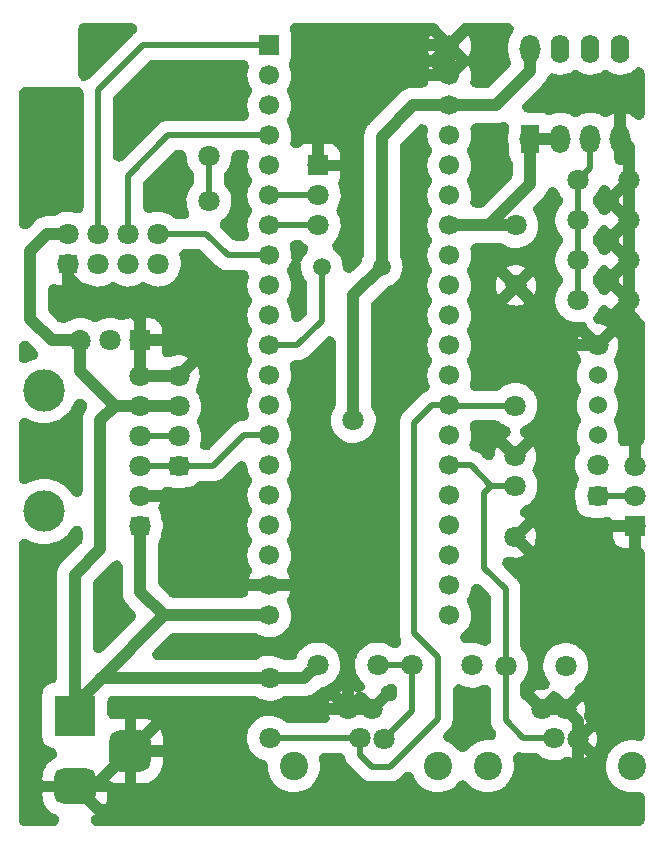
<source format=gbr>
G04 #@! TF.GenerationSoftware,KiCad,Pcbnew,(6.0.4)*
G04 #@! TF.CreationDate,2023-09-26T10:18:55+07:00*
G04 #@! TF.ProjectId,09-Prototype-Final,30392d50-726f-4746-9f74-7970652d4669,rev?*
G04 #@! TF.SameCoordinates,Original*
G04 #@! TF.FileFunction,Copper,L2,Bot*
G04 #@! TF.FilePolarity,Positive*
%FSLAX46Y46*%
G04 Gerber Fmt 4.6, Leading zero omitted, Abs format (unit mm)*
G04 Created by KiCad (PCBNEW (6.0.4)) date 2023-09-26 10:18:55*
%MOMM*%
%LPD*%
G01*
G04 APERTURE LIST*
G04 Aperture macros list*
%AMRoundRect*
0 Rectangle with rounded corners*
0 $1 Rounding radius*
0 $2 $3 $4 $5 $6 $7 $8 $9 X,Y pos of 4 corners*
0 Add a 4 corners polygon primitive as box body*
4,1,4,$2,$3,$4,$5,$6,$7,$8,$9,$2,$3,0*
0 Add four circle primitives for the rounded corners*
1,1,$1+$1,$2,$3*
1,1,$1+$1,$4,$5*
1,1,$1+$1,$6,$7*
1,1,$1+$1,$8,$9*
0 Add four rect primitives between the rounded corners*
20,1,$1+$1,$2,$3,$4,$5,0*
20,1,$1+$1,$4,$5,$6,$7,0*
20,1,$1+$1,$6,$7,$8,$9,0*
20,1,$1+$1,$8,$9,$2,$3,0*%
G04 Aperture macros list end*
G04 #@! TA.AperFunction,ComponentPad*
%ADD10C,1.300000*%
G04 #@! TD*
G04 #@! TA.AperFunction,ComponentPad*
%ADD11C,1.400000*%
G04 #@! TD*
G04 #@! TA.AperFunction,ComponentPad*
%ADD12O,1.400000X1.400000*%
G04 #@! TD*
G04 #@! TA.AperFunction,ComponentPad*
%ADD13C,1.524000*%
G04 #@! TD*
G04 #@! TA.AperFunction,ComponentPad*
%ADD14R,3.500000X3.500000*%
G04 #@! TD*
G04 #@! TA.AperFunction,ComponentPad*
%ADD15RoundRect,0.750000X1.000000X-0.750000X1.000000X0.750000X-1.000000X0.750000X-1.000000X-0.750000X0*%
G04 #@! TD*
G04 #@! TA.AperFunction,ComponentPad*
%ADD16RoundRect,0.875000X0.875000X-0.875000X0.875000X0.875000X-0.875000X0.875000X-0.875000X-0.875000X0*%
G04 #@! TD*
G04 #@! TA.AperFunction,ComponentPad*
%ADD17R,1.700000X1.700000*%
G04 #@! TD*
G04 #@! TA.AperFunction,ComponentPad*
%ADD18O,1.700000X1.700000*%
G04 #@! TD*
G04 #@! TA.AperFunction,ComponentPad*
%ADD19R,1.524000X1.524000*%
G04 #@! TD*
G04 #@! TA.AperFunction,ComponentPad*
%ADD20R,1.600000X2.400000*%
G04 #@! TD*
G04 #@! TA.AperFunction,ComponentPad*
%ADD21O,1.600000X2.400000*%
G04 #@! TD*
G04 #@! TA.AperFunction,WasherPad*
%ADD22C,3.500000*%
G04 #@! TD*
G04 #@! TA.AperFunction,ComponentPad*
%ADD23C,1.700000*%
G04 #@! TD*
G04 #@! TA.AperFunction,ViaPad*
%ADD24C,2.400000*%
G04 #@! TD*
G04 #@! TA.AperFunction,ViaPad*
%ADD25C,3.500000*%
G04 #@! TD*
G04 #@! TA.AperFunction,ViaPad*
%ADD26C,1.800000*%
G04 #@! TD*
G04 #@! TA.AperFunction,ViaPad*
%ADD27C,1.500000*%
G04 #@! TD*
G04 #@! TA.AperFunction,Conductor*
%ADD28C,1.000000*%
G04 #@! TD*
G04 #@! TA.AperFunction,Conductor*
%ADD29C,0.500000*%
G04 #@! TD*
G04 APERTURE END LIST*
D10*
G04 #@! TO.P,J5,1*
G04 #@! TO.N,GND*
X195285000Y-99120000D03*
G04 #@! TO.P,J5,2*
X197320000Y-99120000D03*
G04 #@! TO.P,J5,3*
G04 #@! TO.N,Rain_Gauge*
X196300000Y-101560000D03*
G04 #@! TO.P,J5,4*
G04 #@! TO.N,GND*
X198335000Y-101660000D03*
G04 #@! TD*
D11*
G04 #@! TO.P,R4,1*
G04 #@! TO.N,GND*
X193090800Y-63246000D03*
D12*
G04 #@! TO.P,R4,2*
G04 #@! TO.N,Wind_Vane*
X193090800Y-58166000D03*
G04 #@! TD*
D13*
G04 #@! TO.P,C2,1*
G04 #@! TO.N,/Passive LPF*
X198357600Y-54330600D03*
G04 #@! TO.P,C2,2*
G04 #@! TO.N,GND*
X202657600Y-54330600D03*
G04 #@! TD*
D14*
G04 #@! TO.P,J1,1*
G04 #@! TO.N,+3V3*
X155760500Y-99664000D03*
D15*
G04 #@! TO.P,J1,2*
G04 #@! TO.N,GND*
X155760500Y-105664000D03*
D16*
G04 #@! TO.P,J1,3*
X160460500Y-102664000D03*
G04 #@! TD*
D13*
G04 #@! TO.P,C5,1*
G04 #@! TO.N,/Passive LPF*
X198332200Y-64465200D03*
G04 #@! TO.P,C5,2*
G04 #@! TO.N,GND*
X202632200Y-64465200D03*
G04 #@! TD*
D11*
G04 #@! TO.P,R1,1*
G04 #@! TO.N,+3V3*
X176301400Y-95377000D03*
D12*
G04 #@! TO.P,R1,2*
G04 #@! TO.N,WindVane_raw*
X181381400Y-95377000D03*
G04 #@! TD*
D17*
G04 #@! TO.P,J2,1,Pin_1*
G04 #@! TO.N,GND*
X203149600Y-83601800D03*
D18*
G04 #@! TO.P,J2,2,Pin_2*
G04 #@! TO.N,/32768Hz out*
X203149600Y-81061800D03*
G04 #@! TO.P,J2,3,Pin_3*
G04 #@! TO.N,GND*
X203149600Y-78521800D03*
G04 #@! TD*
D11*
G04 #@! TO.P,R3,1*
G04 #@! TO.N,WindVane_raw*
X184302400Y-95402400D03*
D12*
G04 #@! TO.P,R3,2*
G04 #@! TO.N,/Passive LPF*
X189382400Y-95402400D03*
G04 #@! TD*
D13*
G04 #@! TO.P,C4,1*
G04 #@! TO.N,/Passive LPF*
X198332200Y-61087000D03*
G04 #@! TO.P,C4,2*
G04 #@! TO.N,GND*
X202632200Y-61087000D03*
G04 #@! TD*
D11*
G04 #@! TO.P,R2,1*
G04 #@! TO.N,+3V3*
X172237400Y-96494600D03*
D12*
G04 #@! TO.P,R2,2*
G04 #@! TO.N,Anemometer*
X172237400Y-101574600D03*
G04 #@! TD*
D19*
G04 #@! TO.P,U3,1,GND*
G04 #@! TO.N,GND*
X155194000Y-61438000D03*
D13*
G04 #@! TO.P,U3,2,VCC*
G04 #@! TO.N,+3V3*
X155194000Y-58898000D03*
G04 #@! TO.P,U3,3,RST*
G04 #@! TO.N,LoRa_Reset*
X157734000Y-61438000D03*
G04 #@! TO.P,U3,4,NCSS*
G04 #@! TO.N,LoRa_NCSS*
X157734000Y-58898000D03*
G04 #@! TO.P,U3,5,SCLK*
G04 #@! TO.N,LoRa_SCLK*
X160274000Y-61438000D03*
G04 #@! TO.P,U3,6,MOSI*
G04 #@! TO.N,LoRa_MOSI*
X160274000Y-58898000D03*
G04 #@! TO.P,U3,7,MISO*
G04 #@! TO.N,LoRa_MISO*
X162814000Y-61438000D03*
G04 #@! TO.P,U3,8,DIO0*
G04 #@! TO.N,LoRa_DIO0*
X162814000Y-58898000D03*
G04 #@! TD*
D11*
G04 #@! TO.P,R5,1*
G04 #@! TO.N,+3V3*
X197307200Y-95427800D03*
D12*
G04 #@! TO.P,R5,2*
G04 #@! TO.N,Rain_Gauge*
X192227200Y-95427800D03*
G04 #@! TD*
D20*
G04 #@! TO.P,U4,1*
G04 #@! TO.N,Wind_Vane*
X194320000Y-50815000D03*
D21*
G04 #@! TO.P,U4,2,-*
X196860000Y-50815000D03*
G04 #@! TO.P,U4,3,+*
G04 #@! TO.N,/Passive LPF*
X199400000Y-50815000D03*
G04 #@! TO.P,U4,4,V-*
G04 #@! TO.N,GND*
X201940000Y-50815000D03*
G04 #@! TO.P,U4,5,+*
G04 #@! TO.N,unconnected-(U4-Pad5)*
X201940000Y-43195000D03*
G04 #@! TO.P,U4,6,-*
G04 #@! TO.N,unconnected-(U4-Pad6)*
X199400000Y-43195000D03*
G04 #@! TO.P,U4,7*
G04 #@! TO.N,unconnected-(U4-Pad7)*
X196860000Y-43195000D03*
G04 #@! TO.P,U4,8,V+*
G04 #@! TO.N,+3V3*
X194320000Y-43195000D03*
G04 #@! TD*
D13*
G04 #@! TO.P,C6,1*
G04 #@! TO.N,GND*
X193014600Y-84522200D03*
G04 #@! TO.P,C6,2*
G04 #@! TO.N,Rain_Gauge*
X193014600Y-80222200D03*
G04 #@! TD*
D10*
G04 #@! TO.P,J4,1*
G04 #@! TO.N,GND*
X178865000Y-99120000D03*
G04 #@! TO.P,J4,2*
X180900000Y-99120000D03*
G04 #@! TO.P,J4,3*
G04 #@! TO.N,Anemometer*
X179880000Y-101560000D03*
G04 #@! TO.P,J4,4*
G04 #@! TO.N,WindVane_raw*
X181915000Y-101660000D03*
G04 #@! TD*
D13*
G04 #@! TO.P,C3,1*
G04 #@! TO.N,/Passive LPF*
X198332200Y-57708800D03*
G04 #@! TO.P,C3,2*
G04 #@! TO.N,GND*
X202632200Y-57708800D03*
G04 #@! TD*
D22*
G04 #@! TO.P,U5,*
G04 #@! TO.N,*
X153140000Y-72146800D03*
X153140000Y-82386800D03*
D19*
G04 #@! TO.P,U5,1,VCC*
G04 #@! TO.N,+3V3*
X161290000Y-83616800D03*
D13*
X161290000Y-73456800D03*
G04 #@! TO.P,U5,2,GND*
G04 #@! TO.N,GND*
X161290000Y-81076800D03*
G04 #@! TO.P,U5,3,SCL*
G04 #@! TO.N,I2C_CLK*
X161290000Y-78536800D03*
G04 #@! TO.P,U5,4,SDA*
G04 #@! TO.N,I2C_SDA*
X161290000Y-75996800D03*
G04 #@! TO.P,U5,5,ADDR*
G04 #@! TO.N,GND*
X161290000Y-70916800D03*
G04 #@! TD*
G04 #@! TO.P,C1,1*
G04 #@! TO.N,GND*
X193040000Y-77715000D03*
G04 #@! TO.P,C1,2*
G04 #@! TO.N,Anemometer*
X193040000Y-73415000D03*
G04 #@! TD*
D17*
G04 #@! TO.P,U1,1,PB12*
G04 #@! TO.N,LoRa_NCSS*
X172212000Y-42926000D03*
D23*
G04 #@! TO.P,U1,2,PB13*
G04 #@! TO.N,LoRa_SCLK*
X172212000Y-45466000D03*
G04 #@! TO.P,U1,3,PB14*
G04 #@! TO.N,LoRa_MISO*
X172212000Y-48006000D03*
G04 #@! TO.P,U1,4,PB15*
G04 #@! TO.N,LoRa_MOSI*
X172212000Y-50546000D03*
G04 #@! TO.P,U1,5,PA8*
G04 #@! TO.N,LoRa_Reset*
X172212000Y-53086000D03*
G04 #@! TO.P,U1,6,PA9*
G04 #@! TO.N,UART_TX*
X172212000Y-55626000D03*
G04 #@! TO.P,U1,7,PA10*
G04 #@! TO.N,UART_RX*
X172212000Y-58166000D03*
G04 #@! TO.P,U1,8,PA11*
G04 #@! TO.N,LoRa_DIO0*
X172212000Y-60706000D03*
G04 #@! TO.P,U1,9,PA12*
G04 #@! TO.N,unconnected-(U1-Pad9)*
X172212000Y-63246000D03*
G04 #@! TO.P,U1,10,PA15*
G04 #@! TO.N,RTC_ALARM*
X172212000Y-65786000D03*
G04 #@! TO.P,U1,11,PB3*
G04 #@! TO.N,DS18B20*
X172212000Y-68326000D03*
G04 #@! TO.P,U1,12,PB4*
G04 #@! TO.N,unconnected-(U1-Pad12)*
X172212000Y-70866000D03*
G04 #@! TO.P,U1,13,PB5*
G04 #@! TO.N,unconnected-(U1-Pad13)*
X172212000Y-73406000D03*
G04 #@! TO.P,U1,14,PB6*
G04 #@! TO.N,I2C_CLK*
X172212000Y-75946000D03*
G04 #@! TO.P,U1,15,PB7*
G04 #@! TO.N,I2C_SDA*
X172212000Y-78486000D03*
G04 #@! TO.P,U1,16,PB8*
G04 #@! TO.N,unconnected-(U1-Pad16)*
X172212000Y-81026000D03*
G04 #@! TO.P,U1,17,PB9*
G04 #@! TO.N,unconnected-(U1-Pad17)*
X172212000Y-83566000D03*
G04 #@! TO.P,U1,18,5V*
G04 #@! TO.N,unconnected-(U1-Pad18)*
X172212000Y-86106000D03*
G04 #@! TO.P,U1,19,GND*
G04 #@! TO.N,GND*
X172212000Y-88646000D03*
G04 #@! TO.P,U1,20,3V3*
G04 #@! TO.N,+3V3*
X172212000Y-91186000D03*
G04 #@! TO.P,U1,21,VBat*
G04 #@! TO.N,unconnected-(U1-Pad21)*
X187452000Y-91186000D03*
G04 #@! TO.P,U1,22,PC13*
G04 #@! TO.N,unconnected-(U1-Pad22)*
X187452000Y-88646000D03*
G04 #@! TO.P,U1,23,PC14*
G04 #@! TO.N,unconnected-(U1-Pad23)*
X187452000Y-86106000D03*
G04 #@! TO.P,U1,24,PC15*
G04 #@! TO.N,unconnected-(U1-Pad24)*
X187452000Y-83566000D03*
G04 #@! TO.P,U1,25,PA0*
G04 #@! TO.N,unconnected-(U1-Pad25)*
X187452000Y-81026000D03*
G04 #@! TO.P,U1,26,PA1*
G04 #@! TO.N,Rain_Gauge*
X187452000Y-78486000D03*
G04 #@! TO.P,U1,27,PA2*
G04 #@! TO.N,unconnected-(U1-Pad27)*
X187452000Y-75946000D03*
G04 #@! TO.P,U1,28,PA3*
G04 #@! TO.N,Anemometer*
X187452000Y-73406000D03*
G04 #@! TO.P,U1,29,PA4*
G04 #@! TO.N,unconnected-(U1-Pad29)*
X187452000Y-70866000D03*
G04 #@! TO.P,U1,30,PA5*
G04 #@! TO.N,unconnected-(U1-Pad30)*
X187452000Y-68326000D03*
G04 #@! TO.P,U1,31,PA6*
G04 #@! TO.N,unconnected-(U1-Pad31)*
X187452000Y-65786000D03*
G04 #@! TO.P,U1,32,PA7*
G04 #@! TO.N,unconnected-(U1-Pad32)*
X187452000Y-63246000D03*
G04 #@! TO.P,U1,33,PB0*
G04 #@! TO.N,unconnected-(U1-Pad33)*
X187452000Y-60706000D03*
G04 #@! TO.P,U1,34,PB1*
G04 #@! TO.N,Wind_Vane*
X187452000Y-58166000D03*
G04 #@! TO.P,U1,35,PB10*
G04 #@! TO.N,unconnected-(U1-Pad35)*
X187452000Y-55626000D03*
G04 #@! TO.P,U1,36,PB11*
G04 #@! TO.N,unconnected-(U1-Pad36)*
X187452000Y-53086000D03*
G04 #@! TO.P,U1,37,RST*
G04 #@! TO.N,unconnected-(U1-Pad37)*
X187452000Y-50546000D03*
G04 #@! TO.P,U1,38,3V3*
G04 #@! TO.N,+3V3*
X187452000Y-48006000D03*
G04 #@! TO.P,U1,39,GND*
G04 #@! TO.N,GND*
X187452000Y-45466000D03*
G04 #@! TO.P,U1,40,GND*
X187452000Y-42926000D03*
G04 #@! TD*
D19*
G04 #@! TO.P,U2,1,SCL*
G04 #@! TO.N,I2C_CLK*
X164541200Y-78536800D03*
D13*
G04 #@! TO.P,U2,2,SDA*
G04 #@! TO.N,I2C_SDA*
X164541200Y-75996800D03*
G04 #@! TO.P,U2,3,VCC*
G04 #@! TO.N,+3V3*
X164541200Y-73456800D03*
G04 #@! TO.P,U2,4,GND*
G04 #@! TO.N,GND*
X164541200Y-70916800D03*
D19*
G04 #@! TO.P,U2,5,32K*
G04 #@! TO.N,/32768Hz out*
X200001200Y-81076800D03*
D13*
G04 #@! TO.P,U2,6,SQW*
G04 #@! TO.N,RTC_ALARM*
X200001200Y-78456800D03*
G04 #@! TO.P,U2,7,SCL*
G04 #@! TO.N,unconnected-(U2-Pad7)*
X200001200Y-73376800D03*
G04 #@! TO.P,U2,8,SDA*
G04 #@! TO.N,unconnected-(U2-Pad8)*
X200001200Y-75916800D03*
G04 #@! TO.P,U2,9,VCC*
G04 #@! TO.N,unconnected-(U2-Pad9)*
X200001200Y-70836800D03*
G04 #@! TO.P,U2,10,GND*
G04 #@! TO.N,GND*
X200001200Y-68296800D03*
G04 #@! TD*
D11*
G04 #@! TO.P,R6,1*
G04 #@! TO.N,+3V3*
X181737000Y-61671200D03*
D12*
G04 #@! TO.P,R6,2*
G04 #@! TO.N,DS18B20*
X176657000Y-61671200D03*
G04 #@! TD*
D17*
G04 #@! TO.P,J3,1,Pin_1*
G04 #@! TO.N,GND*
X176352200Y-53086000D03*
D18*
G04 #@! TO.P,J3,2,Pin_2*
G04 #@! TO.N,UART_TX*
X176352200Y-55626000D03*
G04 #@! TO.P,J3,3,Pin_3*
G04 #@! TO.N,UART_RX*
X176352200Y-58166000D03*
G04 #@! TD*
D17*
G04 #@! TO.P,J6,1,Pin_1*
G04 #@! TO.N,GND*
X161275000Y-67894600D03*
D18*
G04 #@! TO.P,J6,2,Pin_2*
G04 #@! TO.N,DS18B20*
X158735000Y-67894600D03*
G04 #@! TO.P,J6,3,Pin_3*
G04 #@! TO.N,+3V3*
X156195000Y-67894600D03*
G04 #@! TD*
D24*
G04 #@! TO.N,*
X202910000Y-103960000D03*
X190710000Y-103960000D03*
X186490000Y-103960000D03*
X174290000Y-103960000D03*
D25*
X153140000Y-72140000D03*
X153150000Y-82370000D03*
D26*
G04 #@! TO.N,GND*
X203149600Y-83601800D03*
X200001200Y-68296800D03*
X178860000Y-99120000D03*
X161290000Y-70916800D03*
X161290000Y-81076800D03*
X198335000Y-101660000D03*
X201940000Y-50815000D03*
X193040000Y-77715000D03*
X193090800Y-63246000D03*
X202632200Y-57708800D03*
X164541200Y-70916800D03*
X180900000Y-99120000D03*
X197320000Y-99120000D03*
X193014600Y-84522200D03*
X202632200Y-61087000D03*
X155194000Y-61438000D03*
X161290000Y-67909600D03*
X202634100Y-54354100D03*
X203149600Y-78521800D03*
X195285000Y-99120000D03*
X202632200Y-64465200D03*
X176352200Y-53086000D03*
G04 #@! TO.N,Anemometer*
X179880000Y-101560000D03*
X172237400Y-101574600D03*
X193040000Y-73415000D03*
G04 #@! TO.N,/Passive LPF*
X198332200Y-54356000D03*
X199400000Y-50815000D03*
X198332200Y-57708800D03*
X198332200Y-64465200D03*
X198332200Y-61087000D03*
X189382400Y-95402400D03*
G04 #@! TO.N,+3V3*
X179324000Y-74676000D03*
X155194000Y-58898000D03*
X161290000Y-83616800D03*
X197307200Y-95427800D03*
X194320000Y-43195000D03*
X161290000Y-73456800D03*
D27*
X181737000Y-61671200D03*
D26*
X172237400Y-96494600D03*
X176301400Y-95377000D03*
X164541200Y-73456800D03*
X156195000Y-67915000D03*
G04 #@! TO.N,/32768Hz out*
X200001200Y-81076800D03*
X203149600Y-81061800D03*
G04 #@! TO.N,UART_TX*
X176352200Y-55626000D03*
G04 #@! TO.N,UART_RX*
X176352200Y-58166000D03*
G04 #@! TO.N,WindVane_raw*
X181381400Y-95377000D03*
X181915000Y-101660000D03*
X184273000Y-95377000D03*
D27*
G04 #@! TO.N,DS18B20*
X176657000Y-61671200D03*
D26*
X158735000Y-67894600D03*
G04 #@! TO.N,Wind_Vane*
X194320000Y-50815000D03*
X196860000Y-50815000D03*
X193090800Y-58166000D03*
G04 #@! TO.N,LoRa_NCSS*
X157734000Y-58898000D03*
G04 #@! TO.N,LoRa_SCLK*
X160274000Y-61438000D03*
G04 #@! TO.N,LoRa_MISO*
X162814000Y-61438000D03*
X167106600Y-56108600D03*
X167106600Y-52298600D03*
G04 #@! TO.N,LoRa_MOSI*
X160274000Y-58898000D03*
G04 #@! TO.N,LoRa_Reset*
X157734000Y-61438000D03*
G04 #@! TO.N,LoRa_DIO0*
X162814000Y-58898000D03*
G04 #@! TO.N,RTC_ALARM*
X200001200Y-78456800D03*
G04 #@! TO.N,I2C_CLK*
X164541200Y-78536800D03*
X161290000Y-78536800D03*
G04 #@! TO.N,Rain_Gauge*
X193014600Y-80222200D03*
X192227200Y-95427800D03*
X196300000Y-101560000D03*
G04 #@! TO.N,I2C_SDA*
X161290000Y-75996800D03*
X164541200Y-75996800D03*
G04 #@! TD*
D28*
G04 #@! TO.N,GND*
X195427600Y-70307200D02*
X195427600Y-65582800D01*
X199771000Y-96669000D02*
X197320000Y-99120000D01*
X195427600Y-87503000D02*
X195427600Y-86935200D01*
X166370000Y-88646000D02*
X172212000Y-88646000D01*
X176352200Y-53086000D02*
X176352200Y-47777400D01*
X197438000Y-68296800D02*
X200001200Y-68296800D01*
X202657600Y-54330600D02*
X202657600Y-51532600D01*
X172212000Y-88646000D02*
X175564800Y-88646000D01*
X157099000Y-64439800D02*
X155194000Y-62534800D01*
X193040000Y-77715000D02*
X195427600Y-75327400D01*
X178860000Y-99120000D02*
X164004500Y-99120000D01*
X203149600Y-89788600D02*
X203149600Y-83601800D01*
X202632200Y-64465200D02*
X202632200Y-65665800D01*
X155760500Y-105664000D02*
X157792500Y-107696000D01*
X155760500Y-105664000D02*
X157460500Y-105664000D01*
X178865000Y-99120000D02*
X178860000Y-99120000D01*
X159664400Y-64439800D02*
X157099000Y-64439800D01*
X195681600Y-107696000D02*
X198335000Y-105042600D01*
X195427600Y-70307200D02*
X197438000Y-68296800D01*
X198335000Y-101660000D02*
X198335000Y-100135000D01*
X161290000Y-81076800D02*
X163118800Y-81076800D01*
X175564800Y-88646000D02*
X178866800Y-91948000D01*
X164592000Y-86868000D02*
X166370000Y-88646000D01*
X180900000Y-99120000D02*
X178865000Y-99120000D01*
X199771000Y-93167200D02*
X199771000Y-96669000D01*
X176352200Y-47777400D02*
X178155600Y-45974000D01*
X163118800Y-81076800D02*
X164592000Y-82550000D01*
X202632200Y-54356000D02*
X202634100Y-54354100D01*
X195427600Y-87503000D02*
X195427600Y-88823800D01*
X161275000Y-66050400D02*
X159664400Y-64439800D01*
X202632200Y-65665800D02*
X203149600Y-66183200D01*
X157460500Y-105664000D02*
X160460500Y-102664000D01*
X178865000Y-91949800D02*
X178865000Y-99120000D01*
X178155600Y-45974000D02*
X181203600Y-42926000D01*
X161275000Y-67894600D02*
X161275000Y-66050400D01*
X203149600Y-66183200D02*
X203149600Y-78521800D01*
X178866800Y-91948000D02*
X178865000Y-91949800D01*
X202634100Y-54354100D02*
X202657600Y-54330600D01*
X198335000Y-100135000D02*
X197320000Y-99120000D01*
X202632200Y-57708800D02*
X202632200Y-54356000D01*
X178663600Y-45466000D02*
X178155600Y-45974000D01*
X202632200Y-64465200D02*
X202632200Y-61087000D01*
X187452000Y-42926000D02*
X187452000Y-45466000D01*
X195427600Y-65582800D02*
X193090800Y-63246000D01*
X197320000Y-99120000D02*
X195285000Y-99120000D01*
X164592000Y-82550000D02*
X164592000Y-86868000D01*
X157792500Y-107696000D02*
X195681600Y-107696000D01*
X161290000Y-70916800D02*
X164541200Y-70916800D01*
X195427600Y-75327400D02*
X195427600Y-70307200D01*
X181203600Y-42926000D02*
X187452000Y-42926000D01*
X161290000Y-70916800D02*
X161290000Y-67909600D01*
X187452000Y-45466000D02*
X178663600Y-45466000D01*
X202632200Y-65665800D02*
X200001200Y-68296800D01*
X155194000Y-62534800D02*
X155194000Y-61438000D01*
X195427600Y-86935200D02*
X193014600Y-84522200D01*
X199771000Y-93167200D02*
X203149600Y-89788600D01*
X195427600Y-75327400D02*
X195427600Y-87503000D01*
X202657600Y-51532600D02*
X201940000Y-50815000D01*
X161290000Y-67909600D02*
X161275000Y-67894600D01*
X195427600Y-88823800D02*
X199771000Y-93167200D01*
X164004500Y-99120000D02*
X160460500Y-102664000D01*
X202632200Y-61087000D02*
X202632200Y-57708800D01*
X198335000Y-105042600D02*
X198335000Y-101660000D01*
D29*
G04 #@! TO.N,Anemometer*
X172237400Y-101574600D02*
X179865400Y-101574600D01*
X184505600Y-74879200D02*
X185978800Y-73406000D01*
X179865400Y-101574600D02*
X179880000Y-101560000D01*
X187461000Y-73415000D02*
X187452000Y-73406000D01*
X180873400Y-103987600D02*
X182422800Y-103987600D01*
X184505600Y-92710000D02*
X184505600Y-74879200D01*
X193040000Y-73415000D02*
X187461000Y-73415000D01*
X186486800Y-94691200D02*
X184505600Y-92710000D01*
X179880000Y-102994200D02*
X180873400Y-103987600D01*
X186486800Y-99923600D02*
X186486800Y-94691200D01*
X179880000Y-101560000D02*
X179880000Y-102994200D01*
X182422800Y-103987600D02*
X186486800Y-99923600D01*
X185978800Y-73406000D02*
X187452000Y-73406000D01*
G04 #@! TO.N,/Passive LPF*
X198332200Y-57708800D02*
X198332200Y-54356000D01*
X198332200Y-61087000D02*
X198332200Y-57708800D01*
X199400000Y-53288200D02*
X198357600Y-54330600D01*
X198332200Y-54356000D02*
X198357600Y-54330600D01*
X198332200Y-64465200D02*
X198332200Y-61087000D01*
X199400000Y-50815000D02*
X199400000Y-53288200D01*
D28*
G04 #@! TO.N,+3V3*
X179324000Y-74676000D02*
X179324000Y-64084200D01*
X161290000Y-83616800D02*
X161290000Y-89204800D01*
X163271200Y-91186000D02*
X157759400Y-96697800D01*
X156195000Y-67894600D02*
X156195000Y-67915000D01*
X181737000Y-61671200D02*
X181737000Y-50673000D01*
X172212000Y-91186000D02*
X172212000Y-91287600D01*
X191414400Y-48006000D02*
X194320000Y-45100400D01*
X156195000Y-67915000D02*
X156195000Y-70520800D01*
X156195000Y-67894600D02*
X153797400Y-67894600D01*
X157759400Y-96697800D02*
X155760500Y-98696700D01*
X153797400Y-67894600D02*
X151968200Y-66065400D01*
X184404000Y-48006000D02*
X187452000Y-48006000D01*
X151968200Y-66065400D02*
X151968200Y-60350400D01*
X172212000Y-96469200D02*
X172237400Y-96494600D01*
X181737000Y-50673000D02*
X184404000Y-48006000D01*
X155760500Y-87723900D02*
X157911800Y-85572600D01*
X187452000Y-48006000D02*
X191414400Y-48006000D01*
X151968200Y-60350400D02*
X153420600Y-58898000D01*
X156195000Y-70520800D02*
X159131000Y-73456800D01*
X155760500Y-98696700D02*
X155760500Y-99664000D01*
X172237400Y-96494600D02*
X157962600Y-96494600D01*
X161290000Y-89204800D02*
X163271200Y-91186000D01*
X157911800Y-74676000D02*
X159131000Y-73456800D01*
X179324000Y-64084200D02*
X181737000Y-61671200D01*
X194320000Y-45100400D02*
X194320000Y-43195000D01*
X157962600Y-96494600D02*
X157759400Y-96697800D01*
X163271200Y-91186000D02*
X172212000Y-91186000D01*
X155760500Y-99664000D02*
X155760500Y-87723900D01*
X175183800Y-96494600D02*
X176301400Y-95377000D01*
X153420600Y-58898000D02*
X155194000Y-58898000D01*
X157911800Y-85572600D02*
X157911800Y-74676000D01*
X161290000Y-73456800D02*
X164541200Y-73456800D01*
X159131000Y-73456800D02*
X161290000Y-73456800D01*
X172237400Y-96494600D02*
X175183800Y-96494600D01*
D29*
G04 #@! TO.N,/32768Hz out*
X203134600Y-81076800D02*
X203149600Y-81061800D01*
X200001200Y-81076800D02*
X203134600Y-81076800D01*
G04 #@! TO.N,UART_TX*
X172212000Y-55626000D02*
X176352200Y-55626000D01*
G04 #@! TO.N,UART_RX*
X172212000Y-58166000D02*
X176352200Y-58166000D01*
G04 #@! TO.N,WindVane_raw*
X181915000Y-101660000D02*
X184302400Y-99272600D01*
X181381400Y-95377000D02*
X184273000Y-95377000D01*
X184302400Y-99272600D02*
X184302400Y-95402400D01*
X184273000Y-95377000D02*
X184277000Y-95377000D01*
X184277000Y-95377000D02*
X184302400Y-95402400D01*
G04 #@! TO.N,DS18B20*
X176657000Y-61671200D02*
X176657000Y-66243200D01*
X176657000Y-66243200D02*
X174574200Y-68326000D01*
X174574200Y-68326000D02*
X172212000Y-68326000D01*
D28*
G04 #@! TO.N,Wind_Vane*
X194320000Y-54701600D02*
X194320000Y-50815000D01*
X190855600Y-58166000D02*
X193090800Y-58166000D01*
X190855600Y-58166000D02*
X194320000Y-54701600D01*
X187452000Y-58166000D02*
X190855600Y-58166000D01*
X194320000Y-50815000D02*
X196860000Y-50815000D01*
D29*
G04 #@! TO.N,LoRa_NCSS*
X157734000Y-58898000D02*
X157734000Y-46736000D01*
X157734000Y-46736000D02*
X161544000Y-42926000D01*
X161544000Y-42926000D02*
X172212000Y-42926000D01*
G04 #@! TO.N,LoRa_MISO*
X167106600Y-56108600D02*
X167106600Y-52298600D01*
G04 #@! TO.N,LoRa_MOSI*
X163677600Y-50546000D02*
X172212000Y-50546000D01*
X160274000Y-53949600D02*
X163677600Y-50546000D01*
X160274000Y-58898000D02*
X160274000Y-53949600D01*
G04 #@! TO.N,LoRa_DIO0*
X166873400Y-58898000D02*
X168681400Y-60706000D01*
X162814000Y-58898000D02*
X166873400Y-58898000D01*
X168681400Y-60706000D02*
X172212000Y-60706000D01*
G04 #@! TO.N,I2C_CLK*
X167487600Y-78536800D02*
X170078400Y-75946000D01*
X164541200Y-78536800D02*
X167487600Y-78536800D01*
X161290000Y-78536800D02*
X164541200Y-78536800D01*
X170078400Y-75946000D02*
X172212000Y-75946000D01*
G04 #@! TO.N,Rain_Gauge*
X192227200Y-95427800D02*
X192227200Y-88976200D01*
X190398400Y-80840800D02*
X191017000Y-80222200D01*
X192227200Y-100076000D02*
X193711200Y-101560000D01*
X187452000Y-78486000D02*
X189280800Y-78486000D01*
X189280800Y-78486000D02*
X191017000Y-80222200D01*
X192227200Y-88976200D02*
X190398400Y-87147400D01*
X192227200Y-95427800D02*
X192227200Y-100076000D01*
X191017000Y-80222200D02*
X193014600Y-80222200D01*
X193711200Y-101560000D02*
X196300000Y-101560000D01*
X190398400Y-87147400D02*
X190398400Y-80840800D01*
G04 #@! TO.N,I2C_SDA*
X161290000Y-75996800D02*
X164541200Y-75996800D01*
G04 #@! TD*
G04 #@! TA.AperFunction,Conductor*
G04 #@! TO.N,GND*
G36*
X185317517Y-49627046D02*
G01*
X185442174Y-49695114D01*
X185542605Y-49795544D01*
X185610673Y-49920201D01*
X185640864Y-50058986D01*
X185631317Y-50192466D01*
X185631686Y-50192530D01*
X185631052Y-50196160D01*
X185630731Y-50200654D01*
X185628884Y-50208582D01*
X185628653Y-50209908D01*
X185624399Y-50227032D01*
X185597688Y-50487726D01*
X185598381Y-50505362D01*
X185607033Y-50725547D01*
X185607977Y-50749582D01*
X185633689Y-50890370D01*
X185642607Y-50939198D01*
X185655058Y-51007376D01*
X185737994Y-51255965D01*
X185745876Y-51271740D01*
X185745878Y-51271744D01*
X185821811Y-51423709D01*
X185855128Y-51490387D01*
X185865158Y-51504899D01*
X185865162Y-51504906D01*
X185883484Y-51531415D01*
X185946787Y-51658558D01*
X185971706Y-51798385D01*
X185956222Y-51939568D01*
X185904479Y-52065759D01*
X185893946Y-52083893D01*
X185785955Y-52269813D01*
X185687574Y-52512703D01*
X185683321Y-52529826D01*
X185683320Y-52529828D01*
X185640082Y-52703896D01*
X185624399Y-52767032D01*
X185597688Y-53027726D01*
X185598381Y-53045362D01*
X185604084Y-53190493D01*
X185607977Y-53289582D01*
X185611147Y-53306937D01*
X185647767Y-53507452D01*
X185655058Y-53547376D01*
X185679851Y-53621690D01*
X185728402Y-53767213D01*
X185737994Y-53795965D01*
X185745876Y-53811740D01*
X185745878Y-53811744D01*
X185840653Y-54001418D01*
X185855128Y-54030387D01*
X185865158Y-54044899D01*
X185865162Y-54044906D01*
X185883484Y-54071415D01*
X185946787Y-54198558D01*
X185971706Y-54338385D01*
X185956222Y-54479568D01*
X185904479Y-54605759D01*
X185865948Y-54672096D01*
X185785955Y-54809813D01*
X185687574Y-55052703D01*
X185683321Y-55069826D01*
X185683320Y-55069828D01*
X185629447Y-55286708D01*
X185624399Y-55307032D01*
X185597688Y-55567726D01*
X185598381Y-55585362D01*
X185606373Y-55788748D01*
X185607977Y-55829582D01*
X185622958Y-55911609D01*
X185651225Y-56066387D01*
X185655058Y-56087376D01*
X185737994Y-56335965D01*
X185745876Y-56351740D01*
X185745878Y-56351744D01*
X185825936Y-56511965D01*
X185855128Y-56570387D01*
X185865158Y-56584899D01*
X185865162Y-56584906D01*
X185883484Y-56611415D01*
X185946787Y-56738558D01*
X185971706Y-56878385D01*
X185956222Y-57019568D01*
X185904479Y-57145759D01*
X185883078Y-57182604D01*
X185785955Y-57349813D01*
X185687574Y-57592703D01*
X185683321Y-57609826D01*
X185683320Y-57609828D01*
X185649893Y-57744398D01*
X185624399Y-57847032D01*
X185597688Y-58107726D01*
X185598381Y-58125362D01*
X185605175Y-58298260D01*
X185607977Y-58369582D01*
X185655058Y-58627376D01*
X185737994Y-58875965D01*
X185745876Y-58891740D01*
X185745878Y-58891744D01*
X185828738Y-59057572D01*
X185855128Y-59110387D01*
X185865158Y-59124899D01*
X185865162Y-59124906D01*
X185883484Y-59151415D01*
X185946787Y-59278558D01*
X185971706Y-59418385D01*
X185956222Y-59559568D01*
X185904479Y-59685759D01*
X185785955Y-59889813D01*
X185687574Y-60132703D01*
X185683321Y-60149826D01*
X185683320Y-60149828D01*
X185644281Y-60306992D01*
X185624399Y-60387032D01*
X185597688Y-60647726D01*
X185598381Y-60665362D01*
X185607261Y-60891349D01*
X185607977Y-60909582D01*
X185621403Y-60983094D01*
X185651832Y-61149711D01*
X185655058Y-61167376D01*
X185660641Y-61184110D01*
X185711318Y-61336006D01*
X185737994Y-61415965D01*
X185745876Y-61431740D01*
X185745878Y-61431744D01*
X185833359Y-61606820D01*
X185855128Y-61650387D01*
X185865158Y-61664899D01*
X185865162Y-61664906D01*
X185883484Y-61691415D01*
X185946787Y-61818558D01*
X185971706Y-61958385D01*
X185956222Y-62099568D01*
X185904479Y-62225759D01*
X185794821Y-62414549D01*
X185785955Y-62429813D01*
X185687574Y-62672703D01*
X185683321Y-62689826D01*
X185683320Y-62689828D01*
X185661982Y-62775730D01*
X185624399Y-62927032D01*
X185597688Y-63187726D01*
X185598381Y-63205362D01*
X185607211Y-63430075D01*
X185607977Y-63449582D01*
X185633689Y-63590370D01*
X185650263Y-63681119D01*
X185655058Y-63707376D01*
X185737994Y-63955965D01*
X185745876Y-63971740D01*
X185745878Y-63971744D01*
X185820206Y-64120497D01*
X185855128Y-64190387D01*
X185865158Y-64204899D01*
X185865162Y-64204906D01*
X185883484Y-64231415D01*
X185946787Y-64358558D01*
X185971706Y-64498385D01*
X185956222Y-64639568D01*
X185904479Y-64765759D01*
X185855210Y-64850582D01*
X185785955Y-64969813D01*
X185687574Y-65212703D01*
X185624399Y-65467032D01*
X185597688Y-65727726D01*
X185598381Y-65745362D01*
X185603333Y-65871380D01*
X185607977Y-65989582D01*
X185633360Y-66128568D01*
X185649571Y-66217329D01*
X185655058Y-66247376D01*
X185660641Y-66264110D01*
X185729896Y-66471691D01*
X185737994Y-66495965D01*
X185745876Y-66511740D01*
X185745878Y-66511744D01*
X185818544Y-66657171D01*
X185855128Y-66730387D01*
X185865158Y-66744899D01*
X185865162Y-66744906D01*
X185883484Y-66771415D01*
X185946787Y-66898558D01*
X185971706Y-67038385D01*
X185956222Y-67179568D01*
X185904479Y-67305759D01*
X185889284Y-67331920D01*
X185785955Y-67509813D01*
X185687574Y-67752703D01*
X185683321Y-67769826D01*
X185683320Y-67769828D01*
X185633470Y-67970514D01*
X185624399Y-68007032D01*
X185597688Y-68267726D01*
X185598381Y-68285362D01*
X185606565Y-68493637D01*
X185607977Y-68529582D01*
X185611147Y-68546937D01*
X185645708Y-68736177D01*
X185655058Y-68787376D01*
X185737994Y-69035965D01*
X185745876Y-69051740D01*
X185745878Y-69051744D01*
X185832991Y-69226084D01*
X185855128Y-69270387D01*
X185865158Y-69284899D01*
X185865162Y-69284906D01*
X185883484Y-69311415D01*
X185946787Y-69438558D01*
X185971706Y-69578385D01*
X185956222Y-69719568D01*
X185904479Y-69845759D01*
X185893578Y-69864527D01*
X185785955Y-70049813D01*
X185687574Y-70292703D01*
X185624399Y-70547032D01*
X185597688Y-70807726D01*
X185598381Y-70825362D01*
X185606649Y-71035773D01*
X185607977Y-71069582D01*
X185611147Y-71086937D01*
X185648410Y-71290972D01*
X185655058Y-71327376D01*
X185737994Y-71575965D01*
X185745881Y-71591749D01*
X185751371Y-71605004D01*
X185786494Y-71742623D01*
X185781424Y-71884562D01*
X185736569Y-72019324D01*
X185655565Y-72135990D01*
X185544974Y-72225108D01*
X185505182Y-72246347D01*
X185473506Y-72261456D01*
X185454458Y-72270057D01*
X185385487Y-72299476D01*
X185366912Y-72311678D01*
X185366796Y-72311740D01*
X185363235Y-72313543D01*
X185359858Y-72315649D01*
X185359731Y-72315724D01*
X185339671Y-72325292D01*
X185321625Y-72338259D01*
X185321622Y-72338261D01*
X185278790Y-72369039D01*
X185261586Y-72380863D01*
X185198915Y-72422031D01*
X185185257Y-72434200D01*
X185185252Y-72434204D01*
X185173367Y-72444794D01*
X185173175Y-72444578D01*
X185171972Y-72445796D01*
X185158395Y-72455552D01*
X185142925Y-72471516D01*
X185086582Y-72529657D01*
X185081084Y-72535242D01*
X183699275Y-73917051D01*
X183684193Y-73931515D01*
X183673376Y-73941462D01*
X183655746Y-73954990D01*
X183631805Y-73981301D01*
X183607184Y-74008359D01*
X183590954Y-74025372D01*
X183581320Y-74035006D01*
X183574189Y-74043535D01*
X183574185Y-74043539D01*
X183569722Y-74048877D01*
X183555978Y-74064633D01*
X183520470Y-74103656D01*
X183520467Y-74103660D01*
X183505514Y-74120093D01*
X183493703Y-74138920D01*
X183493610Y-74139043D01*
X183491136Y-74142147D01*
X183488949Y-74145458D01*
X183488859Y-74145587D01*
X183474603Y-74162638D01*
X183463593Y-74181940D01*
X183463587Y-74181949D01*
X183437461Y-74227753D01*
X183426727Y-74245689D01*
X183398701Y-74290365D01*
X183398697Y-74290373D01*
X183386893Y-74309190D01*
X183378605Y-74329808D01*
X183378534Y-74329947D01*
X183376646Y-74333446D01*
X183375067Y-74337121D01*
X183375015Y-74337235D01*
X183364005Y-74356537D01*
X183356588Y-74377481D01*
X183356586Y-74377486D01*
X183338977Y-74427212D01*
X183331597Y-74446744D01*
X183303634Y-74516305D01*
X183299129Y-74538058D01*
X183299076Y-74538233D01*
X183297847Y-74541983D01*
X183296945Y-74545875D01*
X183296914Y-74545997D01*
X183289492Y-74566956D01*
X183285900Y-74588894D01*
X183285899Y-74588896D01*
X183277379Y-74640926D01*
X183273569Y-74661482D01*
X183263462Y-74710289D01*
X183258367Y-74734890D01*
X183256397Y-74769054D01*
X183256115Y-74769038D01*
X183256125Y-74770717D01*
X183253418Y-74787246D01*
X183253767Y-74809472D01*
X183253767Y-74809474D01*
X183255038Y-74890377D01*
X183255100Y-74898214D01*
X183255100Y-92599827D01*
X183254662Y-92620722D01*
X183254047Y-92635394D01*
X183251147Y-92657422D01*
X183252989Y-92696473D01*
X183254546Y-92729492D01*
X183255100Y-92753000D01*
X183255100Y-92766630D01*
X183256712Y-92784695D01*
X183258131Y-92805505D01*
X183261663Y-92880398D01*
X183266624Y-92902059D01*
X183266640Y-92902175D01*
X183267089Y-92906151D01*
X183267885Y-92910043D01*
X183267913Y-92910201D01*
X183269889Y-92932339D01*
X183275754Y-92953777D01*
X183275754Y-92953778D01*
X183289671Y-93004651D01*
X183294761Y-93024917D01*
X183306534Y-93076318D01*
X183311497Y-93097987D01*
X183320217Y-93118430D01*
X183320260Y-93118562D01*
X183321402Y-93122380D01*
X183322886Y-93126100D01*
X183322926Y-93126208D01*
X183328792Y-93147651D01*
X183338363Y-93167716D01*
X183338363Y-93167717D01*
X183350771Y-93193731D01*
X183393052Y-93329322D01*
X183395419Y-93471333D01*
X183357681Y-93608258D01*
X183282896Y-93729004D01*
X183190509Y-93814550D01*
X183116669Y-93867317D01*
X182990536Y-93932610D01*
X182851117Y-93959722D01*
X182709708Y-93946456D01*
X182577764Y-93893889D01*
X182523820Y-93858012D01*
X182427483Y-93784490D01*
X182192661Y-93652983D01*
X182150021Y-93636487D01*
X181958112Y-93562243D01*
X181958109Y-93562242D01*
X181941651Y-93555875D01*
X181679463Y-93495103D01*
X181661886Y-93493581D01*
X181661882Y-93493580D01*
X181514676Y-93480831D01*
X181411328Y-93471880D01*
X181393720Y-93472849D01*
X181393717Y-93472849D01*
X181160219Y-93485699D01*
X181160217Y-93485699D01*
X181142596Y-93486669D01*
X180878628Y-93539176D01*
X180861994Y-93545017D01*
X180861992Y-93545018D01*
X180655540Y-93617519D01*
X180624692Y-93628352D01*
X180385855Y-93752418D01*
X180371498Y-93762677D01*
X180371499Y-93762677D01*
X180199253Y-93885766D01*
X180166881Y-93908899D01*
X179972140Y-94094672D01*
X179961221Y-94108522D01*
X179961218Y-94108526D01*
X179929472Y-94148796D01*
X179805518Y-94306032D01*
X179796655Y-94321291D01*
X179679198Y-94523507D01*
X179679195Y-94523514D01*
X179670339Y-94538760D01*
X179663719Y-94555104D01*
X179663717Y-94555108D01*
X179613194Y-94679843D01*
X179569300Y-94788213D01*
X179504417Y-95049414D01*
X179476985Y-95317151D01*
X179477678Y-95334787D01*
X179486034Y-95547438D01*
X179487552Y-95586083D01*
X179535905Y-95850843D01*
X179541490Y-95867583D01*
X179541491Y-95867587D01*
X179593147Y-96022416D01*
X179621082Y-96106148D01*
X179628965Y-96121924D01*
X179628966Y-96121927D01*
X179733497Y-96331127D01*
X179741381Y-96346905D01*
X179894403Y-96568309D01*
X179906379Y-96581265D01*
X179906381Y-96581267D01*
X179927941Y-96604590D01*
X180077095Y-96765944D01*
X180090770Y-96777078D01*
X180090773Y-96777080D01*
X180108580Y-96791577D01*
X180204842Y-96896010D01*
X180267782Y-97023333D01*
X180292302Y-97163231D01*
X180276415Y-97304369D01*
X180221407Y-97435315D01*
X180131737Y-97545460D01*
X180016343Y-97624728D01*
X180056883Y-97633547D01*
X180181540Y-97701615D01*
X180235346Y-97748239D01*
X180874762Y-98387655D01*
X180900431Y-98406871D01*
X180912749Y-98400144D01*
X181636207Y-97676686D01*
X181656486Y-97649597D01*
X181659111Y-97612898D01*
X181689303Y-97474114D01*
X181757372Y-97349458D01*
X181857803Y-97249028D01*
X181982460Y-97180962D01*
X182006371Y-97172728D01*
X182065980Y-97153876D01*
X182082808Y-97148554D01*
X182325425Y-97032051D01*
X182326250Y-97033770D01*
X182437813Y-96989787D01*
X182579270Y-96977031D01*
X182718590Y-97004645D01*
X182844486Y-97070392D01*
X182946761Y-97168944D01*
X183017126Y-97292318D01*
X183049884Y-97430519D01*
X183051900Y-97475334D01*
X183051900Y-97898851D01*
X183031687Y-98039436D01*
X182972686Y-98168631D01*
X182879676Y-98275970D01*
X182760192Y-98352757D01*
X182623915Y-98392772D01*
X182481885Y-98392772D01*
X182402093Y-98374517D01*
X182369228Y-98364097D01*
X182353168Y-98373939D01*
X181065170Y-99661937D01*
X180951469Y-99747053D01*
X180818394Y-99796687D01*
X180676726Y-99806820D01*
X180532278Y-99774477D01*
X180477397Y-99753245D01*
X180353576Y-99683669D01*
X180254372Y-99582027D01*
X180187823Y-99456553D01*
X180159319Y-99317412D01*
X180171170Y-99175877D01*
X180187648Y-99120994D01*
X180180144Y-99107251D01*
X179907738Y-98834845D01*
X179882069Y-98815629D01*
X179869751Y-98822356D01*
X179597345Y-99094762D01*
X179577563Y-99121187D01*
X179591088Y-99183358D01*
X179601221Y-99325026D01*
X179571031Y-99463811D01*
X179502963Y-99588468D01*
X179402533Y-99688899D01*
X179268827Y-99760243D01*
X179216667Y-99778560D01*
X179077327Y-99806069D01*
X178935880Y-99793207D01*
X178803787Y-99741016D01*
X178698486Y-99660593D01*
X177421686Y-98383793D01*
X177396927Y-98365258D01*
X177390391Y-98371794D01*
X177382792Y-98386707D01*
X177298405Y-98590437D01*
X177286328Y-98627604D01*
X177234850Y-98842029D01*
X177228737Y-98880622D01*
X177211436Y-99100458D01*
X177211436Y-99139542D01*
X177228737Y-99359378D01*
X177234850Y-99397971D01*
X177286328Y-99612396D01*
X177304465Y-99668215D01*
X177300996Y-99669342D01*
X177327135Y-99771693D01*
X177322084Y-99913633D01*
X177277249Y-100048401D01*
X177196262Y-100165079D01*
X177085683Y-100254213D01*
X176954472Y-100308583D01*
X176831001Y-100324100D01*
X173882369Y-100324100D01*
X173741784Y-100303887D01*
X173612589Y-100244886D01*
X173526764Y-100175166D01*
X173509809Y-100157942D01*
X173509802Y-100157936D01*
X173497434Y-100145372D01*
X173480738Y-100132630D01*
X173297517Y-99992800D01*
X173297513Y-99992798D01*
X173283483Y-99982090D01*
X173048661Y-99850583D01*
X173004982Y-99833685D01*
X172814112Y-99759843D01*
X172814109Y-99759842D01*
X172797651Y-99753475D01*
X172535463Y-99692703D01*
X172517886Y-99691181D01*
X172517882Y-99691180D01*
X172366890Y-99678103D01*
X172267328Y-99669480D01*
X172249720Y-99670449D01*
X172249717Y-99670449D01*
X172016219Y-99683299D01*
X172016217Y-99683299D01*
X171998596Y-99684269D01*
X171734628Y-99736776D01*
X171717994Y-99742617D01*
X171717992Y-99742618D01*
X171611387Y-99780055D01*
X171480692Y-99825952D01*
X171374291Y-99881223D01*
X171310136Y-99914549D01*
X171241855Y-99950018D01*
X171022881Y-100106499D01*
X171010115Y-100118678D01*
X171010114Y-100118678D01*
X171007132Y-100121523D01*
X170828140Y-100292272D01*
X170817221Y-100306122D01*
X170817218Y-100306126D01*
X170758898Y-100380106D01*
X170661518Y-100503632D01*
X170633907Y-100551167D01*
X170535198Y-100721107D01*
X170535195Y-100721114D01*
X170526339Y-100736360D01*
X170519719Y-100752704D01*
X170519717Y-100752708D01*
X170431925Y-100969456D01*
X170425300Y-100985813D01*
X170360417Y-101247014D01*
X170332985Y-101514751D01*
X170333678Y-101532387D01*
X170340464Y-101705081D01*
X170343552Y-101783683D01*
X170346722Y-101801040D01*
X170346722Y-101801041D01*
X170364681Y-101899378D01*
X170391905Y-102048443D01*
X170397490Y-102065183D01*
X170397491Y-102065187D01*
X170442937Y-102201405D01*
X170477082Y-102303748D01*
X170484965Y-102319524D01*
X170484966Y-102319527D01*
X170530100Y-102409854D01*
X170597381Y-102544505D01*
X170607409Y-102559014D01*
X170607410Y-102559016D01*
X170696929Y-102688538D01*
X170750403Y-102765909D01*
X170762379Y-102778865D01*
X170762381Y-102778867D01*
X170791680Y-102810562D01*
X170933095Y-102963544D01*
X171141811Y-103133466D01*
X171156921Y-103142563D01*
X171357268Y-103263182D01*
X171357272Y-103263184D01*
X171372387Y-103272284D01*
X171459372Y-103309117D01*
X171603966Y-103370345D01*
X171603972Y-103370347D01*
X171620222Y-103377228D01*
X171717489Y-103403018D01*
X171848198Y-103458586D01*
X171957956Y-103548728D01*
X172037873Y-103666142D01*
X172081473Y-103801314D01*
X172087531Y-103917991D01*
X172085846Y-103943696D01*
X172085846Y-103943705D01*
X172084778Y-103960000D01*
X172103644Y-104247839D01*
X172159919Y-104530753D01*
X172252641Y-104803902D01*
X172380222Y-105062611D01*
X172459514Y-105181280D01*
X172496821Y-105237113D01*
X172540480Y-105302454D01*
X172730673Y-105519327D01*
X172947546Y-105709520D01*
X172961122Y-105718591D01*
X172961127Y-105718595D01*
X173039466Y-105770939D01*
X173187389Y-105869778D01*
X173446098Y-105997359D01*
X173719247Y-106090081D01*
X173735265Y-106093267D01*
X173735268Y-106093268D01*
X173956080Y-106137190D01*
X174002161Y-106146356D01*
X174248213Y-106162483D01*
X174271356Y-106164000D01*
X174290000Y-106165222D01*
X174308645Y-106164000D01*
X174331787Y-106162483D01*
X174577839Y-106146356D01*
X174623920Y-106137190D01*
X174844732Y-106093268D01*
X174844735Y-106093267D01*
X174860753Y-106090081D01*
X175133902Y-105997359D01*
X175392611Y-105869778D01*
X175540534Y-105770939D01*
X175618873Y-105718595D01*
X175618878Y-105718591D01*
X175632454Y-105709520D01*
X175849327Y-105519327D01*
X176039520Y-105302454D01*
X176083180Y-105237113D01*
X176120486Y-105181280D01*
X176199778Y-105062611D01*
X176327359Y-104803902D01*
X176420081Y-104530753D01*
X176476356Y-104247839D01*
X176495222Y-103960000D01*
X176476356Y-103672161D01*
X176473169Y-103656139D01*
X176473169Y-103656136D01*
X176426487Y-103421449D01*
X176418885Y-103279622D01*
X176451548Y-103141399D01*
X176521831Y-103017977D01*
X176624038Y-102919355D01*
X176749890Y-102853524D01*
X176889191Y-102825815D01*
X176915899Y-102825100D01*
X178158637Y-102825100D01*
X178299222Y-102845313D01*
X178428417Y-102904314D01*
X178535756Y-102997324D01*
X178612543Y-103116808D01*
X178643788Y-103216679D01*
X178644290Y-103216542D01*
X178650154Y-103237977D01*
X178650154Y-103237978D01*
X178664071Y-103288851D01*
X178669161Y-103309117D01*
X178675519Y-103336876D01*
X178685897Y-103382187D01*
X178694617Y-103402630D01*
X178694660Y-103402762D01*
X178695802Y-103406580D01*
X178697286Y-103410300D01*
X178697326Y-103410408D01*
X178703192Y-103431851D01*
X178715140Y-103456899D01*
X178735464Y-103499509D01*
X178744060Y-103518547D01*
X178773476Y-103587513D01*
X178785681Y-103606093D01*
X178785739Y-103606201D01*
X178787542Y-103609763D01*
X178789651Y-103613144D01*
X178789721Y-103613262D01*
X178799292Y-103633329D01*
X178815681Y-103656136D01*
X178843036Y-103694205D01*
X178854873Y-103711428D01*
X178885987Y-103758795D01*
X178885994Y-103758804D01*
X178896031Y-103774084D01*
X178908199Y-103787741D01*
X178918792Y-103799631D01*
X178918576Y-103799823D01*
X178919794Y-103801026D01*
X178929552Y-103814605D01*
X179003657Y-103886418D01*
X179009242Y-103891916D01*
X179911251Y-104793925D01*
X179925715Y-104809007D01*
X179935662Y-104819824D01*
X179949190Y-104837454D01*
X179975211Y-104861131D01*
X180002559Y-104886016D01*
X180019572Y-104902246D01*
X180029207Y-104911881D01*
X180037714Y-104918994D01*
X180037725Y-104919004D01*
X180043116Y-104923511D01*
X180058853Y-104937240D01*
X180097853Y-104972727D01*
X180114293Y-104987686D01*
X180133124Y-104999499D01*
X180133245Y-104999591D01*
X180136352Y-105002067D01*
X180139652Y-105004247D01*
X180139789Y-105004342D01*
X180156838Y-105018597D01*
X180176137Y-105029605D01*
X180176147Y-105029612D01*
X180221953Y-105055739D01*
X180239889Y-105066473D01*
X180284565Y-105094499D01*
X180284573Y-105094503D01*
X180303390Y-105106307D01*
X180324008Y-105114595D01*
X180324147Y-105114666D01*
X180327641Y-105116551D01*
X180331325Y-105118134D01*
X180331428Y-105118181D01*
X180350737Y-105129195D01*
X180421434Y-105154230D01*
X180440913Y-105161590D01*
X180510505Y-105189566D01*
X180532266Y-105194073D01*
X180532393Y-105194111D01*
X180536187Y-105195355D01*
X180540041Y-105196248D01*
X180540210Y-105196291D01*
X180561157Y-105203709D01*
X180583087Y-105207300D01*
X180583091Y-105207301D01*
X180635155Y-105215826D01*
X180655672Y-105219628D01*
X180729090Y-105234833D01*
X180763253Y-105236803D01*
X180763237Y-105237085D01*
X180764918Y-105237076D01*
X180781446Y-105239782D01*
X180884606Y-105238162D01*
X180892441Y-105238100D01*
X182312627Y-105238100D01*
X182333522Y-105238538D01*
X182348194Y-105239153D01*
X182370222Y-105242053D01*
X182442293Y-105238654D01*
X182465800Y-105238100D01*
X182479430Y-105238100D01*
X182497495Y-105236488D01*
X182518305Y-105235069D01*
X182541875Y-105233958D01*
X182571004Y-105232584D01*
X182571006Y-105232584D01*
X182593198Y-105231537D01*
X182614859Y-105226576D01*
X182614975Y-105226560D01*
X182618951Y-105226111D01*
X182622843Y-105225315D01*
X182623001Y-105225287D01*
X182645139Y-105223311D01*
X182666578Y-105217446D01*
X182717451Y-105203529D01*
X182737717Y-105198439D01*
X182789118Y-105186666D01*
X182789120Y-105186665D01*
X182810787Y-105181703D01*
X182831230Y-105172983D01*
X182831362Y-105172940D01*
X182835180Y-105171798D01*
X182838900Y-105170314D01*
X182839008Y-105170274D01*
X182860451Y-105164408D01*
X182928122Y-105132130D01*
X182947147Y-105123540D01*
X183016113Y-105094124D01*
X183034693Y-105081919D01*
X183034801Y-105081861D01*
X183038363Y-105080058D01*
X183041744Y-105077949D01*
X183041862Y-105077879D01*
X183061929Y-105068308D01*
X183122805Y-105024564D01*
X183140028Y-105012727D01*
X183187395Y-104981613D01*
X183187404Y-104981606D01*
X183202684Y-104971569D01*
X183228231Y-104948808D01*
X183228423Y-104949024D01*
X183229626Y-104947806D01*
X183243205Y-104938048D01*
X183315017Y-104863944D01*
X183320515Y-104858359D01*
X183612107Y-104566767D01*
X183725808Y-104481651D01*
X183858883Y-104432017D01*
X184000551Y-104421884D01*
X184139336Y-104452075D01*
X184263993Y-104520143D01*
X184364423Y-104620573D01*
X184432491Y-104745230D01*
X184437470Y-104759210D01*
X184452641Y-104803902D01*
X184580222Y-105062611D01*
X184659514Y-105181280D01*
X184696821Y-105237113D01*
X184740480Y-105302454D01*
X184930673Y-105519327D01*
X185147546Y-105709520D01*
X185161122Y-105718591D01*
X185161127Y-105718595D01*
X185239466Y-105770939D01*
X185387389Y-105869778D01*
X185646098Y-105997359D01*
X185919247Y-106090081D01*
X185935265Y-106093267D01*
X185935268Y-106093268D01*
X186156080Y-106137190D01*
X186202161Y-106146356D01*
X186448213Y-106162483D01*
X186471356Y-106164000D01*
X186490000Y-106165222D01*
X186508645Y-106164000D01*
X186531787Y-106162483D01*
X186777839Y-106146356D01*
X186823920Y-106137190D01*
X187044732Y-106093268D01*
X187044735Y-106093267D01*
X187060753Y-106090081D01*
X187333902Y-105997359D01*
X187592611Y-105869778D01*
X187740534Y-105770939D01*
X187818873Y-105718595D01*
X187818878Y-105718591D01*
X187832454Y-105709520D01*
X188049327Y-105519327D01*
X188224833Y-105319201D01*
X188332723Y-105226833D01*
X188462267Y-105168601D01*
X188602969Y-105149225D01*
X188743431Y-105170274D01*
X188872273Y-105230043D01*
X188975166Y-105319201D01*
X189150673Y-105519327D01*
X189367546Y-105709520D01*
X189381122Y-105718591D01*
X189381127Y-105718595D01*
X189459466Y-105770939D01*
X189607389Y-105869778D01*
X189866098Y-105997359D01*
X190139247Y-106090081D01*
X190155265Y-106093267D01*
X190155268Y-106093268D01*
X190376080Y-106137190D01*
X190422161Y-106146356D01*
X190668213Y-106162483D01*
X190691356Y-106164000D01*
X190710000Y-106165222D01*
X190728645Y-106164000D01*
X190751787Y-106162483D01*
X190997839Y-106146356D01*
X191043920Y-106137190D01*
X191264732Y-106093268D01*
X191264735Y-106093267D01*
X191280753Y-106090081D01*
X191553902Y-105997359D01*
X191812611Y-105869778D01*
X191960534Y-105770939D01*
X192038873Y-105718595D01*
X192038878Y-105718591D01*
X192052454Y-105709520D01*
X192269327Y-105519327D01*
X192459520Y-105302454D01*
X192503180Y-105237113D01*
X192540486Y-105181280D01*
X192619778Y-105062611D01*
X192747359Y-104803902D01*
X192840081Y-104530753D01*
X192896356Y-104247839D01*
X192915222Y-103960000D01*
X192896356Y-103672161D01*
X192840081Y-103389247D01*
X192840348Y-103389194D01*
X192824605Y-103257506D01*
X192848160Y-103117443D01*
X192910222Y-102989690D01*
X193005762Y-102884596D01*
X193127040Y-102810676D01*
X193264232Y-102773919D01*
X193404104Y-102776951D01*
X193472942Y-102788224D01*
X193493461Y-102792027D01*
X193566890Y-102807233D01*
X193585160Y-102808287D01*
X193585164Y-102808287D01*
X193601054Y-102809203D01*
X193601038Y-102809485D01*
X193602717Y-102809475D01*
X193619246Y-102812182D01*
X193641472Y-102811833D01*
X193641474Y-102811833D01*
X193722377Y-102810562D01*
X193730214Y-102810500D01*
X194652519Y-102810500D01*
X194793104Y-102830713D01*
X194922299Y-102889714D01*
X194989193Y-102941910D01*
X194995695Y-102948944D01*
X195204411Y-103118866D01*
X195219521Y-103127963D01*
X195419868Y-103248582D01*
X195419872Y-103248584D01*
X195434987Y-103257684D01*
X195526095Y-103296263D01*
X195666566Y-103355745D01*
X195666572Y-103355747D01*
X195682822Y-103362628D01*
X195942972Y-103431606D01*
X195960492Y-103433680D01*
X195960494Y-103433680D01*
X196132177Y-103454000D01*
X196210245Y-103463240D01*
X196439151Y-103457845D01*
X196461659Y-103457315D01*
X196479310Y-103456899D01*
X196744796Y-103412710D01*
X196761617Y-103407390D01*
X196761622Y-103407389D01*
X196984580Y-103336876D01*
X197001408Y-103331554D01*
X197244025Y-103215051D01*
X197256116Y-103206972D01*
X197386814Y-103155442D01*
X197528270Y-103142683D01*
X197667591Y-103170293D01*
X197692873Y-103179970D01*
X197805436Y-103226595D01*
X197842604Y-103238672D01*
X198057029Y-103290150D01*
X198095622Y-103296263D01*
X198315458Y-103313564D01*
X198354542Y-103313564D01*
X198574378Y-103296263D01*
X198612971Y-103290150D01*
X198827396Y-103238672D01*
X198864563Y-103226595D01*
X199068293Y-103142208D01*
X199077983Y-103137270D01*
X199089815Y-103127453D01*
X199081061Y-103113168D01*
X198310567Y-102342674D01*
X198225451Y-102228973D01*
X198175817Y-102095898D01*
X198165684Y-101954230D01*
X198168852Y-101923417D01*
X198169644Y-101917519D01*
X198208387Y-101780875D01*
X198284058Y-101660682D01*
X198285852Y-101659098D01*
X199043009Y-101659098D01*
X199054714Y-101672607D01*
X199778314Y-102396207D01*
X199803073Y-102414742D01*
X199809609Y-102408206D01*
X199817208Y-102393293D01*
X199901595Y-102189563D01*
X199913672Y-102152396D01*
X199965150Y-101937971D01*
X199971263Y-101899378D01*
X199988564Y-101679542D01*
X199988564Y-101640458D01*
X199971263Y-101420622D01*
X199965150Y-101382029D01*
X199913672Y-101167604D01*
X199901595Y-101130437D01*
X199817208Y-100926707D01*
X199812270Y-100917017D01*
X199802453Y-100905185D01*
X199788168Y-100913939D01*
X199043009Y-101659098D01*
X198285852Y-101659098D01*
X198314171Y-101634094D01*
X198249861Y-101548175D01*
X198200234Y-101415096D01*
X198190086Y-101344345D01*
X198189867Y-101341256D01*
X198200088Y-101199594D01*
X198249805Y-101066550D01*
X198334772Y-100953121D01*
X199071207Y-100216686D01*
X199089742Y-100191927D01*
X199042639Y-100144824D01*
X199042813Y-100144650D01*
X198985344Y-100092283D01*
X198911565Y-99970919D01*
X198874967Y-99833685D01*
X198878515Y-99691699D01*
X198895930Y-99620832D01*
X198898673Y-99612389D01*
X198950150Y-99397971D01*
X198956263Y-99359378D01*
X198973564Y-99139542D01*
X198973564Y-99100458D01*
X198956263Y-98880622D01*
X198950150Y-98842029D01*
X198898672Y-98627604D01*
X198886595Y-98590437D01*
X198802208Y-98386707D01*
X198797270Y-98377017D01*
X198787453Y-98365185D01*
X198773168Y-98373939D01*
X197485170Y-99661937D01*
X197371469Y-99747053D01*
X197238394Y-99796687D01*
X197096726Y-99806820D01*
X196952278Y-99774477D01*
X196897397Y-99753245D01*
X196773576Y-99683669D01*
X196674372Y-99582027D01*
X196607823Y-99456553D01*
X196579319Y-99317412D01*
X196591170Y-99175877D01*
X196607648Y-99120994D01*
X196600144Y-99107251D01*
X196327738Y-98834845D01*
X196302069Y-98815629D01*
X196289751Y-98822356D01*
X196017345Y-99094762D01*
X195997563Y-99121187D01*
X196011088Y-99183358D01*
X196021221Y-99325026D01*
X195991031Y-99463811D01*
X195922963Y-99588468D01*
X195822533Y-99688899D01*
X195688827Y-99760243D01*
X195636667Y-99778560D01*
X195497327Y-99806069D01*
X195355880Y-99793207D01*
X195223787Y-99741016D01*
X195118486Y-99660593D01*
X193841686Y-98383793D01*
X193813989Y-98363059D01*
X193802320Y-98358707D01*
X193677663Y-98290640D01*
X193577232Y-98190210D01*
X193509163Y-98065554D01*
X193478972Y-97926769D01*
X193477700Y-97891168D01*
X193477700Y-97652547D01*
X194530185Y-97652547D01*
X194538939Y-97666832D01*
X195259762Y-98387655D01*
X195285431Y-98406871D01*
X195297749Y-98400144D01*
X195949654Y-97748239D01*
X196063355Y-97663123D01*
X196196430Y-97613489D01*
X196338098Y-97603356D01*
X196476883Y-97633547D01*
X196601540Y-97701615D01*
X196655346Y-97748239D01*
X197294762Y-98387655D01*
X197320431Y-98406871D01*
X197332749Y-98400144D01*
X198056207Y-97676686D01*
X198075989Y-97650261D01*
X198062711Y-97589225D01*
X198052578Y-97447557D01*
X198082768Y-97308772D01*
X198150836Y-97184115D01*
X198251266Y-97083684D01*
X198273079Y-97068249D01*
X198460327Y-96943135D01*
X198460335Y-96943129D01*
X198475006Y-96933326D01*
X198488154Y-96921550D01*
X198662347Y-96765530D01*
X198662352Y-96765525D01*
X198675486Y-96753761D01*
X198848665Y-96547740D01*
X198942235Y-96397705D01*
X198981755Y-96334336D01*
X198981757Y-96334333D01*
X198991087Y-96319372D01*
X198998216Y-96303247D01*
X198998219Y-96303241D01*
X199092781Y-96089347D01*
X199092783Y-96089341D01*
X199099912Y-96073216D01*
X199172967Y-95814182D01*
X199177510Y-95780365D01*
X199207100Y-95560060D01*
X199207101Y-95560053D01*
X199208795Y-95547438D01*
X199212555Y-95427800D01*
X199193547Y-95159333D01*
X199136900Y-94896223D01*
X199084464Y-94754087D01*
X199049854Y-94660272D01*
X199049852Y-94660268D01*
X199043747Y-94643719D01*
X199029163Y-94616689D01*
X198924318Y-94422380D01*
X198915944Y-94406860D01*
X198867946Y-94341875D01*
X198766529Y-94204568D01*
X198756043Y-94190371D01*
X198567234Y-93998572D01*
X198553210Y-93987869D01*
X198367317Y-93846000D01*
X198367313Y-93845998D01*
X198353283Y-93835290D01*
X198118461Y-93703783D01*
X198075082Y-93687001D01*
X197883912Y-93613043D01*
X197883909Y-93613042D01*
X197867451Y-93606675D01*
X197605263Y-93545903D01*
X197587686Y-93544381D01*
X197587682Y-93544380D01*
X197440476Y-93531631D01*
X197337128Y-93522680D01*
X197319520Y-93523649D01*
X197319517Y-93523649D01*
X197086019Y-93536499D01*
X197086017Y-93536499D01*
X197068396Y-93537469D01*
X196804428Y-93589976D01*
X196787794Y-93595817D01*
X196787792Y-93595818D01*
X196600461Y-93661604D01*
X196550492Y-93679152D01*
X196473793Y-93718994D01*
X196347714Y-93784487D01*
X196311655Y-93803218D01*
X196092681Y-93959699D01*
X195897940Y-94145472D01*
X195887021Y-94159322D01*
X195887018Y-94159326D01*
X195851353Y-94204568D01*
X195731318Y-94356832D01*
X195710499Y-94392675D01*
X195604998Y-94574307D01*
X195604995Y-94574314D01*
X195596139Y-94589560D01*
X195589519Y-94605904D01*
X195589517Y-94605908D01*
X195502041Y-94821876D01*
X195495100Y-94839013D01*
X195430217Y-95100214D01*
X195402785Y-95367951D01*
X195413352Y-95636883D01*
X195461705Y-95901643D01*
X195467290Y-95918383D01*
X195467291Y-95918387D01*
X195518947Y-96073216D01*
X195546882Y-96156948D01*
X195667181Y-96397705D01*
X195677209Y-96412214D01*
X195677210Y-96412216D01*
X195794049Y-96581267D01*
X195820203Y-96619109D01*
X195832184Y-96632070D01*
X195832188Y-96632075D01*
X195839948Y-96640470D01*
X195920534Y-96757424D01*
X195964906Y-96892345D01*
X195969469Y-97034302D01*
X195933854Y-97171795D01*
X195860945Y-97293683D01*
X195756649Y-97390094D01*
X195629416Y-97453215D01*
X195489553Y-97477934D01*
X195434370Y-97476654D01*
X195304541Y-97466436D01*
X195265458Y-97466436D01*
X195045622Y-97483737D01*
X195007029Y-97489850D01*
X194792604Y-97541328D01*
X194755437Y-97553405D01*
X194551707Y-97637792D01*
X194542017Y-97642730D01*
X194530185Y-97652547D01*
X193477700Y-97652547D01*
X193477700Y-97075632D01*
X193497913Y-96935047D01*
X193556914Y-96805852D01*
X193597132Y-96755145D01*
X193595486Y-96753761D01*
X193757312Y-96561246D01*
X193768665Y-96547740D01*
X193862235Y-96397705D01*
X193901755Y-96334336D01*
X193901757Y-96334333D01*
X193911087Y-96319372D01*
X193918216Y-96303247D01*
X193918219Y-96303241D01*
X194012781Y-96089347D01*
X194012783Y-96089341D01*
X194019912Y-96073216D01*
X194092967Y-95814182D01*
X194097510Y-95780365D01*
X194127100Y-95560060D01*
X194127101Y-95560053D01*
X194128795Y-95547438D01*
X194132555Y-95427800D01*
X194113547Y-95159333D01*
X194056900Y-94896223D01*
X194004464Y-94754087D01*
X193969854Y-94660272D01*
X193969852Y-94660268D01*
X193963747Y-94643719D01*
X193949163Y-94616689D01*
X193844318Y-94422380D01*
X193835944Y-94406860D01*
X193787946Y-94341875D01*
X193686529Y-94204568D01*
X193676043Y-94190371D01*
X193621092Y-94134550D01*
X193536873Y-94020185D01*
X193488286Y-93886724D01*
X193477700Y-93784487D01*
X193477700Y-89086373D01*
X193478138Y-89065478D01*
X193478753Y-89050806D01*
X193481653Y-89028778D01*
X193478254Y-88956707D01*
X193477700Y-88933200D01*
X193477700Y-88919570D01*
X193476088Y-88901505D01*
X193474669Y-88880688D01*
X193472184Y-88827996D01*
X193472184Y-88827994D01*
X193471137Y-88805802D01*
X193466176Y-88784141D01*
X193466160Y-88784025D01*
X193465711Y-88780049D01*
X193464915Y-88776157D01*
X193464887Y-88775999D01*
X193462911Y-88753861D01*
X193443129Y-88681549D01*
X193438039Y-88661283D01*
X193426266Y-88609882D01*
X193426265Y-88609880D01*
X193421303Y-88588213D01*
X193412583Y-88567770D01*
X193412540Y-88567638D01*
X193411398Y-88563820D01*
X193409914Y-88560100D01*
X193409874Y-88559992D01*
X193404008Y-88538549D01*
X193371730Y-88470878D01*
X193363140Y-88451853D01*
X193333724Y-88382887D01*
X193321519Y-88364307D01*
X193321461Y-88364199D01*
X193319658Y-88360637D01*
X193317549Y-88357256D01*
X193317479Y-88357138D01*
X193307908Y-88337071D01*
X193264169Y-88276202D01*
X193252329Y-88258975D01*
X193221213Y-88211605D01*
X193221212Y-88211604D01*
X193211170Y-88196316D01*
X193188406Y-88170766D01*
X193188621Y-88170574D01*
X193187406Y-88169375D01*
X193177648Y-88155795D01*
X193161693Y-88140333D01*
X193161690Y-88140330D01*
X193103543Y-88083982D01*
X193097958Y-88078484D01*
X192084226Y-87064752D01*
X191999110Y-86951051D01*
X191949476Y-86817976D01*
X191939343Y-86676308D01*
X191969534Y-86537523D01*
X192037602Y-86412866D01*
X192138032Y-86312436D01*
X192262689Y-86244368D01*
X192401474Y-86214177D01*
X192543142Y-86224310D01*
X192566230Y-86229911D01*
X192575471Y-86232387D01*
X192796385Y-86274329D01*
X192833083Y-86278510D01*
X193057762Y-86287338D01*
X193094670Y-86286049D01*
X193318187Y-86261569D01*
X193354514Y-86254836D01*
X193571955Y-86197590D01*
X193606866Y-86185570D01*
X193813481Y-86096801D01*
X193833316Y-86086475D01*
X193851217Y-86071490D01*
X193842182Y-86056889D01*
X192660339Y-84875046D01*
X192575223Y-84761345D01*
X192525589Y-84628270D01*
X192518033Y-84522631D01*
X193727729Y-84522631D01*
X193734456Y-84534949D01*
X194541162Y-85341655D01*
X194565921Y-85360190D01*
X194571857Y-85354254D01*
X194575034Y-85348404D01*
X194667377Y-85143410D01*
X194680008Y-85108706D01*
X194741042Y-84892294D01*
X194748405Y-84856104D01*
X194777540Y-84627085D01*
X194779447Y-84602165D01*
X194781213Y-84534710D01*
X194780614Y-84509721D01*
X194779779Y-84498478D01*
X201299601Y-84498478D01*
X201300588Y-84520640D01*
X201308218Y-84606146D01*
X201316874Y-84652623D01*
X201359359Y-84800785D01*
X201378037Y-84847484D01*
X201448737Y-84982721D01*
X201476424Y-85024709D01*
X201572873Y-85142967D01*
X201608433Y-85178527D01*
X201726691Y-85274976D01*
X201768679Y-85302663D01*
X201903916Y-85373363D01*
X201950615Y-85392041D01*
X202098777Y-85434526D01*
X202145257Y-85443182D01*
X202230740Y-85450811D01*
X202252933Y-85451800D01*
X202613910Y-85451800D01*
X202645646Y-85447237D01*
X202649600Y-85433770D01*
X202649600Y-84137490D01*
X202645037Y-84105754D01*
X202631570Y-84101800D01*
X201335291Y-84101800D01*
X201303555Y-84106363D01*
X201299601Y-84119830D01*
X201299601Y-84498478D01*
X194779779Y-84498478D01*
X194763505Y-84279490D01*
X194758048Y-84242976D01*
X194708419Y-84023651D01*
X194697623Y-83988340D01*
X194616124Y-83778764D01*
X194600231Y-83745443D01*
X194580930Y-83711674D01*
X194561919Y-83687281D01*
X194549567Y-83694340D01*
X193746945Y-84496962D01*
X193727729Y-84522631D01*
X192518033Y-84522631D01*
X192515456Y-84486602D01*
X192545647Y-84347817D01*
X192613715Y-84223160D01*
X192660339Y-84169354D01*
X193831603Y-82998090D01*
X193850138Y-82973331D01*
X193844693Y-82967886D01*
X193836188Y-82962667D01*
X193700101Y-82895556D01*
X193582955Y-82815248D01*
X193493179Y-82705190D01*
X193438047Y-82574297D01*
X193422025Y-82433173D01*
X193446411Y-82293252D01*
X193509230Y-82165869D01*
X193605391Y-82061344D01*
X193717015Y-81995850D01*
X193716008Y-81993754D01*
X193734434Y-81984906D01*
X193958625Y-81877251D01*
X194182406Y-81727726D01*
X194195554Y-81715950D01*
X194369747Y-81559930D01*
X194369752Y-81559925D01*
X194382886Y-81548161D01*
X194556065Y-81342140D01*
X194602147Y-81268249D01*
X194689155Y-81128736D01*
X194689157Y-81128733D01*
X194698487Y-81113772D01*
X194705616Y-81097647D01*
X194705619Y-81097641D01*
X194800181Y-80883747D01*
X194800183Y-80883741D01*
X194807312Y-80867616D01*
X194880367Y-80608582D01*
X194888540Y-80547737D01*
X194914500Y-80354460D01*
X194914501Y-80354453D01*
X194916195Y-80341838D01*
X194917869Y-80288566D01*
X194919555Y-80234934D01*
X194919555Y-80234930D01*
X194919955Y-80222200D01*
X194900947Y-79953733D01*
X194844300Y-79690623D01*
X194800098Y-79570807D01*
X194757254Y-79454672D01*
X194757252Y-79454668D01*
X194751147Y-79438119D01*
X194738458Y-79414601D01*
X194631718Y-79216780D01*
X194623344Y-79201260D01*
X194612867Y-79187075D01*
X194612863Y-79187069D01*
X194590422Y-79156686D01*
X194523157Y-79031594D01*
X194493860Y-78892618D01*
X194504903Y-78751018D01*
X194555392Y-78618265D01*
X194572129Y-78590275D01*
X194582805Y-78573678D01*
X194600420Y-78541235D01*
X194692777Y-78336210D01*
X194705408Y-78301506D01*
X194766442Y-78085094D01*
X194773805Y-78048904D01*
X194802940Y-77819885D01*
X194804847Y-77794965D01*
X194806613Y-77727510D01*
X194806014Y-77702521D01*
X194788905Y-77472290D01*
X194783448Y-77435776D01*
X194733819Y-77216451D01*
X194723023Y-77181140D01*
X194641524Y-76971564D01*
X194625631Y-76938243D01*
X194606330Y-76904474D01*
X194587319Y-76880081D01*
X194574967Y-76887140D01*
X193392846Y-78069261D01*
X193279145Y-78154377D01*
X193146070Y-78204011D01*
X193004402Y-78214144D01*
X192865617Y-78183953D01*
X192740960Y-78115885D01*
X192687154Y-78069261D01*
X191515458Y-76897565D01*
X191490699Y-76879030D01*
X191479135Y-76890594D01*
X191475254Y-76896989D01*
X191458480Y-76929911D01*
X191371530Y-77137261D01*
X191359809Y-77172293D01*
X191304462Y-77390222D01*
X191298047Y-77426602D01*
X191283777Y-77568317D01*
X191249581Y-77706169D01*
X191177932Y-77828803D01*
X191074635Y-77926283D01*
X190948060Y-77990713D01*
X190808459Y-78016873D01*
X190667144Y-78002643D01*
X190535562Y-77949176D01*
X190434442Y-77871168D01*
X190242949Y-77679675D01*
X190228485Y-77664593D01*
X190218538Y-77653776D01*
X190205010Y-77636146D01*
X190151641Y-77587584D01*
X190134628Y-77571354D01*
X190124994Y-77561720D01*
X190111123Y-77550122D01*
X190095367Y-77536378D01*
X190056344Y-77500870D01*
X190056340Y-77500867D01*
X190039907Y-77485914D01*
X190021080Y-77474103D01*
X190020957Y-77474010D01*
X190017853Y-77471536D01*
X190014542Y-77469349D01*
X190014413Y-77469259D01*
X189997362Y-77455003D01*
X189978060Y-77443993D01*
X189978051Y-77443987D01*
X189932247Y-77417861D01*
X189914311Y-77407127D01*
X189869635Y-77379101D01*
X189869627Y-77379097D01*
X189850810Y-77367293D01*
X189830192Y-77359005D01*
X189830053Y-77358934D01*
X189826554Y-77357046D01*
X189822879Y-77355467D01*
X189822765Y-77355415D01*
X189803463Y-77344405D01*
X189782519Y-77336988D01*
X189782514Y-77336986D01*
X189732788Y-77319377D01*
X189713256Y-77311997D01*
X189643695Y-77284034D01*
X189621942Y-77279529D01*
X189621767Y-77279476D01*
X189618017Y-77278247D01*
X189614125Y-77277345D01*
X189614003Y-77277314D01*
X189593044Y-77269892D01*
X189571107Y-77266300D01*
X189549586Y-77260774D01*
X189549987Y-77259214D01*
X189438508Y-77224106D01*
X189320544Y-77145004D01*
X189229645Y-77035871D01*
X189173174Y-76905550D01*
X189155706Y-76764598D01*
X189178656Y-76624435D01*
X189185113Y-76605295D01*
X189190415Y-76590568D01*
X189197547Y-76574436D01*
X189235487Y-76439914D01*
X189263893Y-76339193D01*
X189263893Y-76339192D01*
X189268681Y-76322216D01*
X189287578Y-76181526D01*
X189301871Y-76075112D01*
X189301871Y-76075108D01*
X189303566Y-76062491D01*
X189304847Y-76021735D01*
X189306827Y-75958734D01*
X189306827Y-75958730D01*
X189307227Y-75946000D01*
X189301884Y-75870534D01*
X189289966Y-75702203D01*
X189289965Y-75702198D01*
X189288719Y-75684596D01*
X189233563Y-75428408D01*
X189199918Y-75337209D01*
X189170224Y-75198323D01*
X189180861Y-75056692D01*
X189230970Y-74923794D01*
X189316490Y-74810398D01*
X189430494Y-74725688D01*
X189563745Y-74676529D01*
X189668076Y-74665500D01*
X191392519Y-74665500D01*
X191533104Y-74685713D01*
X191662299Y-74744714D01*
X191729193Y-74796910D01*
X191735695Y-74803944D01*
X191821622Y-74873900D01*
X191903251Y-74940356D01*
X191944411Y-74973866D01*
X191959521Y-74982963D01*
X192159868Y-75103582D01*
X192159872Y-75103584D01*
X192174987Y-75112684D01*
X192302284Y-75166587D01*
X192334978Y-75180431D01*
X192456553Y-75253861D01*
X192552516Y-75358569D01*
X192615092Y-75486071D01*
X192639212Y-75626039D01*
X192622921Y-75767131D01*
X192567540Y-75897919D01*
X192477555Y-76007807D01*
X192349315Y-76093097D01*
X192228331Y-76148871D01*
X192202375Y-76165683D01*
X192204213Y-76169669D01*
X192214520Y-76182413D01*
X193014762Y-76982655D01*
X193040431Y-77001871D01*
X193052749Y-76995144D01*
X193857003Y-76190890D01*
X193875538Y-76166131D01*
X193870093Y-76160686D01*
X193861588Y-76155467D01*
X193725501Y-76088356D01*
X193608355Y-76008048D01*
X193518579Y-75897990D01*
X193463447Y-75767097D01*
X193447425Y-75625973D01*
X193471811Y-75486052D01*
X193534630Y-75358669D01*
X193630791Y-75254144D01*
X193742415Y-75188650D01*
X193741408Y-75186554D01*
X193769322Y-75173150D01*
X193984025Y-75070051D01*
X194207806Y-74920526D01*
X194224846Y-74905264D01*
X194395147Y-74752730D01*
X194395152Y-74752725D01*
X194408286Y-74740961D01*
X194581465Y-74534940D01*
X194634760Y-74449484D01*
X194714555Y-74321536D01*
X194714557Y-74321533D01*
X194723887Y-74306572D01*
X194731016Y-74290447D01*
X194731019Y-74290441D01*
X194825581Y-74076547D01*
X194825583Y-74076541D01*
X194832712Y-74060416D01*
X194905767Y-73801382D01*
X194908342Y-73782216D01*
X194939900Y-73547260D01*
X194939901Y-73547253D01*
X194941595Y-73534638D01*
X194943641Y-73469534D01*
X194944955Y-73427734D01*
X194944955Y-73427730D01*
X194945355Y-73415000D01*
X194926347Y-73146533D01*
X194869700Y-72883423D01*
X194831283Y-72779288D01*
X194782654Y-72647472D01*
X194782652Y-72647468D01*
X194776547Y-72630919D01*
X194763195Y-72606172D01*
X194657118Y-72409580D01*
X194648744Y-72394060D01*
X194625957Y-72363208D01*
X194523954Y-72225108D01*
X194488843Y-72177571D01*
X194300034Y-71985772D01*
X194285010Y-71974306D01*
X194100117Y-71833200D01*
X194100113Y-71833198D01*
X194086083Y-71822490D01*
X193851261Y-71690983D01*
X193808621Y-71674487D01*
X193616712Y-71600243D01*
X193616709Y-71600242D01*
X193600251Y-71593875D01*
X193338063Y-71533103D01*
X193320486Y-71531581D01*
X193320482Y-71531580D01*
X193173276Y-71518831D01*
X193069928Y-71509880D01*
X193052320Y-71510849D01*
X193052317Y-71510849D01*
X192818819Y-71523699D01*
X192818817Y-71523699D01*
X192801196Y-71524669D01*
X192537228Y-71577176D01*
X192520594Y-71583017D01*
X192520592Y-71583018D01*
X192457985Y-71605004D01*
X192283292Y-71666352D01*
X192044455Y-71790418D01*
X191825481Y-71946899D01*
X191812715Y-71959078D01*
X191812714Y-71959078D01*
X191741971Y-72026563D01*
X191626296Y-72108975D01*
X191492088Y-72155460D01*
X191397537Y-72164500D01*
X189664990Y-72164500D01*
X189524405Y-72144287D01*
X189395210Y-72085286D01*
X189287871Y-71992276D01*
X189211084Y-71872792D01*
X189171069Y-71736515D01*
X189171069Y-71594485D01*
X189193996Y-71502468D01*
X189197547Y-71494436D01*
X189268681Y-71242216D01*
X189291868Y-71069582D01*
X189301871Y-70995112D01*
X189301871Y-70995108D01*
X189303566Y-70982491D01*
X189307227Y-70866000D01*
X189298477Y-70742417D01*
X189289966Y-70622203D01*
X189289965Y-70622198D01*
X189288719Y-70604596D01*
X189233563Y-70348408D01*
X189142860Y-70102547D01*
X189018420Y-69871920D01*
X189009179Y-69859408D01*
X188951342Y-69730826D01*
X188931931Y-69590129D01*
X188952946Y-69449662D01*
X189007514Y-69328921D01*
X189091586Y-69194116D01*
X189109588Y-69153397D01*
X189190410Y-68970580D01*
X189190411Y-68970578D01*
X189197547Y-68954436D01*
X189207821Y-68918010D01*
X189263893Y-68719193D01*
X189263893Y-68719192D01*
X189268681Y-68702216D01*
X189303566Y-68442491D01*
X189307227Y-68326000D01*
X189299890Y-68222376D01*
X189289966Y-68082203D01*
X189289965Y-68082198D01*
X189288719Y-68064596D01*
X189233563Y-67808408D01*
X189142860Y-67562547D01*
X189018420Y-67331920D01*
X189009179Y-67319408D01*
X188951342Y-67190826D01*
X188931931Y-67050129D01*
X188952946Y-66909662D01*
X189007514Y-66788921D01*
X189091586Y-66654116D01*
X189098721Y-66637977D01*
X189190410Y-66430580D01*
X189190411Y-66430578D01*
X189197547Y-66414436D01*
X189203283Y-66394100D01*
X189263893Y-66179193D01*
X189263893Y-66179192D01*
X189268681Y-66162216D01*
X189284346Y-66045588D01*
X189301871Y-65915112D01*
X189301871Y-65915108D01*
X189303566Y-65902491D01*
X189305333Y-65846274D01*
X189306827Y-65798734D01*
X189306827Y-65798730D01*
X189307227Y-65786000D01*
X189297031Y-65641990D01*
X189289966Y-65542203D01*
X189289965Y-65542198D01*
X189288719Y-65524596D01*
X189233563Y-65268408D01*
X189142860Y-65022547D01*
X189018420Y-64791920D01*
X189009179Y-64779408D01*
X188995074Y-64748050D01*
X192302081Y-64748050D01*
X192309865Y-64755834D01*
X192312864Y-64757729D01*
X192394637Y-64800751D01*
X192428509Y-64815479D01*
X192632090Y-64886572D01*
X192667772Y-64896133D01*
X192879620Y-64936354D01*
X192916320Y-64940536D01*
X193131793Y-64949002D01*
X193168702Y-64947713D01*
X193383070Y-64924236D01*
X193419366Y-64917509D01*
X193627919Y-64862602D01*
X193662825Y-64850582D01*
X193860956Y-64765458D01*
X193869549Y-64760985D01*
X193882376Y-64750247D01*
X193873339Y-64735646D01*
X193116038Y-63978345D01*
X193090369Y-63959129D01*
X193078051Y-63965856D01*
X192320616Y-64723291D01*
X192302081Y-64748050D01*
X188995074Y-64748050D01*
X188951342Y-64650826D01*
X188931931Y-64510129D01*
X188952946Y-64369662D01*
X189007514Y-64248921D01*
X189091586Y-64114116D01*
X189145077Y-63993122D01*
X189190410Y-63890580D01*
X189190411Y-63890578D01*
X189197547Y-63874436D01*
X189205583Y-63845945D01*
X189263893Y-63639193D01*
X189263893Y-63639192D01*
X189268681Y-63622216D01*
X189287017Y-63485700D01*
X189301871Y-63375112D01*
X189301871Y-63375108D01*
X189303566Y-63362491D01*
X189306434Y-63271238D01*
X189306827Y-63258734D01*
X189306827Y-63258730D01*
X189307227Y-63246000D01*
X189305377Y-63219872D01*
X191387506Y-63219872D01*
X191397852Y-63435262D01*
X191402352Y-63471917D01*
X191444424Y-63683423D01*
X191454291Y-63719004D01*
X191527161Y-63921964D01*
X191542183Y-63955703D01*
X191571357Y-64010000D01*
X191589724Y-64034884D01*
X191600396Y-64029150D01*
X191601451Y-64028242D01*
X192358455Y-63271238D01*
X192377026Y-63246431D01*
X193803929Y-63246431D01*
X193810656Y-63258749D01*
X194570689Y-64018782D01*
X194595448Y-64037317D01*
X194597767Y-64034998D01*
X194607180Y-64019039D01*
X194685153Y-63845945D01*
X194697782Y-63811247D01*
X194756317Y-63603698D01*
X194763680Y-63567507D01*
X194791650Y-63347651D01*
X194793559Y-63322697D01*
X194795239Y-63258511D01*
X194794640Y-63233521D01*
X194778214Y-63012482D01*
X194772756Y-62975963D01*
X194725162Y-62765628D01*
X194714368Y-62730322D01*
X194636210Y-62529338D01*
X194620307Y-62495999D01*
X194611688Y-62480918D01*
X194592676Y-62456523D01*
X194580324Y-62463583D01*
X193823145Y-63220762D01*
X193803929Y-63246431D01*
X192377026Y-63246431D01*
X192377671Y-63245569D01*
X192370944Y-63233251D01*
X191611394Y-62473701D01*
X191586635Y-62455166D01*
X191577156Y-62464645D01*
X191564678Y-62489134D01*
X191481289Y-62687994D01*
X191469572Y-62723014D01*
X191416490Y-62932024D01*
X191410077Y-62968393D01*
X191388472Y-63182948D01*
X191387506Y-63219872D01*
X189305377Y-63219872D01*
X189298772Y-63126585D01*
X189289966Y-63002203D01*
X189289965Y-63002198D01*
X189288719Y-62984596D01*
X189233563Y-62728408D01*
X189142860Y-62482547D01*
X189018420Y-62251920D01*
X189009179Y-62239408D01*
X188951342Y-62110826D01*
X188931931Y-61970129D01*
X188952946Y-61829662D01*
X188991925Y-61743415D01*
X192299906Y-61743415D01*
X192301744Y-61747401D01*
X192312048Y-61760141D01*
X193065562Y-62513655D01*
X193091231Y-62532871D01*
X193103549Y-62526144D01*
X193861504Y-61768189D01*
X193880039Y-61743430D01*
X193874592Y-61737983D01*
X193866095Y-61732769D01*
X193746023Y-61673557D01*
X193711778Y-61659722D01*
X193506405Y-61593981D01*
X193470495Y-61585360D01*
X193257654Y-61550696D01*
X193220866Y-61547478D01*
X193005239Y-61544655D01*
X192968381Y-61546910D01*
X192754703Y-61575990D01*
X192718588Y-61583666D01*
X192511557Y-61644010D01*
X192476956Y-61656947D01*
X192325865Y-61726601D01*
X192299906Y-61743415D01*
X188991925Y-61743415D01*
X189007514Y-61708921D01*
X189091586Y-61574116D01*
X189101940Y-61550696D01*
X189190410Y-61350580D01*
X189190411Y-61350578D01*
X189197547Y-61334436D01*
X189203469Y-61313441D01*
X189263893Y-61099193D01*
X189263893Y-61099192D01*
X189268681Y-61082216D01*
X189283494Y-60971928D01*
X189301871Y-60835112D01*
X189301871Y-60835108D01*
X189303566Y-60822491D01*
X189307227Y-60706000D01*
X189301858Y-60630169D01*
X189289966Y-60462203D01*
X189289965Y-60462198D01*
X189288719Y-60444596D01*
X189251242Y-60270522D01*
X189241414Y-60128835D01*
X189271902Y-59990116D01*
X189340237Y-59865605D01*
X189440882Y-59765390D01*
X189565685Y-59697589D01*
X189704534Y-59667696D01*
X189739065Y-59666500D01*
X190737822Y-59666500D01*
X190751677Y-59666911D01*
X190766306Y-59668993D01*
X190870519Y-59666628D01*
X190881841Y-59666500D01*
X191759646Y-59666500D01*
X191900231Y-59686713D01*
X192017023Y-59737998D01*
X192210668Y-59854582D01*
X192210672Y-59854584D01*
X192225787Y-59863684D01*
X192326126Y-59906172D01*
X192457366Y-59961745D01*
X192457372Y-59961747D01*
X192473622Y-59968628D01*
X192733772Y-60037606D01*
X192751292Y-60039680D01*
X192751294Y-60039680D01*
X192922977Y-60060000D01*
X193001045Y-60069240D01*
X193229951Y-60063845D01*
X193252459Y-60063315D01*
X193270110Y-60062899D01*
X193535596Y-60018710D01*
X193552417Y-60013390D01*
X193552422Y-60013389D01*
X193775380Y-59942876D01*
X193792208Y-59937554D01*
X194034825Y-59821051D01*
X194258606Y-59671526D01*
X194279041Y-59653223D01*
X194445947Y-59503730D01*
X194445953Y-59503724D01*
X194459086Y-59491961D01*
X194632265Y-59285940D01*
X194723119Y-59140259D01*
X194765355Y-59072536D01*
X194765357Y-59072533D01*
X194774687Y-59057572D01*
X194781816Y-59041447D01*
X194781819Y-59041441D01*
X194876381Y-58827547D01*
X194876383Y-58827541D01*
X194883512Y-58811416D01*
X194956567Y-58552382D01*
X194961107Y-58518586D01*
X194990700Y-58298260D01*
X194990701Y-58298253D01*
X194992395Y-58285638D01*
X194996155Y-58166000D01*
X194977147Y-57897533D01*
X194920500Y-57634423D01*
X194856848Y-57461885D01*
X194833454Y-57398472D01*
X194833452Y-57398468D01*
X194827347Y-57381919D01*
X194818851Y-57366172D01*
X194711715Y-57167617D01*
X194699544Y-57145060D01*
X194689067Y-57130875D01*
X194689063Y-57130869D01*
X194656978Y-57087430D01*
X194589711Y-56962339D01*
X194560412Y-56823364D01*
X194571454Y-56681763D01*
X194621941Y-56549009D01*
X194705513Y-56438115D01*
X195297737Y-55845891D01*
X195307823Y-55836386D01*
X195319636Y-55827517D01*
X195391639Y-55752170D01*
X195399554Y-55744074D01*
X195425246Y-55718382D01*
X195431881Y-55710558D01*
X195438794Y-55703054D01*
X195438905Y-55703157D01*
X195445861Y-55695430D01*
X195475962Y-55663931D01*
X195490104Y-55649132D01*
X195501642Y-55632219D01*
X195503745Y-55629621D01*
X195529056Y-55596396D01*
X195531003Y-55593677D01*
X195544239Y-55578069D01*
X195577115Y-55523138D01*
X195593063Y-55498201D01*
X195617605Y-55462223D01*
X195617606Y-55462222D01*
X195629149Y-55445300D01*
X195637772Y-55426724D01*
X195639435Y-55423796D01*
X195658969Y-55386903D01*
X195660440Y-55383913D01*
X195670951Y-55366351D01*
X195678451Y-55347311D01*
X195678454Y-55347305D01*
X195694423Y-55306765D01*
X195706084Y-55279558D01*
X195733034Y-55221498D01*
X195736567Y-55223138D01*
X195785548Y-55132518D01*
X195885549Y-55031659D01*
X196009913Y-54963059D01*
X196148568Y-54932275D01*
X196290278Y-54941802D01*
X196423564Y-54990867D01*
X196537628Y-55075496D01*
X196623229Y-55188832D01*
X196632658Y-55206781D01*
X196692181Y-55325905D01*
X196702209Y-55340414D01*
X196702210Y-55340416D01*
X196819712Y-55510426D01*
X196845203Y-55547309D01*
X196857184Y-55560270D01*
X196857188Y-55560275D01*
X196949126Y-55659733D01*
X197029713Y-55776688D01*
X197074085Y-55911609D01*
X197081700Y-55998455D01*
X197081700Y-56061408D01*
X197061487Y-56201993D01*
X197002486Y-56331188D01*
X196945913Y-56399723D01*
X196947582Y-56401242D01*
X196935703Y-56414297D01*
X196922940Y-56426472D01*
X196912021Y-56440322D01*
X196912018Y-56440326D01*
X196882716Y-56477496D01*
X196756318Y-56637832D01*
X196747455Y-56653091D01*
X196629998Y-56855307D01*
X196629995Y-56855314D01*
X196621139Y-56870560D01*
X196614519Y-56886904D01*
X196614517Y-56886908D01*
X196536912Y-57078505D01*
X196520100Y-57120013D01*
X196455217Y-57381214D01*
X196427785Y-57648951D01*
X196428478Y-57666587D01*
X196436989Y-57883183D01*
X196438352Y-57917883D01*
X196441522Y-57935240D01*
X196441522Y-57935241D01*
X196470732Y-58095182D01*
X196486705Y-58182643D01*
X196492290Y-58199383D01*
X196492291Y-58199387D01*
X196543947Y-58354216D01*
X196571882Y-58437948D01*
X196579765Y-58453724D01*
X196579766Y-58453727D01*
X196653040Y-58600372D01*
X196692181Y-58678705D01*
X196845203Y-58900109D01*
X196857184Y-58913070D01*
X196857188Y-58913075D01*
X196949126Y-59012533D01*
X197029713Y-59129488D01*
X197074085Y-59264409D01*
X197081700Y-59351255D01*
X197081700Y-59439608D01*
X197061487Y-59580193D01*
X197002486Y-59709388D01*
X196945913Y-59777923D01*
X196947582Y-59779442D01*
X196935703Y-59792497D01*
X196922940Y-59804672D01*
X196912021Y-59818522D01*
X196912018Y-59818526D01*
X196855821Y-59889813D01*
X196756318Y-60016032D01*
X196743787Y-60037606D01*
X196629998Y-60233507D01*
X196629995Y-60233514D01*
X196621139Y-60248760D01*
X196614519Y-60265104D01*
X196614517Y-60265108D01*
X196531833Y-60469245D01*
X196520100Y-60498213D01*
X196455217Y-60759414D01*
X196427785Y-61027151D01*
X196428478Y-61044787D01*
X196436989Y-61261383D01*
X196438352Y-61296083D01*
X196486705Y-61560843D01*
X196492290Y-61577583D01*
X196492291Y-61577587D01*
X196566299Y-61799414D01*
X196571882Y-61816148D01*
X196579765Y-61831924D01*
X196579766Y-61831927D01*
X196665150Y-62002807D01*
X196692181Y-62056905D01*
X196702209Y-62071414D01*
X196702210Y-62071416D01*
X196737275Y-62122150D01*
X196845203Y-62278309D01*
X196857184Y-62291270D01*
X196857188Y-62291275D01*
X196949126Y-62390733D01*
X197029713Y-62507688D01*
X197074085Y-62642609D01*
X197081700Y-62729455D01*
X197081700Y-62817808D01*
X197061487Y-62958393D01*
X197002486Y-63087588D01*
X196945913Y-63156123D01*
X196947582Y-63157642D01*
X196935703Y-63170697D01*
X196922940Y-63182872D01*
X196912021Y-63196722D01*
X196912018Y-63196726D01*
X196863124Y-63258749D01*
X196756318Y-63394232D01*
X196747455Y-63409491D01*
X196629998Y-63611707D01*
X196629995Y-63611714D01*
X196621139Y-63626960D01*
X196614519Y-63643304D01*
X196614517Y-63643308D01*
X196546495Y-63811247D01*
X196520100Y-63876413D01*
X196455217Y-64137614D01*
X196427785Y-64405351D01*
X196428478Y-64422987D01*
X196436989Y-64639583D01*
X196438352Y-64674283D01*
X196486705Y-64939043D01*
X196492290Y-64955783D01*
X196492291Y-64955787D01*
X196522872Y-65047448D01*
X196571882Y-65194348D01*
X196579765Y-65210124D01*
X196579766Y-65210127D01*
X196646284Y-65343251D01*
X196692181Y-65435105D01*
X196845203Y-65656509D01*
X197027895Y-65854144D01*
X197236611Y-66024066D01*
X197251721Y-66033163D01*
X197452068Y-66153782D01*
X197452072Y-66153784D01*
X197467187Y-66162884D01*
X197553905Y-66199604D01*
X197698766Y-66260945D01*
X197698772Y-66260947D01*
X197715022Y-66267828D01*
X197975172Y-66336806D01*
X197992692Y-66338880D01*
X197992694Y-66338880D01*
X198188870Y-66362099D01*
X198242445Y-66368440D01*
X198471351Y-66363045D01*
X198493859Y-66362515D01*
X198511510Y-66362099D01*
X198590035Y-66349029D01*
X198732025Y-66345885D01*
X198869154Y-66382873D01*
X198990308Y-66456997D01*
X199085672Y-66562251D01*
X199147519Y-66690108D01*
X199157961Y-66735304D01*
X199165413Y-66751469D01*
X199175720Y-66764213D01*
X199975962Y-67564455D01*
X200001631Y-67583671D01*
X200013949Y-67576944D01*
X200818203Y-66772690D01*
X200836738Y-66747931D01*
X200831293Y-66742486D01*
X200822788Y-66737267D01*
X200679720Y-66666713D01*
X200645470Y-66652875D01*
X200431310Y-66584322D01*
X200395415Y-66575705D01*
X200173473Y-66539559D01*
X200118241Y-66534727D01*
X200118379Y-66533153D01*
X199998534Y-66514320D01*
X199870121Y-66453634D01*
X199764007Y-66359228D01*
X199688789Y-66238751D01*
X199650560Y-66101962D01*
X199652417Y-65959944D01*
X199694210Y-65824202D01*
X199763391Y-65716328D01*
X199862306Y-65598654D01*
X199862311Y-65598648D01*
X199873665Y-65585140D01*
X199947323Y-65467032D01*
X200006755Y-65371736D01*
X200006757Y-65371733D01*
X200016087Y-65356772D01*
X200041244Y-65299869D01*
X200099608Y-65167854D01*
X200174939Y-65047448D01*
X200281142Y-64953142D01*
X200409612Y-64892577D01*
X200549941Y-64870660D01*
X200690760Y-64889165D01*
X200820662Y-64946595D01*
X200929122Y-65038295D01*
X201011856Y-65166662D01*
X201026788Y-65200199D01*
X201066972Y-65274986D01*
X201085339Y-65299869D01*
X201096009Y-65294136D01*
X201097069Y-65293224D01*
X201899855Y-64490438D01*
X201919071Y-64464769D01*
X201912344Y-64452451D01*
X201107658Y-63647765D01*
X201082899Y-63629230D01*
X201071335Y-63640794D01*
X201067454Y-63647189D01*
X201050683Y-63680104D01*
X201017995Y-63758057D01*
X200944989Y-63879888D01*
X200840617Y-63976215D01*
X200713334Y-64039236D01*
X200573451Y-64063844D01*
X200432303Y-64048046D01*
X200301322Y-63993122D01*
X200191121Y-63903521D01*
X200110628Y-63786502D01*
X200089659Y-63737803D01*
X200074854Y-63697672D01*
X200074852Y-63697668D01*
X200068747Y-63681119D01*
X200050440Y-63647189D01*
X199949318Y-63459780D01*
X199940944Y-63444260D01*
X199886105Y-63370013D01*
X199791529Y-63241968D01*
X199781043Y-63227771D01*
X199726092Y-63171950D01*
X199641873Y-63057585D01*
X199593286Y-62924124D01*
X199582700Y-62821887D01*
X199582700Y-62734832D01*
X199602913Y-62594247D01*
X199661914Y-62465052D01*
X199702132Y-62414345D01*
X199700486Y-62412961D01*
X199862312Y-62220446D01*
X199873665Y-62206940D01*
X199967235Y-62056905D01*
X200006755Y-61993536D01*
X200006757Y-61993533D01*
X200016087Y-61978572D01*
X200025012Y-61958385D01*
X200099608Y-61789654D01*
X200174939Y-61669248D01*
X200281142Y-61574942D01*
X200409612Y-61514377D01*
X200549941Y-61492460D01*
X200690760Y-61510965D01*
X200820662Y-61568395D01*
X200929122Y-61660095D01*
X201011856Y-61788462D01*
X201026788Y-61821999D01*
X201066972Y-61896786D01*
X201085339Y-61921669D01*
X201096009Y-61915936D01*
X201097069Y-61915024D01*
X201899855Y-61112238D01*
X201919071Y-61086569D01*
X201912344Y-61074251D01*
X201107658Y-60269565D01*
X201082899Y-60251030D01*
X201071335Y-60262594D01*
X201067454Y-60268989D01*
X201050683Y-60301904D01*
X201017995Y-60379857D01*
X200944989Y-60501688D01*
X200840617Y-60598015D01*
X200713334Y-60661036D01*
X200573451Y-60685644D01*
X200432303Y-60669846D01*
X200301322Y-60614922D01*
X200191121Y-60525321D01*
X200110628Y-60408302D01*
X200089659Y-60359603D01*
X200074854Y-60319472D01*
X200074852Y-60319468D01*
X200068747Y-60302919D01*
X200058964Y-60284787D01*
X199949318Y-60081580D01*
X199940944Y-60066060D01*
X199921596Y-60039864D01*
X199791529Y-59863768D01*
X199781043Y-59849571D01*
X199726092Y-59793750D01*
X199641873Y-59679385D01*
X199593286Y-59545924D01*
X199582700Y-59443687D01*
X199582700Y-59356632D01*
X199602913Y-59216047D01*
X199661914Y-59086852D01*
X199702132Y-59036145D01*
X199700486Y-59034761D01*
X199862312Y-58842246D01*
X199873665Y-58828740D01*
X199967235Y-58678705D01*
X200006755Y-58615336D01*
X200006757Y-58615333D01*
X200016087Y-58600372D01*
X200023222Y-58584234D01*
X200099608Y-58411454D01*
X200174939Y-58291048D01*
X200281142Y-58196742D01*
X200409612Y-58136177D01*
X200549941Y-58114260D01*
X200690760Y-58132765D01*
X200820662Y-58190195D01*
X200929122Y-58281895D01*
X201011856Y-58410262D01*
X201026788Y-58443799D01*
X201066972Y-58518586D01*
X201085339Y-58543469D01*
X201096009Y-58537736D01*
X201097069Y-58536824D01*
X201899855Y-57734038D01*
X201919071Y-57708369D01*
X201912344Y-57696051D01*
X201107658Y-56891365D01*
X201082899Y-56872830D01*
X201071335Y-56884394D01*
X201067454Y-56890789D01*
X201050683Y-56923704D01*
X201017995Y-57001657D01*
X200944989Y-57123488D01*
X200840617Y-57219815D01*
X200713334Y-57282836D01*
X200573451Y-57307444D01*
X200432303Y-57291646D01*
X200301322Y-57236722D01*
X200191121Y-57147121D01*
X200110628Y-57030102D01*
X200089659Y-56981403D01*
X200074854Y-56941272D01*
X200074852Y-56941268D01*
X200068747Y-56924719D01*
X200055783Y-56900691D01*
X199949318Y-56703380D01*
X199940944Y-56687860D01*
X199781043Y-56471371D01*
X199726092Y-56415550D01*
X199641873Y-56301185D01*
X199593286Y-56167724D01*
X199582700Y-56065487D01*
X199582700Y-56003832D01*
X199602913Y-55863247D01*
X199661914Y-55734052D01*
X199702132Y-55683345D01*
X199700486Y-55681961D01*
X199862312Y-55489446D01*
X199873665Y-55475940D01*
X199953868Y-55347338D01*
X200006755Y-55262536D01*
X200006757Y-55262533D01*
X200016087Y-55247572D01*
X200023216Y-55231447D01*
X200023219Y-55231441D01*
X200094667Y-55069828D01*
X200117897Y-55017283D01*
X200193228Y-54896879D01*
X200299430Y-54802573D01*
X200427900Y-54742008D01*
X200568229Y-54720090D01*
X200709048Y-54738595D01*
X200838950Y-54796024D01*
X200947410Y-54887724D01*
X201030143Y-55016088D01*
X201052185Y-55065595D01*
X201092372Y-55140386D01*
X201110739Y-55165269D01*
X201121409Y-55159536D01*
X201122469Y-55158624D01*
X202304754Y-53976339D01*
X202418455Y-53891223D01*
X202551530Y-53841589D01*
X202693198Y-53831456D01*
X202831983Y-53861647D01*
X202956640Y-53929715D01*
X203010446Y-53976339D01*
X203011861Y-53977754D01*
X203096977Y-54091455D01*
X203146611Y-54224530D01*
X203156744Y-54366198D01*
X203126553Y-54504983D01*
X203058485Y-54629640D01*
X203011861Y-54683446D01*
X201841509Y-55853798D01*
X201821230Y-55880887D01*
X201820345Y-55893264D01*
X201828410Y-56006043D01*
X201798219Y-56144827D01*
X201793402Y-56156516D01*
X201793357Y-56156840D01*
X201796413Y-56163469D01*
X201806720Y-56176213D01*
X202986461Y-57355954D01*
X203071577Y-57469655D01*
X203121211Y-57602730D01*
X203131344Y-57744398D01*
X203101153Y-57883183D01*
X203033085Y-58007840D01*
X202986461Y-58061646D01*
X201816109Y-59231998D01*
X201796326Y-59258424D01*
X201801126Y-59280488D01*
X201811259Y-59422156D01*
X201801719Y-59466009D01*
X201803005Y-59466189D01*
X201793357Y-59535040D01*
X201796413Y-59541669D01*
X201806720Y-59554413D01*
X202986461Y-60734154D01*
X203071577Y-60847855D01*
X203121211Y-60980930D01*
X203131344Y-61122598D01*
X203101153Y-61261383D01*
X203033085Y-61386040D01*
X202986461Y-61439846D01*
X201816109Y-62610198D01*
X201796326Y-62636624D01*
X201801126Y-62658688D01*
X201811259Y-62800356D01*
X201801719Y-62844209D01*
X201803005Y-62844389D01*
X201793357Y-62913240D01*
X201796413Y-62919869D01*
X201806720Y-62932613D01*
X202986461Y-64112354D01*
X203071577Y-64226055D01*
X203121211Y-64359130D01*
X203131344Y-64500798D01*
X203101153Y-64639583D01*
X203033085Y-64764240D01*
X202986461Y-64818046D01*
X201816109Y-65988398D01*
X201797574Y-66013157D01*
X201805360Y-66020943D01*
X201808352Y-66022833D01*
X201911245Y-66076968D01*
X201945119Y-66091697D01*
X202157398Y-66165828D01*
X202193072Y-66175387D01*
X202413985Y-66217329D01*
X202450683Y-66221510D01*
X202675362Y-66230338D01*
X202712270Y-66229049D01*
X202935787Y-66204569D01*
X202972114Y-66197836D01*
X203189555Y-66140590D01*
X203224471Y-66128568D01*
X203303521Y-66094605D01*
X203440667Y-66057681D01*
X203582661Y-66060891D01*
X203717999Y-66103976D01*
X203835716Y-66183445D01*
X203926276Y-66292859D01*
X203982342Y-66423355D01*
X203999500Y-66553081D01*
X203999500Y-76264842D01*
X203979287Y-76405427D01*
X203920286Y-76534622D01*
X203827276Y-76641961D01*
X203707792Y-76718748D01*
X203682162Y-76727086D01*
X203654023Y-76741959D01*
X203649600Y-76761042D01*
X203649600Y-78522800D01*
X203629387Y-78663385D01*
X203570386Y-78792580D01*
X203477376Y-78899919D01*
X203357892Y-78976706D01*
X203221615Y-79016721D01*
X203150600Y-79021800D01*
X203148600Y-79021800D01*
X203008015Y-79001587D01*
X202878820Y-78942586D01*
X202771481Y-78849576D01*
X202694694Y-78730092D01*
X202654679Y-78593815D01*
X202649600Y-78522800D01*
X202649600Y-76772218D01*
X202645199Y-76741607D01*
X202638819Y-76741607D01*
X202626642Y-76744590D01*
X202429637Y-76813774D01*
X202420740Y-76817624D01*
X202283690Y-76854904D01*
X202141688Y-76852062D01*
X202006239Y-76809329D01*
X201888316Y-76730166D01*
X201797473Y-76620987D01*
X201741068Y-76490637D01*
X201723672Y-76349677D01*
X201732226Y-76272484D01*
X201733160Y-76269171D01*
X201745819Y-76169669D01*
X201760789Y-76051994D01*
X201766220Y-76009301D01*
X201768642Y-75916800D01*
X201763835Y-75852107D01*
X201753354Y-75711079D01*
X201749228Y-75655555D01*
X201691413Y-75400050D01*
X201596467Y-75155897D01*
X201498551Y-74984578D01*
X201475662Y-74944531D01*
X201475661Y-74944530D01*
X201466476Y-74928459D01*
X201459624Y-74919768D01*
X201399456Y-74795405D01*
X201376125Y-74655304D01*
X201393210Y-74514306D01*
X201455322Y-74374275D01*
X201486086Y-74326446D01*
X201554458Y-74220150D01*
X201571667Y-74181949D01*
X201654450Y-73998177D01*
X201654450Y-73998176D01*
X201662052Y-73981301D01*
X201689461Y-73884115D01*
X201728133Y-73746997D01*
X201728134Y-73746991D01*
X201733160Y-73729171D01*
X201744393Y-73640878D01*
X201760332Y-73515582D01*
X201766220Y-73469301D01*
X201768642Y-73376800D01*
X201766482Y-73347726D01*
X201752838Y-73164138D01*
X201749228Y-73115555D01*
X201691413Y-72860050D01*
X201596467Y-72615897D01*
X201466476Y-72388459D01*
X201459624Y-72379768D01*
X201399456Y-72255405D01*
X201376125Y-72115304D01*
X201393210Y-71974306D01*
X201455322Y-71834275D01*
X201486086Y-71786446D01*
X201554458Y-71680150D01*
X201593048Y-71594485D01*
X201654450Y-71458177D01*
X201654450Y-71458176D01*
X201662052Y-71441301D01*
X201677718Y-71385753D01*
X201728133Y-71206997D01*
X201728134Y-71206991D01*
X201733160Y-71189171D01*
X201750586Y-71052197D01*
X201759656Y-70980900D01*
X201766220Y-70929301D01*
X201768642Y-70836800D01*
X201766482Y-70807726D01*
X201753837Y-70637576D01*
X201749228Y-70575555D01*
X201691413Y-70320050D01*
X201596467Y-70075897D01*
X201466476Y-69848459D01*
X201459402Y-69839486D01*
X201399151Y-69714953D01*
X201375821Y-69574852D01*
X201392907Y-69433853D01*
X201455018Y-69293825D01*
X201544004Y-69155479D01*
X201561620Y-69123035D01*
X201653977Y-68918010D01*
X201666608Y-68883306D01*
X201727642Y-68666894D01*
X201735005Y-68630704D01*
X201764140Y-68401685D01*
X201766047Y-68376765D01*
X201767813Y-68309310D01*
X201767214Y-68284321D01*
X201750105Y-68054090D01*
X201744648Y-68017576D01*
X201695019Y-67798251D01*
X201684223Y-67762940D01*
X201602724Y-67553364D01*
X201586831Y-67520043D01*
X201567530Y-67486274D01*
X201548519Y-67461881D01*
X201536167Y-67468940D01*
X200354046Y-68651061D01*
X200240345Y-68736177D01*
X200107270Y-68785811D01*
X199965602Y-68795944D01*
X199826817Y-68765753D01*
X199702160Y-68697685D01*
X199648354Y-68651061D01*
X198476658Y-67479365D01*
X198451899Y-67460830D01*
X198440335Y-67472394D01*
X198436454Y-67478789D01*
X198419680Y-67511711D01*
X198332730Y-67719061D01*
X198321009Y-67754093D01*
X198265662Y-67972022D01*
X198259247Y-68008402D01*
X198236719Y-68232122D01*
X198235753Y-68269045D01*
X198246541Y-68493637D01*
X198251043Y-68530298D01*
X198294912Y-68750843D01*
X198304776Y-68786413D01*
X198380760Y-68998048D01*
X198395787Y-69031797D01*
X198502210Y-69229861D01*
X198522055Y-69261010D01*
X198526803Y-69267369D01*
X198530906Y-69274904D01*
X198532003Y-69276626D01*
X198531885Y-69276701D01*
X198594724Y-69392106D01*
X198624751Y-69530925D01*
X198614452Y-69672582D01*
X198564661Y-69805598D01*
X198553599Y-69824777D01*
X198426398Y-70034398D01*
X198419239Y-70051469D01*
X198419238Y-70051472D01*
X198335344Y-70251536D01*
X198325093Y-70275982D01*
X198309316Y-70338104D01*
X198265168Y-70511934D01*
X198265167Y-70511941D01*
X198260609Y-70529887D01*
X198258753Y-70548318D01*
X198258753Y-70548319D01*
X198248889Y-70646286D01*
X198234364Y-70790534D01*
X198246932Y-71052197D01*
X198298039Y-71309128D01*
X198304294Y-71326551D01*
X198304295Y-71326553D01*
X198380216Y-71538010D01*
X198386561Y-71555683D01*
X198395326Y-71571995D01*
X198395328Y-71572000D01*
X198461804Y-71695717D01*
X198510555Y-71786446D01*
X198521636Y-71801285D01*
X198526528Y-71807836D01*
X198530752Y-71815594D01*
X198531581Y-71816895D01*
X198531492Y-71816952D01*
X198594447Y-71932574D01*
X198624472Y-72071395D01*
X198614170Y-72213051D01*
X198564377Y-72346067D01*
X198553303Y-72365264D01*
X198539228Y-72388459D01*
X198426398Y-72574398D01*
X198419239Y-72591469D01*
X198419238Y-72591472D01*
X198385168Y-72672719D01*
X198325093Y-72815982D01*
X198309316Y-72878104D01*
X198265168Y-73051934D01*
X198265167Y-73051941D01*
X198260609Y-73069887D01*
X198258753Y-73088318D01*
X198258753Y-73088319D01*
X198248700Y-73188162D01*
X198234364Y-73330534D01*
X198246932Y-73592197D01*
X198298039Y-73849128D01*
X198304294Y-73866551D01*
X198304295Y-73866553D01*
X198377633Y-74070815D01*
X198386561Y-74095683D01*
X198395326Y-74111995D01*
X198395328Y-74112000D01*
X198470113Y-74251181D01*
X198510555Y-74326446D01*
X198521636Y-74341285D01*
X198526528Y-74347836D01*
X198530752Y-74355594D01*
X198531581Y-74356895D01*
X198531492Y-74356952D01*
X198594447Y-74472574D01*
X198624472Y-74611395D01*
X198614170Y-74753051D01*
X198564377Y-74886067D01*
X198553303Y-74905264D01*
X198426398Y-75114398D01*
X198419239Y-75131469D01*
X198419238Y-75131472D01*
X198339588Y-75321416D01*
X198325093Y-75355982D01*
X198309316Y-75418104D01*
X198265168Y-75591934D01*
X198265167Y-75591941D01*
X198260609Y-75609887D01*
X198258753Y-75628318D01*
X198258753Y-75628319D01*
X198251314Y-75702203D01*
X198234364Y-75870534D01*
X198246932Y-76132197D01*
X198298039Y-76389128D01*
X198304294Y-76406551D01*
X198304295Y-76406553D01*
X198375651Y-76605295D01*
X198386561Y-76635683D01*
X198431194Y-76718748D01*
X198487115Y-76822823D01*
X198535851Y-76956230D01*
X198545028Y-77097964D01*
X198513902Y-77236541D01*
X198445617Y-77357014D01*
X198446159Y-77357382D01*
X198441633Y-77364041D01*
X198439427Y-77367934D01*
X198436244Y-77371972D01*
X198425318Y-77385832D01*
X198416455Y-77401091D01*
X198298998Y-77603307D01*
X198298995Y-77603314D01*
X198290139Y-77618560D01*
X198283519Y-77634904D01*
X198283517Y-77634908D01*
X198195725Y-77851656D01*
X198189100Y-77868013D01*
X198124217Y-78129214D01*
X198096785Y-78396951D01*
X198107352Y-78665883D01*
X198155705Y-78930643D01*
X198240882Y-79185948D01*
X198248765Y-79201724D01*
X198248766Y-79201727D01*
X198351415Y-79407160D01*
X198396172Y-79541954D01*
X198401140Y-79683898D01*
X198365916Y-79821491D01*
X198347254Y-79861384D01*
X198305459Y-79941330D01*
X198249434Y-80136713D01*
X198238700Y-80256984D01*
X198238700Y-80268335D01*
X198238685Y-80268440D01*
X198238206Y-80279190D01*
X198237146Y-80279143D01*
X198218487Y-80408920D01*
X198202202Y-80455665D01*
X198189100Y-80488013D01*
X198124217Y-80749214D01*
X198096785Y-81016951D01*
X198097478Y-81034587D01*
X198102089Y-81151927D01*
X198107352Y-81285883D01*
X198155705Y-81550643D01*
X198161290Y-81567383D01*
X198161291Y-81567387D01*
X198213051Y-81722529D01*
X198238369Y-81862284D01*
X198238700Y-81880452D01*
X198238700Y-81896616D01*
X198249434Y-82016887D01*
X198305459Y-82212270D01*
X198399627Y-82392396D01*
X198528091Y-82549909D01*
X198685604Y-82678373D01*
X198736900Y-82705190D01*
X198822256Y-82749813D01*
X198865730Y-82772541D01*
X199061113Y-82828566D01*
X199181384Y-82839300D01*
X199192503Y-82839300D01*
X199203590Y-82839794D01*
X199203512Y-82841536D01*
X199328546Y-82859513D01*
X199350861Y-82867484D01*
X199351084Y-82866833D01*
X199367764Y-82872544D01*
X199384022Y-82879428D01*
X199644172Y-82948406D01*
X199661692Y-82950480D01*
X199661694Y-82950480D01*
X199784711Y-82965040D01*
X199911445Y-82980040D01*
X200140351Y-82974645D01*
X200162859Y-82974115D01*
X200180510Y-82973699D01*
X200445996Y-82929510D01*
X200657799Y-82862525D01*
X200798858Y-82840752D01*
X200798815Y-82839794D01*
X200807595Y-82839403D01*
X200808262Y-82839300D01*
X200821016Y-82839300D01*
X200832081Y-82838312D01*
X200841545Y-82837891D01*
X200982889Y-82851829D01*
X201114582Y-82905024D01*
X201225953Y-82993167D01*
X201287170Y-83079699D01*
X201302461Y-83097346D01*
X201317630Y-83101800D01*
X203150600Y-83101800D01*
X203291185Y-83122013D01*
X203420380Y-83181014D01*
X203527719Y-83274024D01*
X203604506Y-83393508D01*
X203644521Y-83529785D01*
X203649600Y-83600800D01*
X203649600Y-85416109D01*
X203654297Y-85448780D01*
X203661068Y-85453131D01*
X203770282Y-85503008D01*
X203877621Y-85596018D01*
X203954407Y-85715502D01*
X203994421Y-85851779D01*
X203999500Y-85922792D01*
X203999500Y-101325071D01*
X203979287Y-101465656D01*
X203920286Y-101594851D01*
X203827276Y-101702190D01*
X203707792Y-101778977D01*
X203571515Y-101818992D01*
X203429485Y-101818992D01*
X203403156Y-101814484D01*
X203197839Y-101773644D01*
X202910000Y-101754778D01*
X202622161Y-101773644D01*
X202606139Y-101776831D01*
X202355268Y-101826732D01*
X202355265Y-101826733D01*
X202339247Y-101829919D01*
X202066098Y-101922641D01*
X201807389Y-102050222D01*
X201664092Y-102145970D01*
X201581127Y-102201405D01*
X201581122Y-102201409D01*
X201567546Y-102210480D01*
X201350673Y-102400673D01*
X201160480Y-102617546D01*
X201151409Y-102631122D01*
X201151405Y-102631127D01*
X201109952Y-102693167D01*
X201000222Y-102857389D01*
X200872641Y-103116098D01*
X200779919Y-103389247D01*
X200776733Y-103405265D01*
X200776732Y-103405268D01*
X200738267Y-103598645D01*
X200723644Y-103672161D01*
X200704778Y-103960000D01*
X200723644Y-104247839D01*
X200779919Y-104530753D01*
X200872641Y-104803902D01*
X201000222Y-105062611D01*
X201079514Y-105181280D01*
X201116821Y-105237113D01*
X201160480Y-105302454D01*
X201350673Y-105519327D01*
X201567546Y-105709520D01*
X201581122Y-105718591D01*
X201581127Y-105718595D01*
X201659466Y-105770939D01*
X201807389Y-105869778D01*
X202066098Y-105997359D01*
X202339247Y-106090081D01*
X202355265Y-106093267D01*
X202355268Y-106093268D01*
X202576080Y-106137190D01*
X202622161Y-106146356D01*
X202868213Y-106162483D01*
X202891356Y-106164000D01*
X202910000Y-106165222D01*
X202928645Y-106164000D01*
X202951787Y-106162483D01*
X203197839Y-106146356D01*
X203403151Y-106105517D01*
X203544976Y-106097915D01*
X203683200Y-106130578D01*
X203806622Y-106200860D01*
X203905244Y-106303067D01*
X203971076Y-106428919D01*
X203998785Y-106568220D01*
X203999500Y-106594929D01*
X203999500Y-108500500D01*
X203979287Y-108641085D01*
X203920286Y-108770280D01*
X203827276Y-108877619D01*
X203707792Y-108954406D01*
X203571515Y-108994421D01*
X203500500Y-108999500D01*
X157605817Y-108999500D01*
X157465232Y-108979287D01*
X157336037Y-108920286D01*
X157228698Y-108827276D01*
X157151911Y-108707792D01*
X157111896Y-108571515D01*
X157111896Y-108429485D01*
X157151911Y-108293208D01*
X157228698Y-108173724D01*
X157336037Y-108080714D01*
X157438838Y-108030267D01*
X157451243Y-108025862D01*
X157485019Y-108010965D01*
X157681904Y-107906060D01*
X157713110Y-107886332D01*
X157892322Y-107753480D01*
X157920270Y-107729355D01*
X158077876Y-107571474D01*
X158101952Y-107543483D01*
X158234493Y-107364036D01*
X158254167Y-107332794D01*
X158358722Y-107135742D01*
X158373569Y-107101921D01*
X158447849Y-106891575D01*
X158457531Y-106855940D01*
X158500277Y-106634999D01*
X158504390Y-106602217D01*
X158510073Y-106505131D01*
X158510500Y-106490519D01*
X158510500Y-106199690D01*
X158505685Y-106166199D01*
X158503780Y-106164000D01*
X158498037Y-106164000D01*
X158492858Y-106164013D01*
X158492676Y-106164000D01*
X153046191Y-106164000D01*
X153014455Y-106168563D01*
X153010501Y-106182030D01*
X153010501Y-106490344D01*
X153010950Y-106505305D01*
X153016944Y-106605225D01*
X153021118Y-106638070D01*
X153064241Y-106858894D01*
X153073990Y-106894529D01*
X153148636Y-107104738D01*
X153163535Y-107138519D01*
X153268440Y-107335404D01*
X153288168Y-107366610D01*
X153421020Y-107545822D01*
X153445145Y-107573770D01*
X153603026Y-107731376D01*
X153631017Y-107755452D01*
X153810464Y-107887993D01*
X153841706Y-107907667D01*
X154038758Y-108012222D01*
X154072582Y-108027070D01*
X154080811Y-108029976D01*
X154089171Y-108034352D01*
X154089537Y-108034513D01*
X154089526Y-108034538D01*
X154206642Y-108095847D01*
X154308818Y-108194501D01*
X154379062Y-108317945D01*
X154411682Y-108456179D01*
X154404035Y-108598003D01*
X154356742Y-108731928D01*
X154273634Y-108847104D01*
X154161443Y-108934201D01*
X154029259Y-108986161D01*
X153914654Y-108999500D01*
X151499500Y-108999500D01*
X151358915Y-108979287D01*
X151229720Y-108920286D01*
X151122381Y-108827276D01*
X151045594Y-108707792D01*
X151005579Y-108571515D01*
X151000500Y-108500500D01*
X151000500Y-85193384D01*
X151020713Y-85052799D01*
X151079714Y-84923604D01*
X151172724Y-84816265D01*
X151292208Y-84739478D01*
X151428485Y-84699463D01*
X151570515Y-84699463D01*
X151706792Y-84739478D01*
X151763559Y-84769977D01*
X151812418Y-84800448D01*
X151812425Y-84800452D01*
X151825176Y-84808404D01*
X152125623Y-84948824D01*
X152440763Y-85052132D01*
X152766032Y-85116832D01*
X152781009Y-85117971D01*
X152781014Y-85117972D01*
X152954094Y-85131138D01*
X153096718Y-85141987D01*
X153111718Y-85141319D01*
X153111720Y-85141319D01*
X153175023Y-85138500D01*
X153428031Y-85127232D01*
X153442850Y-85124765D01*
X153442854Y-85124765D01*
X153740345Y-85075249D01*
X153740347Y-85075249D01*
X153755172Y-85072781D01*
X154073401Y-84979422D01*
X154133727Y-84953504D01*
X154364293Y-84854446D01*
X154364298Y-84854444D01*
X154378111Y-84848509D01*
X154634712Y-84699463D01*
X154651892Y-84689484D01*
X154651893Y-84689484D01*
X154664885Y-84681937D01*
X154735975Y-84628270D01*
X154875908Y-84522631D01*
X154929572Y-84482119D01*
X154965284Y-84447693D01*
X155157523Y-84262373D01*
X155157524Y-84262372D01*
X155168335Y-84251950D01*
X155235579Y-84169354D01*
X155368228Y-84006421D01*
X155368230Y-84006418D01*
X155377718Y-83994764D01*
X155490282Y-83816361D01*
X155582395Y-83708251D01*
X155701234Y-83630471D01*
X155837173Y-83589323D01*
X155979199Y-83588140D01*
X156115804Y-83627018D01*
X156235923Y-83702807D01*
X156329824Y-83809368D01*
X156389899Y-83938067D01*
X156411300Y-84082635D01*
X156411300Y-84744381D01*
X156391087Y-84884966D01*
X156332086Y-85014161D01*
X156265146Y-85097227D01*
X154782772Y-86579601D01*
X154772680Y-86589112D01*
X154760864Y-86597983D01*
X154712177Y-86648931D01*
X154688840Y-86673352D01*
X154680925Y-86681448D01*
X154655254Y-86707119D01*
X154648639Y-86714920D01*
X154641694Y-86722458D01*
X154641584Y-86722357D01*
X154634632Y-86730077D01*
X154604546Y-86761560D01*
X154604542Y-86761565D01*
X154590396Y-86776368D01*
X154578857Y-86793284D01*
X154576747Y-86795889D01*
X154551443Y-86829105D01*
X154549496Y-86831825D01*
X154536261Y-86847431D01*
X154525751Y-86864992D01*
X154503384Y-86902364D01*
X154487435Y-86927302D01*
X154464824Y-86960449D01*
X154451351Y-86980200D01*
X154442732Y-86998768D01*
X154441084Y-87001669D01*
X154421549Y-87038564D01*
X154420067Y-87041575D01*
X154409549Y-87059150D01*
X154402042Y-87078208D01*
X154402041Y-87078210D01*
X154386086Y-87118715D01*
X154374422Y-87145930D01*
X154356088Y-87185426D01*
X154356086Y-87185432D01*
X154347465Y-87204004D01*
X154341992Y-87223738D01*
X154340836Y-87226880D01*
X154327587Y-87266479D01*
X154326624Y-87269669D01*
X154319119Y-87288722D01*
X154307379Y-87343484D01*
X154305697Y-87351328D01*
X154298636Y-87380072D01*
X154281526Y-87441771D01*
X154279351Y-87462125D01*
X154278726Y-87465400D01*
X154272122Y-87506632D01*
X154271691Y-87509951D01*
X154267397Y-87529980D01*
X154266432Y-87550438D01*
X154266432Y-87550441D01*
X154264382Y-87593921D01*
X154262110Y-87623451D01*
X154260000Y-87643192D01*
X154260000Y-87675076D01*
X154259446Y-87698581D01*
X154255774Y-87776447D01*
X154258163Y-87796786D01*
X154258878Y-87817253D01*
X154258574Y-87817264D01*
X154260000Y-87841631D01*
X154260000Y-96432248D01*
X154239787Y-96572833D01*
X154180786Y-96702028D01*
X154087776Y-96809367D01*
X153968292Y-96886154D01*
X153853946Y-96922312D01*
X153832413Y-96924234D01*
X153637030Y-96980259D01*
X153456904Y-97074427D01*
X153299391Y-97202891D01*
X153170927Y-97360404D01*
X153076759Y-97540530D01*
X153020734Y-97735913D01*
X153010000Y-97856184D01*
X153010000Y-101471816D01*
X153020734Y-101592087D01*
X153076759Y-101787470D01*
X153170927Y-101967596D01*
X153299391Y-102125109D01*
X153456904Y-102253573D01*
X153637030Y-102347741D01*
X153661327Y-102354708D01*
X153809583Y-102397220D01*
X153809587Y-102397221D01*
X153832413Y-102403766D01*
X153855830Y-102405856D01*
X153990182Y-102451412D01*
X154106392Y-102533069D01*
X154194889Y-102644159D01*
X154248503Y-102775681D01*
X154262892Y-102916980D01*
X154236890Y-103056610D01*
X154172602Y-103183258D01*
X154075238Y-103286664D01*
X153998968Y-103336756D01*
X153839097Y-103421940D01*
X153807890Y-103441668D01*
X153628678Y-103574520D01*
X153600730Y-103598645D01*
X153443124Y-103756526D01*
X153419048Y-103784517D01*
X153286507Y-103963964D01*
X153266833Y-103995206D01*
X153162278Y-104192258D01*
X153147431Y-104226079D01*
X153073151Y-104436425D01*
X153063469Y-104472060D01*
X153020723Y-104693001D01*
X153016610Y-104725783D01*
X153010927Y-104822869D01*
X153010500Y-104837481D01*
X153010500Y-105128310D01*
X153015063Y-105160046D01*
X153028530Y-105164000D01*
X158510499Y-105164000D01*
X158510499Y-105167731D01*
X158590902Y-105167733D01*
X158727178Y-105207750D01*
X158756818Y-105222494D01*
X158765405Y-105227127D01*
X158863374Y-105299700D01*
X158985845Y-105317309D01*
X159016337Y-105327338D01*
X159053469Y-105340889D01*
X159088153Y-105350770D01*
X159319904Y-105398974D01*
X159354134Y-105403648D01*
X159501733Y-105413451D01*
X159518279Y-105414000D01*
X159924810Y-105414000D01*
X159956546Y-105409437D01*
X159960500Y-105395970D01*
X159960500Y-105378310D01*
X160960500Y-105378310D01*
X160965063Y-105410046D01*
X160978530Y-105414000D01*
X161402574Y-105414000D01*
X161419419Y-105413431D01*
X161570053Y-105403237D01*
X161604403Y-105398495D01*
X161836009Y-105349898D01*
X161870674Y-105339958D01*
X162092185Y-105258678D01*
X162125047Y-105243840D01*
X162332499Y-105131437D01*
X162362887Y-105112003D01*
X162551929Y-104970839D01*
X162579202Y-104947214D01*
X162745892Y-104780233D01*
X162769450Y-104752941D01*
X162910298Y-104563635D01*
X162929673Y-104533222D01*
X163041714Y-104325574D01*
X163056499Y-104292674D01*
X163137389Y-104071031D01*
X163147270Y-104036347D01*
X163195474Y-103804596D01*
X163200148Y-103770366D01*
X163209951Y-103622767D01*
X163210500Y-103606221D01*
X163210500Y-103199690D01*
X163205937Y-103167954D01*
X163192470Y-103164000D01*
X160996190Y-103164000D01*
X160964454Y-103168563D01*
X160960500Y-103182030D01*
X160960500Y-105378310D01*
X159960500Y-105378310D01*
X159960500Y-102128310D01*
X160960500Y-102128310D01*
X160965063Y-102160046D01*
X160978530Y-102164000D01*
X163174810Y-102164000D01*
X163206546Y-102159437D01*
X163210500Y-102145970D01*
X163210500Y-101721926D01*
X163209931Y-101705081D01*
X163199737Y-101554447D01*
X163194995Y-101520097D01*
X163146398Y-101288491D01*
X163136458Y-101253826D01*
X163055178Y-101032315D01*
X163040340Y-100999453D01*
X162927937Y-100792001D01*
X162908503Y-100761613D01*
X162767339Y-100572571D01*
X162743714Y-100545298D01*
X162576733Y-100378608D01*
X162549441Y-100355050D01*
X162360135Y-100214202D01*
X162329722Y-100194827D01*
X162122074Y-100082786D01*
X162089174Y-100068001D01*
X161867531Y-99987111D01*
X161832847Y-99977230D01*
X161601096Y-99929026D01*
X161566866Y-99924352D01*
X161419267Y-99914549D01*
X161402721Y-99914000D01*
X160996190Y-99914000D01*
X160964454Y-99918563D01*
X160960500Y-99932030D01*
X160960500Y-102128310D01*
X159960500Y-102128310D01*
X159960500Y-99949690D01*
X159955937Y-99917954D01*
X159942470Y-99914000D01*
X159518426Y-99914000D01*
X159501581Y-99914569D01*
X159350947Y-99924763D01*
X159316583Y-99929507D01*
X159112470Y-99972335D01*
X158970731Y-99981422D01*
X158832173Y-99950209D01*
X158708022Y-99881223D01*
X158608335Y-99780055D01*
X158541188Y-99654899D01*
X158512022Y-99515896D01*
X158511000Y-99483970D01*
X158511000Y-98494100D01*
X158531213Y-98353515D01*
X158590214Y-98224320D01*
X158683224Y-98116981D01*
X158802708Y-98040194D01*
X158938985Y-98000179D01*
X159010000Y-97995100D01*
X170906246Y-97995100D01*
X171046831Y-98015313D01*
X171163623Y-98066598D01*
X171357268Y-98183182D01*
X171357272Y-98183184D01*
X171372387Y-98192284D01*
X171448043Y-98224320D01*
X171603966Y-98290345D01*
X171603972Y-98290347D01*
X171620222Y-98297228D01*
X171789038Y-98341989D01*
X171852090Y-98358707D01*
X171880372Y-98366206D01*
X171897892Y-98368280D01*
X171897894Y-98368280D01*
X171971713Y-98377017D01*
X172147645Y-98397840D01*
X172376551Y-98392445D01*
X172399059Y-98391915D01*
X172416710Y-98391499D01*
X172682196Y-98347310D01*
X172699017Y-98341990D01*
X172699022Y-98341989D01*
X172921980Y-98271476D01*
X172938808Y-98266154D01*
X173181425Y-98149651D01*
X173196092Y-98139851D01*
X173196097Y-98139848D01*
X173286870Y-98079196D01*
X173414991Y-98017898D01*
X173564098Y-97995100D01*
X175066022Y-97995100D01*
X175079877Y-97995511D01*
X175094506Y-97997593D01*
X175198719Y-97995228D01*
X175210041Y-97995100D01*
X175246354Y-97995100D01*
X175256560Y-97994261D01*
X175266776Y-97993842D01*
X175266782Y-97993993D01*
X175277154Y-97993448D01*
X175341182Y-97991995D01*
X175361292Y-97988195D01*
X175364624Y-97987845D01*
X175405982Y-97982252D01*
X175409294Y-97981704D01*
X175429711Y-97980025D01*
X175491830Y-97964422D01*
X175520699Y-97958075D01*
X175583633Y-97946183D01*
X175602863Y-97939146D01*
X175606072Y-97938262D01*
X175645967Y-97925990D01*
X175649152Y-97924906D01*
X175669017Y-97919916D01*
X175687799Y-97911749D01*
X175687803Y-97911748D01*
X175727727Y-97894389D01*
X175755210Y-97883396D01*
X175796105Y-97868430D01*
X175796106Y-97868429D01*
X175815345Y-97861389D01*
X175833176Y-97851301D01*
X175836233Y-97849888D01*
X175873533Y-97831291D01*
X175876508Y-97829696D01*
X175895293Y-97821528D01*
X175912488Y-97810404D01*
X175912492Y-97810402D01*
X175949056Y-97786748D01*
X175974353Y-97771427D01*
X176030097Y-97739888D01*
X176046037Y-97727027D01*
X176048801Y-97725148D01*
X176082622Y-97700666D01*
X176085271Y-97698626D01*
X176102461Y-97687505D01*
X176117603Y-97673727D01*
X176117608Y-97673723D01*
X176140881Y-97652547D01*
X178110185Y-97652547D01*
X178118939Y-97666832D01*
X178839762Y-98387655D01*
X178865431Y-98406871D01*
X178877749Y-98400144D01*
X179529654Y-97748239D01*
X179643355Y-97663123D01*
X179664025Y-97655414D01*
X179602578Y-97639567D01*
X179394564Y-97553405D01*
X179357396Y-97541328D01*
X179142971Y-97489850D01*
X179104378Y-97483737D01*
X178884542Y-97466436D01*
X178845458Y-97466436D01*
X178625622Y-97483737D01*
X178587029Y-97489850D01*
X178372604Y-97541328D01*
X178335437Y-97553405D01*
X178131707Y-97637792D01*
X178122017Y-97642730D01*
X178110185Y-97652547D01*
X176140881Y-97652547D01*
X176149810Y-97644422D01*
X176172282Y-97625161D01*
X176177403Y-97621028D01*
X176177405Y-97621026D01*
X176187745Y-97612683D01*
X176210291Y-97590137D01*
X176227304Y-97573907D01*
X176269815Y-97535225D01*
X176284958Y-97521446D01*
X176297648Y-97505378D01*
X176311616Y-97490399D01*
X176311839Y-97490607D01*
X176328061Y-97472367D01*
X176422561Y-97377867D01*
X176536262Y-97292751D01*
X176669337Y-97243117D01*
X176693476Y-97238485D01*
X176728791Y-97232607D01*
X176746196Y-97229710D01*
X176824240Y-97205028D01*
X176985980Y-97153876D01*
X177002808Y-97148554D01*
X177245425Y-97032051D01*
X177469206Y-96882526D01*
X177523737Y-96833684D01*
X177656547Y-96714730D01*
X177656552Y-96714725D01*
X177669686Y-96702961D01*
X177842865Y-96496940D01*
X177944273Y-96334336D01*
X177975955Y-96283536D01*
X177975957Y-96283533D01*
X177985287Y-96268572D01*
X177992416Y-96252447D01*
X177992419Y-96252441D01*
X178086981Y-96038547D01*
X178086983Y-96038541D01*
X178094112Y-96022416D01*
X178167167Y-95763382D01*
X178181827Y-95654241D01*
X178201300Y-95509260D01*
X178201301Y-95509253D01*
X178202995Y-95496638D01*
X178204758Y-95440534D01*
X178206355Y-95389734D01*
X178206355Y-95389730D01*
X178206755Y-95377000D01*
X178187747Y-95108533D01*
X178131100Y-94845423D01*
X178092247Y-94740107D01*
X178044054Y-94609472D01*
X178044052Y-94609468D01*
X178037947Y-94592919D01*
X178027905Y-94574307D01*
X177937554Y-94406860D01*
X177910144Y-94356060D01*
X177750243Y-94139571D01*
X177561434Y-93947772D01*
X177530344Y-93924045D01*
X177361517Y-93795200D01*
X177361513Y-93795198D01*
X177347483Y-93784490D01*
X177112661Y-93652983D01*
X177070021Y-93636487D01*
X176878112Y-93562243D01*
X176878109Y-93562242D01*
X176861651Y-93555875D01*
X176599463Y-93495103D01*
X176581886Y-93493581D01*
X176581882Y-93493580D01*
X176434676Y-93480831D01*
X176331328Y-93471880D01*
X176313720Y-93472849D01*
X176313717Y-93472849D01*
X176080219Y-93485699D01*
X176080217Y-93485699D01*
X176062596Y-93486669D01*
X175798628Y-93539176D01*
X175781994Y-93545017D01*
X175781992Y-93545018D01*
X175575540Y-93617519D01*
X175544692Y-93628352D01*
X175305855Y-93752418D01*
X175291498Y-93762677D01*
X175291499Y-93762677D01*
X175119253Y-93885766D01*
X175086881Y-93908899D01*
X174892140Y-94094672D01*
X174881221Y-94108522D01*
X174881218Y-94108526D01*
X174849472Y-94148796D01*
X174725518Y-94306032D01*
X174716655Y-94321291D01*
X174599198Y-94523507D01*
X174599195Y-94523514D01*
X174590339Y-94538760D01*
X174583719Y-94555104D01*
X174532145Y-94682434D01*
X174460632Y-94805147D01*
X174357444Y-94902742D01*
X174230940Y-94967312D01*
X174091369Y-94993627D01*
X174069644Y-94994100D01*
X173570517Y-94994100D01*
X173429932Y-94973887D01*
X173296891Y-94912323D01*
X173283483Y-94902090D01*
X173226215Y-94870018D01*
X173152734Y-94828867D01*
X173048661Y-94770583D01*
X173006021Y-94754087D01*
X172814112Y-94679843D01*
X172814109Y-94679842D01*
X172797651Y-94673475D01*
X172535463Y-94612703D01*
X172517886Y-94611181D01*
X172517882Y-94611180D01*
X172370676Y-94598431D01*
X172267328Y-94589480D01*
X172249720Y-94590449D01*
X172249717Y-94590449D01*
X172016219Y-94603299D01*
X172016217Y-94603299D01*
X171998596Y-94604269D01*
X171734628Y-94656776D01*
X171717994Y-94662617D01*
X171717992Y-94662618D01*
X171497336Y-94740107D01*
X171480692Y-94745952D01*
X171241855Y-94870018D01*
X171227499Y-94880277D01*
X171227494Y-94880280D01*
X171198375Y-94901089D01*
X171072242Y-94966382D01*
X170932824Y-94993494D01*
X170908248Y-94994100D01*
X162789820Y-94994100D01*
X162649235Y-94973887D01*
X162520040Y-94914886D01*
X162412701Y-94821876D01*
X162335914Y-94702392D01*
X162295899Y-94566115D01*
X162295899Y-94424085D01*
X162335914Y-94287808D01*
X162412701Y-94168324D01*
X162436974Y-94142254D01*
X163746574Y-92832654D01*
X163860275Y-92747538D01*
X163993350Y-92697904D01*
X164099420Y-92686500D01*
X170977793Y-92686500D01*
X171118378Y-92706713D01*
X171235166Y-92757996D01*
X171369745Y-92839019D01*
X171385983Y-92845895D01*
X171385987Y-92845897D01*
X171463082Y-92878542D01*
X171611060Y-92941203D01*
X171628102Y-92945722D01*
X171628109Y-92945724D01*
X171744590Y-92976608D01*
X171864365Y-93008366D01*
X171881879Y-93010439D01*
X171881885Y-93010440D01*
X172107083Y-93037093D01*
X172124607Y-93039167D01*
X172386592Y-93032993D01*
X172496311Y-93014731D01*
X172627679Y-92992866D01*
X172627684Y-92992865D01*
X172645094Y-92989967D01*
X172894955Y-92910946D01*
X173044743Y-92839019D01*
X173115278Y-92805149D01*
X173115280Y-92805148D01*
X173131188Y-92797509D01*
X173194025Y-92755523D01*
X173334404Y-92661725D01*
X173334408Y-92661722D01*
X173349082Y-92651917D01*
X173475818Y-92538402D01*
X173531140Y-92488852D01*
X173531144Y-92488848D01*
X173544287Y-92477076D01*
X173712910Y-92276475D01*
X173851586Y-92054116D01*
X173957547Y-91814436D01*
X174028681Y-91562216D01*
X174063566Y-91302491D01*
X174067227Y-91186000D01*
X174048719Y-90924596D01*
X173993563Y-90668408D01*
X173902860Y-90422547D01*
X173778420Y-90191920D01*
X173768957Y-90179108D01*
X173711045Y-90050356D01*
X173691635Y-89909658D01*
X173712651Y-89769192D01*
X173767220Y-89648450D01*
X173841804Y-89528858D01*
X173858277Y-89497745D01*
X173949942Y-89290402D01*
X173961865Y-89257287D01*
X174023400Y-89039098D01*
X174030539Y-89004629D01*
X174061371Y-88775081D01*
X174063466Y-88749731D01*
X174066326Y-88658734D01*
X174065826Y-88633290D01*
X174049469Y-88402263D01*
X174044510Y-88367419D01*
X173996795Y-88145793D01*
X173986978Y-88112001D01*
X173908509Y-87899304D01*
X173894025Y-87867227D01*
X173786376Y-87667717D01*
X173769312Y-87640829D01*
X173711048Y-87511300D01*
X173691637Y-87370602D01*
X173712652Y-87230135D01*
X173767223Y-87109387D01*
X173820404Y-87024114D01*
X173851586Y-86974116D01*
X173914528Y-86831744D01*
X173950410Y-86750580D01*
X173950411Y-86750578D01*
X173957547Y-86734436D01*
X173965252Y-86707119D01*
X174023893Y-86499193D01*
X174023893Y-86499192D01*
X174028681Y-86482216D01*
X174056415Y-86275731D01*
X174061871Y-86235112D01*
X174061871Y-86235108D01*
X174063566Y-86222491D01*
X174067227Y-86106000D01*
X174054815Y-85930688D01*
X174049966Y-85862203D01*
X174049965Y-85862198D01*
X174048719Y-85844596D01*
X173993563Y-85588408D01*
X173902860Y-85342547D01*
X173778420Y-85111920D01*
X173769179Y-85099408D01*
X173711342Y-84970826D01*
X173691931Y-84830129D01*
X173712946Y-84689662D01*
X173767514Y-84568921D01*
X173851586Y-84434116D01*
X173921504Y-84275965D01*
X173950410Y-84210580D01*
X173950411Y-84210578D01*
X173957547Y-84194436D01*
X173978589Y-84119830D01*
X174023893Y-83959193D01*
X174023893Y-83959192D01*
X174028681Y-83942216D01*
X174045585Y-83816361D01*
X174061871Y-83695112D01*
X174061871Y-83695108D01*
X174063566Y-83682491D01*
X174065309Y-83627018D01*
X174066827Y-83578734D01*
X174066827Y-83578730D01*
X174067227Y-83566000D01*
X174061858Y-83490169D01*
X174049966Y-83322203D01*
X174049965Y-83322198D01*
X174048719Y-83304596D01*
X173993563Y-83048408D01*
X173902860Y-82802547D01*
X173778420Y-82571920D01*
X173769179Y-82559408D01*
X173711342Y-82430826D01*
X173691931Y-82290129D01*
X173712946Y-82149662D01*
X173767514Y-82028921D01*
X173851586Y-81894116D01*
X173957547Y-81654436D01*
X173988489Y-81544727D01*
X174023893Y-81419193D01*
X174023893Y-81419192D01*
X174028681Y-81402216D01*
X174063566Y-81142491D01*
X174067227Y-81026000D01*
X174051126Y-80798591D01*
X174049966Y-80782203D01*
X174049965Y-80782198D01*
X174048719Y-80764596D01*
X173993563Y-80508408D01*
X173902860Y-80262547D01*
X173778420Y-80031920D01*
X173769179Y-80019408D01*
X173711342Y-79890826D01*
X173691931Y-79750129D01*
X173712946Y-79609662D01*
X173767514Y-79488921D01*
X173851586Y-79354116D01*
X173921504Y-79195965D01*
X173950410Y-79130580D01*
X173950411Y-79130578D01*
X173957547Y-79114436D01*
X173983674Y-79021800D01*
X174023893Y-78879193D01*
X174023893Y-78879192D01*
X174028681Y-78862216D01*
X174054237Y-78671950D01*
X174061871Y-78615112D01*
X174061871Y-78615108D01*
X174063566Y-78602491D01*
X174065491Y-78541235D01*
X174066827Y-78498734D01*
X174066827Y-78498730D01*
X174067227Y-78486000D01*
X174056622Y-78336210D01*
X174049966Y-78242203D01*
X174049965Y-78242198D01*
X174048719Y-78224596D01*
X173993563Y-77968408D01*
X173902860Y-77722547D01*
X173778420Y-77491920D01*
X173769179Y-77479408D01*
X173711342Y-77350826D01*
X173691931Y-77210129D01*
X173712946Y-77069662D01*
X173767514Y-76948921D01*
X173851586Y-76814116D01*
X173905484Y-76692201D01*
X173950410Y-76590580D01*
X173950411Y-76590578D01*
X173957547Y-76574436D01*
X173966390Y-76543084D01*
X174023893Y-76339193D01*
X174023893Y-76339192D01*
X174028681Y-76322216D01*
X174047578Y-76181526D01*
X174061871Y-76075112D01*
X174061871Y-76075108D01*
X174063566Y-76062491D01*
X174064847Y-76021735D01*
X174066827Y-75958734D01*
X174066827Y-75958730D01*
X174067227Y-75946000D01*
X174061884Y-75870534D01*
X174049966Y-75702203D01*
X174049965Y-75702198D01*
X174048719Y-75684596D01*
X173993563Y-75428408D01*
X173902860Y-75182547D01*
X173778420Y-74951920D01*
X173769179Y-74939408D01*
X173711342Y-74810826D01*
X173691931Y-74670129D01*
X173712946Y-74529662D01*
X173767514Y-74408921D01*
X173851586Y-74274116D01*
X173876139Y-74218579D01*
X173950410Y-74050580D01*
X173950411Y-74050578D01*
X173957547Y-74034436D01*
X173964087Y-74011250D01*
X174023893Y-73799193D01*
X174023893Y-73799192D01*
X174028681Y-73782216D01*
X174051868Y-73609582D01*
X174061871Y-73535112D01*
X174061871Y-73535108D01*
X174063566Y-73522491D01*
X174064682Y-73486994D01*
X174066827Y-73418734D01*
X174066827Y-73418730D01*
X174067227Y-73406000D01*
X174048719Y-73144596D01*
X173993563Y-72888408D01*
X173902860Y-72642547D01*
X173778420Y-72411920D01*
X173769179Y-72399408D01*
X173711342Y-72270826D01*
X173691931Y-72130129D01*
X173712946Y-71989662D01*
X173767514Y-71868921D01*
X173851586Y-71734116D01*
X173957547Y-71494436D01*
X173967774Y-71458177D01*
X174023893Y-71259193D01*
X174023893Y-71259192D01*
X174028681Y-71242216D01*
X174051868Y-71069582D01*
X174061871Y-70995112D01*
X174061871Y-70995108D01*
X174063566Y-70982491D01*
X174067227Y-70866000D01*
X174058477Y-70742417D01*
X174049966Y-70622203D01*
X174049965Y-70622198D01*
X174048719Y-70604596D01*
X173993563Y-70348408D01*
X173956599Y-70248213D01*
X173926904Y-70109322D01*
X173937541Y-69967690D01*
X173987650Y-69834793D01*
X174073171Y-69721397D01*
X174187175Y-69636687D01*
X174320427Y-69587528D01*
X174424756Y-69576500D01*
X174464027Y-69576500D01*
X174484922Y-69576938D01*
X174499594Y-69577553D01*
X174521622Y-69580453D01*
X174593693Y-69577054D01*
X174617200Y-69576500D01*
X174630830Y-69576500D01*
X174648895Y-69574888D01*
X174669705Y-69573469D01*
X174693275Y-69572358D01*
X174722404Y-69570984D01*
X174722406Y-69570984D01*
X174744598Y-69569937D01*
X174766259Y-69564976D01*
X174766375Y-69564960D01*
X174770351Y-69564511D01*
X174774243Y-69563715D01*
X174774401Y-69563687D01*
X174796539Y-69561711D01*
X174828692Y-69552915D01*
X174868851Y-69541929D01*
X174889117Y-69536839D01*
X174940518Y-69525066D01*
X174940520Y-69525065D01*
X174962187Y-69520103D01*
X174982630Y-69511383D01*
X174982762Y-69511340D01*
X174986580Y-69510198D01*
X174990300Y-69508714D01*
X174990408Y-69508674D01*
X175011851Y-69502808D01*
X175079522Y-69470530D01*
X175098547Y-69461940D01*
X175167513Y-69432524D01*
X175186093Y-69420319D01*
X175186201Y-69420261D01*
X175189763Y-69418458D01*
X175193144Y-69416349D01*
X175193262Y-69416279D01*
X175213329Y-69406708D01*
X175274205Y-69362964D01*
X175291428Y-69351127D01*
X175338795Y-69320013D01*
X175338804Y-69320006D01*
X175354084Y-69309969D01*
X175379631Y-69287208D01*
X175379823Y-69287424D01*
X175381026Y-69286206D01*
X175394605Y-69276448D01*
X175466418Y-69202343D01*
X175471916Y-69196758D01*
X176971654Y-67697020D01*
X177085355Y-67611904D01*
X177218430Y-67562270D01*
X177360098Y-67552137D01*
X177498883Y-67582328D01*
X177623540Y-67650396D01*
X177723970Y-67750826D01*
X177792038Y-67875483D01*
X177822229Y-68014268D01*
X177823500Y-68049866D01*
X177823500Y-73342816D01*
X177803287Y-73483401D01*
X177746330Y-73603993D01*
X177748118Y-73605032D01*
X177621798Y-73822507D01*
X177621795Y-73822514D01*
X177612939Y-73837760D01*
X177606319Y-73854104D01*
X177606317Y-73854108D01*
X177526738Y-74050580D01*
X177511900Y-74087213D01*
X177447017Y-74348414D01*
X177419585Y-74616151D01*
X177420662Y-74643566D01*
X177427286Y-74812132D01*
X177430152Y-74885083D01*
X177478505Y-75149843D01*
X177484090Y-75166583D01*
X177484091Y-75166587D01*
X177532571Y-75311899D01*
X177563682Y-75405148D01*
X177571565Y-75420924D01*
X177571566Y-75420927D01*
X177675194Y-75628319D01*
X177683981Y-75645905D01*
X177694009Y-75660414D01*
X177694010Y-75660416D01*
X177767766Y-75767131D01*
X177837003Y-75867309D01*
X177848979Y-75880265D01*
X177848981Y-75880267D01*
X177865364Y-75897990D01*
X178019695Y-76064944D01*
X178067311Y-76103710D01*
X178174936Y-76191330D01*
X178228411Y-76234866D01*
X178243521Y-76243963D01*
X178443868Y-76364582D01*
X178443872Y-76364584D01*
X178458987Y-76373684D01*
X178533951Y-76405427D01*
X178690566Y-76471745D01*
X178690572Y-76471747D01*
X178706822Y-76478628D01*
X178966972Y-76547606D01*
X178984492Y-76549680D01*
X178984494Y-76549680D01*
X179156177Y-76570000D01*
X179234245Y-76579240D01*
X179463151Y-76573845D01*
X179485659Y-76573315D01*
X179503310Y-76572899D01*
X179768796Y-76528710D01*
X179785617Y-76523390D01*
X179785622Y-76523389D01*
X180008580Y-76452876D01*
X180025408Y-76447554D01*
X180268025Y-76331051D01*
X180491806Y-76181526D01*
X180505044Y-76169669D01*
X180679147Y-76013730D01*
X180679152Y-76013725D01*
X180692286Y-76001961D01*
X180865465Y-75795940D01*
X180964278Y-75637497D01*
X180998555Y-75582536D01*
X180998557Y-75582533D01*
X181007887Y-75567572D01*
X181015016Y-75551447D01*
X181015019Y-75551441D01*
X181109581Y-75337547D01*
X181109583Y-75337541D01*
X181116712Y-75321416D01*
X181189767Y-75062382D01*
X181198744Y-74995552D01*
X181223900Y-74808260D01*
X181223901Y-74808253D01*
X181225595Y-74795638D01*
X181226426Y-74769192D01*
X181228955Y-74688734D01*
X181228955Y-74688730D01*
X181229355Y-74676000D01*
X181210347Y-74407533D01*
X181153700Y-74144423D01*
X181106711Y-74017052D01*
X181066654Y-73908472D01*
X181066652Y-73908468D01*
X181060547Y-73891919D01*
X181047305Y-73867376D01*
X180941118Y-73670580D01*
X180932744Y-73655060D01*
X180922117Y-73640672D01*
X180922000Y-73640455D01*
X180912809Y-73625972D01*
X180913855Y-73625308D01*
X180854852Y-73515582D01*
X180825553Y-73376607D01*
X180824500Y-73344205D01*
X180824500Y-64912420D01*
X180844713Y-64771835D01*
X180903714Y-64642640D01*
X180970654Y-64559574D01*
X182064844Y-63465384D01*
X182178545Y-63380268D01*
X182273377Y-63342543D01*
X182273091Y-63341714D01*
X182290599Y-63335685D01*
X182308505Y-63330971D01*
X182547557Y-63228266D01*
X182768803Y-63091355D01*
X182782937Y-63079390D01*
X182953250Y-62935210D01*
X182953253Y-62935207D01*
X182967382Y-62923246D01*
X182979586Y-62909330D01*
X182979590Y-62909326D01*
X183126728Y-62741546D01*
X183126728Y-62741545D01*
X183138931Y-62727631D01*
X183279683Y-62508808D01*
X183287288Y-62491926D01*
X183378935Y-62288477D01*
X183378936Y-62288474D01*
X183386544Y-62271585D01*
X183457168Y-62021172D01*
X183490002Y-61763071D01*
X183490397Y-61748013D01*
X183491518Y-61705194D01*
X183492408Y-61671200D01*
X183491251Y-61655622D01*
X183475078Y-61438000D01*
X183473126Y-61411734D01*
X183462774Y-61365985D01*
X183419792Y-61176029D01*
X183419791Y-61176026D01*
X183415705Y-61157968D01*
X183321405Y-60915477D01*
X183303268Y-60883744D01*
X183251058Y-60751661D01*
X183237500Y-60636133D01*
X183237500Y-51501220D01*
X183257713Y-51360635D01*
X183316714Y-51231440D01*
X183383654Y-51148374D01*
X184790290Y-49741738D01*
X184903990Y-49656622D01*
X185037065Y-49606988D01*
X185178733Y-49596855D01*
X185317517Y-49627046D01*
G37*
G04 #@! TD.AperFunction*
G04 #@! TA.AperFunction,Conductor*
G36*
X170040722Y-78164689D02*
G01*
X170165379Y-78232757D01*
X170265809Y-78333187D01*
X170333877Y-78457844D01*
X170364068Y-78596629D01*
X170364953Y-78612618D01*
X170367977Y-78689582D01*
X170379197Y-78751018D01*
X170405058Y-78892618D01*
X170415058Y-78947376D01*
X170497994Y-79195965D01*
X170505876Y-79211740D01*
X170505878Y-79211744D01*
X170607240Y-79414601D01*
X170615128Y-79430387D01*
X170625158Y-79444899D01*
X170625162Y-79444906D01*
X170643484Y-79471415D01*
X170706787Y-79598558D01*
X170731706Y-79738385D01*
X170716222Y-79879568D01*
X170664479Y-80005759D01*
X170652791Y-80025882D01*
X170545955Y-80209813D01*
X170447574Y-80452703D01*
X170443321Y-80469826D01*
X170443320Y-80469828D01*
X170438803Y-80488013D01*
X170384399Y-80707032D01*
X170357688Y-80967726D01*
X170358381Y-80985362D01*
X170363427Y-81113772D01*
X170367977Y-81229582D01*
X170385800Y-81327170D01*
X170407665Y-81446894D01*
X170415058Y-81487376D01*
X170420641Y-81504110D01*
X170485332Y-81698011D01*
X170497994Y-81735965D01*
X170505876Y-81751740D01*
X170505878Y-81751744D01*
X170584495Y-81909081D01*
X170615128Y-81970387D01*
X170625158Y-81984899D01*
X170625162Y-81984906D01*
X170643484Y-82011415D01*
X170706787Y-82138558D01*
X170731706Y-82278385D01*
X170716222Y-82419568D01*
X170664479Y-82545759D01*
X170652791Y-82565882D01*
X170545955Y-82749813D01*
X170447574Y-82992703D01*
X170443321Y-83009826D01*
X170443320Y-83009828D01*
X170400798Y-83181014D01*
X170384399Y-83247032D01*
X170357688Y-83507726D01*
X170358381Y-83525362D01*
X170367171Y-83749060D01*
X170367977Y-83769582D01*
X170415058Y-84027376D01*
X170497994Y-84275965D01*
X170505876Y-84291740D01*
X170505878Y-84291744D01*
X170584495Y-84449081D01*
X170615128Y-84510387D01*
X170625158Y-84524899D01*
X170625162Y-84524906D01*
X170643484Y-84551415D01*
X170706787Y-84678558D01*
X170731706Y-84818385D01*
X170716222Y-84959568D01*
X170664479Y-85085759D01*
X170645768Y-85117972D01*
X170545955Y-85289813D01*
X170447574Y-85532703D01*
X170443321Y-85549826D01*
X170443320Y-85549828D01*
X170429453Y-85605654D01*
X170384399Y-85787032D01*
X170357688Y-86047726D01*
X170358381Y-86065362D01*
X170365415Y-86244368D01*
X170367977Y-86309582D01*
X170371147Y-86326937D01*
X170409885Y-86539050D01*
X170415058Y-86567376D01*
X170497994Y-86815965D01*
X170505876Y-86831740D01*
X170505878Y-86831744D01*
X170590785Y-87001669D01*
X170615128Y-87050387D01*
X170625164Y-87064908D01*
X170643800Y-87091873D01*
X170707103Y-87219016D01*
X170732020Y-87358844D01*
X170716535Y-87500027D01*
X170664793Y-87626213D01*
X170555267Y-87814777D01*
X170539783Y-87846382D01*
X170454672Y-88056511D01*
X170443799Y-88089975D01*
X170389144Y-88310004D01*
X170383094Y-88344668D01*
X170359988Y-88570183D01*
X170358882Y-88605379D01*
X170367782Y-88831896D01*
X170371644Y-88866880D01*
X170413644Y-89096849D01*
X170419017Y-89238778D01*
X170384187Y-89376471D01*
X170311975Y-89498774D01*
X170208231Y-89595778D01*
X170081361Y-89659626D01*
X169941642Y-89685143D01*
X169922763Y-89685500D01*
X164099419Y-89685500D01*
X163958834Y-89665287D01*
X163829639Y-89606286D01*
X163746573Y-89539346D01*
X162936654Y-88729427D01*
X162851538Y-88615726D01*
X162801904Y-88482651D01*
X162790500Y-88376581D01*
X162790500Y-85230748D01*
X162810713Y-85090163D01*
X162872910Y-84956060D01*
X162875598Y-84951983D01*
X162891573Y-84932396D01*
X162985741Y-84752270D01*
X163041766Y-84556887D01*
X163052500Y-84436616D01*
X163052500Y-84425497D01*
X163052994Y-84414410D01*
X163054665Y-84414484D01*
X163072713Y-84288959D01*
X163077866Y-84273178D01*
X163082712Y-84262216D01*
X163155767Y-84003182D01*
X163158606Y-83982050D01*
X163189900Y-83749060D01*
X163189901Y-83749053D01*
X163191595Y-83736438D01*
X163193140Y-83687281D01*
X163194955Y-83629534D01*
X163194955Y-83629530D01*
X163195355Y-83616800D01*
X163176347Y-83348333D01*
X163119700Y-83085223D01*
X163083341Y-82986668D01*
X163053647Y-82847780D01*
X163052500Y-82813959D01*
X163052500Y-82796984D01*
X163041766Y-82676713D01*
X162985741Y-82481330D01*
X162953453Y-82419568D01*
X162891573Y-82301204D01*
X162894155Y-82299854D01*
X162849965Y-82206010D01*
X162828111Y-82065671D01*
X162846680Y-81924860D01*
X162872107Y-81854892D01*
X162942776Y-81698011D01*
X162955408Y-81663306D01*
X163016442Y-81446894D01*
X163023805Y-81410704D01*
X163052940Y-81181685D01*
X163054847Y-81156765D01*
X163056613Y-81089310D01*
X163056014Y-81064321D01*
X163037753Y-80818589D01*
X163047492Y-80676893D01*
X163096757Y-80543681D01*
X163181557Y-80429744D01*
X163295021Y-80344314D01*
X163427958Y-80294310D01*
X163569598Y-80283785D01*
X163596246Y-80287170D01*
X163601113Y-80288566D01*
X163621683Y-80290402D01*
X163621692Y-80290403D01*
X163656800Y-80293536D01*
X163721384Y-80299300D01*
X163732503Y-80299300D01*
X163743590Y-80299794D01*
X163743512Y-80301536D01*
X163868546Y-80319513D01*
X163890861Y-80327484D01*
X163891084Y-80326833D01*
X163907764Y-80332544D01*
X163924022Y-80339428D01*
X164184172Y-80408406D01*
X164201692Y-80410480D01*
X164201694Y-80410480D01*
X164364455Y-80429744D01*
X164451445Y-80440040D01*
X164680351Y-80434645D01*
X164702859Y-80434115D01*
X164720510Y-80433699D01*
X164985996Y-80389510D01*
X165197799Y-80322525D01*
X165338853Y-80300752D01*
X165338810Y-80299794D01*
X165347598Y-80299403D01*
X165348262Y-80299300D01*
X165361016Y-80299300D01*
X165481287Y-80288566D01*
X165676670Y-80232541D01*
X165720145Y-80209813D01*
X165754502Y-80191851D01*
X165856796Y-80138373D01*
X166014309Y-80009909D01*
X166046109Y-79970918D01*
X166150625Y-79874749D01*
X166278003Y-79811920D01*
X166417922Y-79787522D01*
X166432807Y-79787300D01*
X167377427Y-79787300D01*
X167398322Y-79787738D01*
X167412994Y-79788353D01*
X167435022Y-79791253D01*
X167507093Y-79787854D01*
X167530600Y-79787300D01*
X167544230Y-79787300D01*
X167562295Y-79785688D01*
X167583105Y-79784269D01*
X167606675Y-79783158D01*
X167635804Y-79781784D01*
X167635806Y-79781784D01*
X167657998Y-79780737D01*
X167679659Y-79775776D01*
X167679775Y-79775760D01*
X167683751Y-79775311D01*
X167687643Y-79774515D01*
X167687801Y-79774487D01*
X167709939Y-79772511D01*
X167731378Y-79766646D01*
X167782251Y-79752729D01*
X167802517Y-79747639D01*
X167853918Y-79735866D01*
X167853920Y-79735865D01*
X167875587Y-79730903D01*
X167896030Y-79722183D01*
X167896162Y-79722140D01*
X167899980Y-79720998D01*
X167903700Y-79719514D01*
X167903808Y-79719474D01*
X167925251Y-79713608D01*
X167992922Y-79681330D01*
X168011947Y-79672740D01*
X168080913Y-79643324D01*
X168099493Y-79631119D01*
X168099601Y-79631061D01*
X168103163Y-79629258D01*
X168106544Y-79627149D01*
X168106662Y-79627079D01*
X168126729Y-79617508D01*
X168187605Y-79573764D01*
X168204828Y-79561927D01*
X168252195Y-79530813D01*
X168252204Y-79530806D01*
X168267484Y-79520769D01*
X168293031Y-79498008D01*
X168293223Y-79498224D01*
X168294426Y-79497006D01*
X168308005Y-79487248D01*
X168379818Y-79413143D01*
X168385316Y-79407558D01*
X169513493Y-78279381D01*
X169627194Y-78194265D01*
X169760269Y-78144631D01*
X169901937Y-78134498D01*
X170040722Y-78164689D01*
G37*
G04 #@! TD.AperFunction*
G04 #@! TA.AperFunction,Conductor*
G36*
X166289319Y-60168713D02*
G01*
X166418514Y-60227714D01*
X166501580Y-60294654D01*
X167719251Y-61512325D01*
X167733715Y-61527407D01*
X167743662Y-61538224D01*
X167757190Y-61555854D01*
X167787755Y-61583666D01*
X167810559Y-61604416D01*
X167827572Y-61620646D01*
X167837206Y-61630280D01*
X167845735Y-61637411D01*
X167845739Y-61637415D01*
X167851077Y-61641878D01*
X167866833Y-61655622D01*
X167905856Y-61691130D01*
X167905860Y-61691133D01*
X167922293Y-61706086D01*
X167941120Y-61717897D01*
X167941243Y-61717990D01*
X167944347Y-61720464D01*
X167947658Y-61722651D01*
X167947787Y-61722741D01*
X167964838Y-61736997D01*
X167984140Y-61748007D01*
X167984149Y-61748013D01*
X168029953Y-61774139D01*
X168047889Y-61784873D01*
X168092565Y-61812899D01*
X168092573Y-61812903D01*
X168111390Y-61824707D01*
X168132008Y-61832995D01*
X168132147Y-61833066D01*
X168135646Y-61834954D01*
X168139321Y-61836533D01*
X168139435Y-61836585D01*
X168158737Y-61847595D01*
X168179681Y-61855012D01*
X168179686Y-61855014D01*
X168229412Y-61872623D01*
X168248944Y-61880003D01*
X168318505Y-61907966D01*
X168340258Y-61912471D01*
X168340433Y-61912524D01*
X168344183Y-61913753D01*
X168348075Y-61914655D01*
X168348197Y-61914686D01*
X168369156Y-61922108D01*
X168391094Y-61925700D01*
X168391096Y-61925701D01*
X168443126Y-61934221D01*
X168463682Y-61938031D01*
X168519169Y-61949522D01*
X168519173Y-61949523D01*
X168537090Y-61953233D01*
X168571254Y-61955203D01*
X168571238Y-61955485D01*
X168572917Y-61955475D01*
X168589446Y-61958182D01*
X168611672Y-61957833D01*
X168611674Y-61957833D01*
X168692577Y-61956562D01*
X168700414Y-61956500D01*
X169997172Y-61956500D01*
X170137757Y-61976713D01*
X170266952Y-62035714D01*
X170374291Y-62128724D01*
X170451078Y-62248208D01*
X170491093Y-62384485D01*
X170491093Y-62526515D01*
X170459672Y-62642835D01*
X170447574Y-62672703D01*
X170443321Y-62689826D01*
X170443320Y-62689828D01*
X170421982Y-62775730D01*
X170384399Y-62927032D01*
X170357688Y-63187726D01*
X170358381Y-63205362D01*
X170367211Y-63430075D01*
X170367977Y-63449582D01*
X170393689Y-63590370D01*
X170410263Y-63681119D01*
X170415058Y-63707376D01*
X170497994Y-63955965D01*
X170505876Y-63971740D01*
X170505878Y-63971744D01*
X170580206Y-64120497D01*
X170615128Y-64190387D01*
X170625158Y-64204899D01*
X170625162Y-64204906D01*
X170643484Y-64231415D01*
X170706787Y-64358558D01*
X170731706Y-64498385D01*
X170716222Y-64639568D01*
X170664479Y-64765759D01*
X170615210Y-64850582D01*
X170545955Y-64969813D01*
X170447574Y-65212703D01*
X170384399Y-65467032D01*
X170357688Y-65727726D01*
X170358381Y-65745362D01*
X170363333Y-65871380D01*
X170367977Y-65989582D01*
X170393360Y-66128568D01*
X170409571Y-66217329D01*
X170415058Y-66247376D01*
X170420641Y-66264110D01*
X170489896Y-66471691D01*
X170497994Y-66495965D01*
X170505876Y-66511740D01*
X170505878Y-66511744D01*
X170578544Y-66657171D01*
X170615128Y-66730387D01*
X170625158Y-66744899D01*
X170625162Y-66744906D01*
X170643484Y-66771415D01*
X170706787Y-66898558D01*
X170731706Y-67038385D01*
X170716222Y-67179568D01*
X170664479Y-67305759D01*
X170649284Y-67331920D01*
X170545955Y-67509813D01*
X170447574Y-67752703D01*
X170443321Y-67769826D01*
X170443320Y-67769828D01*
X170393470Y-67970514D01*
X170384399Y-68007032D01*
X170357688Y-68267726D01*
X170358381Y-68285362D01*
X170366565Y-68493637D01*
X170367977Y-68529582D01*
X170371147Y-68546937D01*
X170405708Y-68736177D01*
X170415058Y-68787376D01*
X170497994Y-69035965D01*
X170505876Y-69051740D01*
X170505878Y-69051744D01*
X170592991Y-69226084D01*
X170615128Y-69270387D01*
X170625158Y-69284899D01*
X170625162Y-69284906D01*
X170643484Y-69311415D01*
X170706787Y-69438558D01*
X170731706Y-69578385D01*
X170716222Y-69719568D01*
X170664479Y-69845759D01*
X170653578Y-69864527D01*
X170545955Y-70049813D01*
X170447574Y-70292703D01*
X170384399Y-70547032D01*
X170357688Y-70807726D01*
X170358381Y-70825362D01*
X170366649Y-71035773D01*
X170367977Y-71069582D01*
X170371147Y-71086937D01*
X170408410Y-71290972D01*
X170415058Y-71327376D01*
X170420641Y-71344110D01*
X170476270Y-71510849D01*
X170497994Y-71575965D01*
X170505876Y-71591740D01*
X170505878Y-71591744D01*
X170578216Y-71736515D01*
X170615128Y-71810387D01*
X170625158Y-71824899D01*
X170625162Y-71824906D01*
X170643484Y-71851415D01*
X170706787Y-71978558D01*
X170731706Y-72118385D01*
X170716222Y-72259568D01*
X170664479Y-72385759D01*
X170605855Y-72486688D01*
X170545955Y-72589813D01*
X170447574Y-72832703D01*
X170443321Y-72849826D01*
X170443320Y-72849828D01*
X170424592Y-72925223D01*
X170384399Y-73087032D01*
X170357688Y-73347726D01*
X170358381Y-73365362D01*
X170367171Y-73589060D01*
X170367977Y-73609582D01*
X170386462Y-73710796D01*
X170408410Y-73830972D01*
X170415058Y-73867376D01*
X170420640Y-73884107D01*
X170420642Y-73884115D01*
X170472511Y-74039585D01*
X170497829Y-74179340D01*
X170482748Y-74320568D01*
X170428489Y-74451825D01*
X170339448Y-74562479D01*
X170222840Y-74643566D01*
X170088110Y-74688515D01*
X170025919Y-74695500D01*
X170021770Y-74695500D01*
X170003695Y-74697113D01*
X169982873Y-74698532D01*
X169957258Y-74699740D01*
X169930197Y-74701016D01*
X169930194Y-74701016D01*
X169908002Y-74702063D01*
X169886340Y-74707024D01*
X169886226Y-74707040D01*
X169882240Y-74707491D01*
X169878358Y-74708284D01*
X169878190Y-74708314D01*
X169856061Y-74710289D01*
X169834632Y-74716151D01*
X169834628Y-74716152D01*
X169783761Y-74730068D01*
X169763491Y-74735160D01*
X169690412Y-74751897D01*
X169669969Y-74760617D01*
X169669808Y-74760669D01*
X169666013Y-74761804D01*
X169662298Y-74763286D01*
X169662189Y-74763327D01*
X169640749Y-74769192D01*
X169620694Y-74778758D01*
X169620688Y-74778760D01*
X169573073Y-74801472D01*
X169554070Y-74810053D01*
X169485087Y-74839477D01*
X169466513Y-74851677D01*
X169466402Y-74851737D01*
X169462834Y-74853543D01*
X169459491Y-74855628D01*
X169459322Y-74855728D01*
X169439271Y-74865292D01*
X169421226Y-74878258D01*
X169421222Y-74878261D01*
X169378380Y-74909046D01*
X169361156Y-74920884D01*
X169298515Y-74962031D01*
X169284855Y-74974202D01*
X169284851Y-74974205D01*
X169272967Y-74984794D01*
X169272775Y-74984578D01*
X169271572Y-74985796D01*
X169257995Y-74995552D01*
X169242525Y-75011516D01*
X169186182Y-75069657D01*
X169180684Y-75075242D01*
X167183367Y-77072559D01*
X167069666Y-77157675D01*
X166936591Y-77207309D01*
X166794923Y-77217442D01*
X166656138Y-77187251D01*
X166531481Y-77119183D01*
X166431051Y-77018753D01*
X166362983Y-76894096D01*
X166332792Y-76755311D01*
X166342925Y-76613643D01*
X166350256Y-76584264D01*
X166361870Y-76543084D01*
X166406967Y-76383182D01*
X166409466Y-76364582D01*
X166441100Y-76129060D01*
X166441101Y-76129053D01*
X166442795Y-76116438D01*
X166444413Y-76064944D01*
X166446155Y-76009534D01*
X166446155Y-76009530D01*
X166446555Y-75996800D01*
X166427547Y-75728333D01*
X166370900Y-75465223D01*
X166317847Y-75321416D01*
X166283854Y-75229272D01*
X166283852Y-75229268D01*
X166277747Y-75212719D01*
X166260326Y-75180431D01*
X166160569Y-74995552D01*
X166149944Y-74975860D01*
X166150980Y-74975301D01*
X166099692Y-74861282D01*
X166080280Y-74720585D01*
X166101293Y-74580118D01*
X166155865Y-74459368D01*
X166215749Y-74363346D01*
X166215752Y-74363340D01*
X166225087Y-74348372D01*
X166232216Y-74332247D01*
X166232219Y-74332241D01*
X166326781Y-74118347D01*
X166326783Y-74118341D01*
X166333912Y-74102216D01*
X166406967Y-73843182D01*
X166410301Y-73818365D01*
X166441100Y-73589060D01*
X166441101Y-73589053D01*
X166442795Y-73576438D01*
X166444109Y-73534638D01*
X166446155Y-73469534D01*
X166446155Y-73469530D01*
X166446555Y-73456800D01*
X166427547Y-73188333D01*
X166370900Y-72925223D01*
X166277747Y-72672719D01*
X166264125Y-72647472D01*
X166158318Y-72451380D01*
X166149944Y-72435860D01*
X166130534Y-72409580D01*
X166092170Y-72357640D01*
X166024904Y-72232548D01*
X165995606Y-72093572D01*
X166006648Y-71951972D01*
X166057137Y-71819219D01*
X166073876Y-71791225D01*
X166084003Y-71775481D01*
X166101620Y-71743035D01*
X166193977Y-71538010D01*
X166206608Y-71503306D01*
X166267642Y-71286894D01*
X166275005Y-71250704D01*
X166304140Y-71021685D01*
X166306047Y-70996765D01*
X166307813Y-70929310D01*
X166307214Y-70904321D01*
X166290105Y-70674090D01*
X166284648Y-70637576D01*
X166235019Y-70418251D01*
X166224223Y-70382940D01*
X166142724Y-70173364D01*
X166126831Y-70140043D01*
X166107530Y-70106274D01*
X166088519Y-70081881D01*
X166076167Y-70088940D01*
X164894046Y-71271061D01*
X164780345Y-71356177D01*
X164647270Y-71405811D01*
X164505602Y-71415944D01*
X164366817Y-71385753D01*
X164242160Y-71317685D01*
X164188354Y-71271061D01*
X164186939Y-71269646D01*
X164101823Y-71155945D01*
X164052189Y-71022870D01*
X164042056Y-70881202D01*
X164072247Y-70742417D01*
X164140315Y-70617760D01*
X164186939Y-70563954D01*
X165358203Y-69392690D01*
X165376738Y-69367931D01*
X165371293Y-69362486D01*
X165362788Y-69357267D01*
X165219720Y-69286713D01*
X165185470Y-69272875D01*
X164971310Y-69204322D01*
X164935415Y-69195705D01*
X164713473Y-69159559D01*
X164676685Y-69156341D01*
X164451844Y-69153397D01*
X164414987Y-69155652D01*
X164192176Y-69185975D01*
X164156061Y-69193651D01*
X163940183Y-69256574D01*
X163905588Y-69269509D01*
X163830560Y-69304097D01*
X163694427Y-69344597D01*
X163552398Y-69345104D01*
X163415979Y-69305576D01*
X163296222Y-69229216D01*
X163202830Y-69122209D01*
X163143368Y-68993225D01*
X163122653Y-68852714D01*
X163123857Y-68824551D01*
X163123518Y-68824536D01*
X163125000Y-68791267D01*
X163125000Y-68430290D01*
X163120437Y-68398554D01*
X163106970Y-68394600D01*
X161274000Y-68394600D01*
X161133415Y-68374387D01*
X161004220Y-68315386D01*
X160896881Y-68222376D01*
X160820094Y-68102892D01*
X160780079Y-67966615D01*
X160775000Y-67895600D01*
X160775000Y-67358910D01*
X161775000Y-67358910D01*
X161779563Y-67390646D01*
X161793030Y-67394600D01*
X163089309Y-67394600D01*
X163121045Y-67390037D01*
X163124999Y-67376570D01*
X163124999Y-66997922D01*
X163124012Y-66975760D01*
X163116382Y-66890254D01*
X163107726Y-66843777D01*
X163065241Y-66695615D01*
X163046563Y-66648916D01*
X162975863Y-66513679D01*
X162948176Y-66471691D01*
X162851727Y-66353433D01*
X162816167Y-66317873D01*
X162697909Y-66221424D01*
X162655921Y-66193737D01*
X162520684Y-66123037D01*
X162473985Y-66104359D01*
X162325823Y-66061874D01*
X162279343Y-66053218D01*
X162193860Y-66045589D01*
X162171667Y-66044600D01*
X161810690Y-66044600D01*
X161778954Y-66049163D01*
X161775000Y-66062630D01*
X161775000Y-67358910D01*
X160775000Y-67358910D01*
X160775000Y-66080291D01*
X160770437Y-66048555D01*
X160756970Y-66044601D01*
X160378322Y-66044601D01*
X160356160Y-66045588D01*
X160270654Y-66053218D01*
X160224177Y-66061874D01*
X160076015Y-66104359D01*
X160029308Y-66123040D01*
X159970753Y-66153652D01*
X159836802Y-66200872D01*
X159694973Y-66208440D01*
X159556758Y-66175744D01*
X159551170Y-66173332D01*
X159546261Y-66170583D01*
X159532167Y-66165131D01*
X159532159Y-66165127D01*
X159311712Y-66079843D01*
X159311709Y-66079842D01*
X159295251Y-66073475D01*
X159033063Y-66012703D01*
X159015486Y-66011181D01*
X159015482Y-66011180D01*
X158868276Y-65998431D01*
X158764928Y-65989480D01*
X158747320Y-65990449D01*
X158747317Y-65990449D01*
X158513819Y-66003299D01*
X158513817Y-66003299D01*
X158496196Y-66004269D01*
X158232228Y-66056776D01*
X158215594Y-66062617D01*
X158215592Y-66062618D01*
X158124507Y-66094605D01*
X157978292Y-66145952D01*
X157906115Y-66183445D01*
X157756013Y-66261417D01*
X157739455Y-66270018D01*
X157725100Y-66280277D01*
X157710053Y-66289497D01*
X157708301Y-66286638D01*
X157610792Y-66337100D01*
X157471371Y-66364198D01*
X157329962Y-66350919D01*
X157203024Y-66301176D01*
X157177065Y-66286638D01*
X157006261Y-66190983D01*
X156989806Y-66184617D01*
X156771712Y-66100243D01*
X156771709Y-66100242D01*
X156755251Y-66093875D01*
X156493063Y-66033103D01*
X156475486Y-66031581D01*
X156475482Y-66031580D01*
X156303545Y-66016689D01*
X156224928Y-66009880D01*
X156207320Y-66010849D01*
X156207317Y-66010849D01*
X155973819Y-66023699D01*
X155973817Y-66023699D01*
X155956196Y-66024669D01*
X155692228Y-66077176D01*
X155675594Y-66083017D01*
X155675592Y-66083018D01*
X155454936Y-66160507D01*
X155438292Y-66166352D01*
X155317595Y-66229049D01*
X155238727Y-66270018D01*
X155199455Y-66290418D01*
X155185101Y-66300676D01*
X155185097Y-66300678D01*
X155184525Y-66301087D01*
X155183912Y-66301404D01*
X155170053Y-66309897D01*
X155169440Y-66308896D01*
X155058393Y-66366381D01*
X154918975Y-66393494D01*
X154894395Y-66394100D01*
X154625620Y-66394100D01*
X154485035Y-66373887D01*
X154355840Y-66314886D01*
X154272778Y-66247951D01*
X153614851Y-65590023D01*
X153529738Y-65476327D01*
X153480104Y-65343251D01*
X153468700Y-65237181D01*
X153468700Y-63626285D01*
X153488913Y-63485700D01*
X153547914Y-63356505D01*
X153640924Y-63249166D01*
X153760408Y-63172379D01*
X153896685Y-63132364D01*
X154038715Y-63132364D01*
X154105243Y-63146615D01*
X154231177Y-63182726D01*
X154277657Y-63191382D01*
X154363140Y-63199011D01*
X154385333Y-63200000D01*
X154658310Y-63200000D01*
X154690046Y-63195437D01*
X154694000Y-63181970D01*
X154694000Y-61437000D01*
X154714213Y-61296415D01*
X154773214Y-61167220D01*
X154866224Y-61059881D01*
X154985708Y-60983094D01*
X155121985Y-60943079D01*
X155193000Y-60938000D01*
X155195000Y-60938000D01*
X155335585Y-60958213D01*
X155464780Y-61017214D01*
X155572119Y-61110224D01*
X155648906Y-61229708D01*
X155688921Y-61365985D01*
X155694000Y-61437000D01*
X155694000Y-63164309D01*
X155698563Y-63196045D01*
X155712030Y-63199999D01*
X156002678Y-63199999D01*
X156024840Y-63199012D01*
X156110346Y-63191382D01*
X156156823Y-63182726D01*
X156304985Y-63140241D01*
X156351689Y-63121561D01*
X156367590Y-63113248D01*
X156501540Y-63066027D01*
X156643369Y-63058457D01*
X156781585Y-63091152D01*
X156837947Y-63118972D01*
X156838150Y-63118573D01*
X156853867Y-63126581D01*
X156868987Y-63135684D01*
X156894802Y-63146615D01*
X157100566Y-63233745D01*
X157100572Y-63233747D01*
X157116822Y-63240628D01*
X157376972Y-63309606D01*
X157394492Y-63311680D01*
X157394494Y-63311680D01*
X157557483Y-63330971D01*
X157644245Y-63341240D01*
X157873151Y-63335845D01*
X157895659Y-63335315D01*
X157913310Y-63334899D01*
X158178796Y-63290710D01*
X158195617Y-63285390D01*
X158195622Y-63285389D01*
X158418580Y-63214876D01*
X158435408Y-63209554D01*
X158678025Y-63093051D01*
X158727613Y-63059918D01*
X158855734Y-62998621D01*
X158995935Y-62975902D01*
X159136858Y-62993604D01*
X159262213Y-63047319D01*
X159408987Y-63135684D01*
X159434802Y-63146615D01*
X159640566Y-63233745D01*
X159640572Y-63233747D01*
X159656822Y-63240628D01*
X159916972Y-63309606D01*
X159934492Y-63311680D01*
X159934494Y-63311680D01*
X160097483Y-63330971D01*
X160184245Y-63341240D01*
X160413151Y-63335845D01*
X160435659Y-63335315D01*
X160453310Y-63334899D01*
X160718796Y-63290710D01*
X160735617Y-63285390D01*
X160735622Y-63285389D01*
X160958580Y-63214876D01*
X160975408Y-63209554D01*
X161218025Y-63093051D01*
X161267613Y-63059918D01*
X161395734Y-62998621D01*
X161535935Y-62975902D01*
X161676858Y-62993604D01*
X161802213Y-63047319D01*
X161948987Y-63135684D01*
X161974802Y-63146615D01*
X162180566Y-63233745D01*
X162180572Y-63233747D01*
X162196822Y-63240628D01*
X162456972Y-63309606D01*
X162474492Y-63311680D01*
X162474494Y-63311680D01*
X162637483Y-63330971D01*
X162724245Y-63341240D01*
X162953151Y-63335845D01*
X162975659Y-63335315D01*
X162993310Y-63334899D01*
X163258796Y-63290710D01*
X163275617Y-63285390D01*
X163275622Y-63285389D01*
X163498580Y-63214876D01*
X163515408Y-63209554D01*
X163758025Y-63093051D01*
X163981806Y-62943526D01*
X163994954Y-62931750D01*
X164169147Y-62775730D01*
X164169152Y-62775725D01*
X164182286Y-62763961D01*
X164212172Y-62728408D01*
X164344112Y-62571446D01*
X164355465Y-62557940D01*
X164445018Y-62414345D01*
X164488555Y-62344536D01*
X164488557Y-62344533D01*
X164497887Y-62329572D01*
X164505016Y-62313447D01*
X164505019Y-62313441D01*
X164599581Y-62099547D01*
X164599583Y-62099541D01*
X164606712Y-62083416D01*
X164679767Y-61824382D01*
X164683516Y-61796475D01*
X164713900Y-61570260D01*
X164713901Y-61570253D01*
X164715595Y-61557638D01*
X164717062Y-61510965D01*
X164718955Y-61450734D01*
X164718955Y-61450730D01*
X164719355Y-61438000D01*
X164700347Y-61169533D01*
X164643700Y-60906423D01*
X164611895Y-60820211D01*
X164582200Y-60681320D01*
X164592839Y-60539688D01*
X164642948Y-60406791D01*
X164728470Y-60293395D01*
X164842474Y-60208687D01*
X164975726Y-60159528D01*
X165080053Y-60148500D01*
X166148734Y-60148500D01*
X166289319Y-60168713D01*
G37*
G04 #@! TD.AperFunction*
G04 #@! TA.AperFunction,Conductor*
G36*
X186226593Y-41020713D02*
G01*
X186355788Y-41079714D01*
X186463127Y-41172724D01*
X186528828Y-41269475D01*
X186556596Y-41322932D01*
X186559721Y-41326614D01*
X187426762Y-42193655D01*
X187452431Y-42212871D01*
X187464749Y-42206144D01*
X188332743Y-41338150D01*
X188362858Y-41297922D01*
X188416077Y-41200459D01*
X188516508Y-41100029D01*
X188641165Y-41031961D01*
X188779950Y-41001771D01*
X188815546Y-41000500D01*
X192416280Y-41000500D01*
X192556865Y-41020713D01*
X192686060Y-41079714D01*
X192793399Y-41172724D01*
X192870186Y-41292208D01*
X192910201Y-41428485D01*
X192910201Y-41570515D01*
X192870186Y-41706792D01*
X192842880Y-41758369D01*
X192724047Y-41954200D01*
X192711244Y-41975298D01*
X192687100Y-42032875D01*
X192625695Y-42179310D01*
X192607755Y-42222091D01*
X192541881Y-42481470D01*
X192540268Y-42497489D01*
X192518677Y-42572662D01*
X192519975Y-42573084D01*
X192514527Y-42589852D01*
X192507900Y-42606213D01*
X192443017Y-42867414D01*
X192415585Y-43135151D01*
X192426152Y-43404083D01*
X192474505Y-43668843D01*
X192483749Y-43696550D01*
X192519296Y-43803099D01*
X192533428Y-43862071D01*
X192534283Y-43861877D01*
X192589259Y-44104836D01*
X192589261Y-44104843D01*
X192593345Y-44122891D01*
X192600055Y-44140147D01*
X192600057Y-44140152D01*
X192638329Y-44238569D01*
X192670444Y-44376920D01*
X192662279Y-44518716D01*
X192614496Y-44652467D01*
X192526103Y-44772270D01*
X190939027Y-46359346D01*
X190825326Y-46444462D01*
X190692251Y-46494096D01*
X190586181Y-46505500D01*
X189740294Y-46505500D01*
X189599709Y-46485287D01*
X189470514Y-46426286D01*
X189363175Y-46333276D01*
X189286388Y-46213792D01*
X189246373Y-46077515D01*
X189246373Y-45935485D01*
X189260030Y-45871048D01*
X189263400Y-45859098D01*
X189270539Y-45824629D01*
X189301371Y-45595081D01*
X189303466Y-45569731D01*
X189306326Y-45478734D01*
X189305826Y-45453290D01*
X189289469Y-45222263D01*
X189284510Y-45187419D01*
X189236795Y-44965793D01*
X189226978Y-44932001D01*
X189148511Y-44719310D01*
X189134024Y-44687224D01*
X189082229Y-44591230D01*
X189061932Y-44563832D01*
X189052720Y-44572387D01*
X187804846Y-45820261D01*
X187691145Y-45905377D01*
X187558070Y-45955011D01*
X187416402Y-45965144D01*
X187277617Y-45934953D01*
X187152960Y-45866885D01*
X187099154Y-45820261D01*
X185842362Y-44563469D01*
X185828819Y-44577012D01*
X185795267Y-44634776D01*
X185779783Y-44666382D01*
X185694672Y-44876511D01*
X185683799Y-44909975D01*
X185629144Y-45130004D01*
X185623094Y-45164668D01*
X185599988Y-45390183D01*
X185598882Y-45425379D01*
X185607782Y-45651896D01*
X185611644Y-45686880D01*
X185653644Y-45916849D01*
X185659017Y-46058778D01*
X185624187Y-46196471D01*
X185551975Y-46318774D01*
X185448231Y-46415778D01*
X185321361Y-46479626D01*
X185181642Y-46505143D01*
X185162763Y-46505500D01*
X184521778Y-46505500D01*
X184507923Y-46505089D01*
X184493294Y-46503007D01*
X184390689Y-46505335D01*
X184389080Y-46505372D01*
X184377759Y-46505500D01*
X184341446Y-46505500D01*
X184331240Y-46506339D01*
X184321024Y-46506758D01*
X184321018Y-46506607D01*
X184310646Y-46507152D01*
X184295694Y-46507491D01*
X184267089Y-46508140D01*
X184267085Y-46508140D01*
X184246618Y-46508605D01*
X184226494Y-46512407D01*
X184223167Y-46512757D01*
X184181806Y-46518349D01*
X184178495Y-46518897D01*
X184158089Y-46520575D01*
X184138236Y-46525562D01*
X184138229Y-46525563D01*
X184096011Y-46536168D01*
X184067084Y-46542528D01*
X184024296Y-46550612D01*
X184024287Y-46550614D01*
X184004167Y-46554416D01*
X183984929Y-46561456D01*
X183981685Y-46562350D01*
X183941847Y-46574605D01*
X183938643Y-46575696D01*
X183918783Y-46580684D01*
X183860080Y-46606209D01*
X183832591Y-46617205D01*
X183772456Y-46639211D01*
X183754633Y-46649295D01*
X183751596Y-46650698D01*
X183714218Y-46669334D01*
X183711281Y-46670909D01*
X183692507Y-46679072D01*
X183675315Y-46690194D01*
X183675313Y-46690195D01*
X183638747Y-46713850D01*
X183613428Y-46729184D01*
X183575527Y-46750627D01*
X183575521Y-46750631D01*
X183557703Y-46760712D01*
X183541765Y-46773572D01*
X183538986Y-46775461D01*
X183505168Y-46799942D01*
X183502528Y-46801975D01*
X183485339Y-46813095D01*
X183470198Y-46826873D01*
X183470197Y-46826873D01*
X183437992Y-46856177D01*
X183415520Y-46875438D01*
X183410402Y-46879567D01*
X183410383Y-46879584D01*
X183400056Y-46887917D01*
X183377530Y-46910443D01*
X183360517Y-46926674D01*
X183317981Y-46965378D01*
X183317977Y-46965382D01*
X183302842Y-46979154D01*
X183290155Y-46995219D01*
X183276186Y-47010199D01*
X183275964Y-47009992D01*
X183259734Y-47028239D01*
X180759272Y-49528701D01*
X180749180Y-49538212D01*
X180737364Y-49547083D01*
X180723218Y-49561886D01*
X180665340Y-49622452D01*
X180657425Y-49630548D01*
X180631754Y-49656219D01*
X180625139Y-49664020D01*
X180618194Y-49671558D01*
X180618084Y-49671457D01*
X180611132Y-49679177D01*
X180581046Y-49710660D01*
X180581042Y-49710665D01*
X180566896Y-49725468D01*
X180555357Y-49742384D01*
X180553247Y-49744989D01*
X180527943Y-49778205D01*
X180525996Y-49780925D01*
X180512761Y-49796531D01*
X180502251Y-49814092D01*
X180479884Y-49851464D01*
X180463935Y-49876402D01*
X180441324Y-49909549D01*
X180427851Y-49929300D01*
X180419232Y-49947868D01*
X180417584Y-49950769D01*
X180398049Y-49987664D01*
X180396567Y-49990675D01*
X180386049Y-50008250D01*
X180378542Y-50027308D01*
X180378541Y-50027310D01*
X180362586Y-50067815D01*
X180350922Y-50095030D01*
X180332588Y-50134526D01*
X180332586Y-50134532D01*
X180323965Y-50153104D01*
X180318492Y-50172838D01*
X180317336Y-50175980D01*
X180304087Y-50215579D01*
X180303124Y-50218769D01*
X180295619Y-50237822D01*
X180291328Y-50257839D01*
X180282197Y-50300428D01*
X180275136Y-50329172D01*
X180258026Y-50390871D01*
X180255851Y-50411225D01*
X180255226Y-50414500D01*
X180248622Y-50455732D01*
X180248191Y-50459051D01*
X180243897Y-50479080D01*
X180242932Y-50499538D01*
X180242932Y-50499541D01*
X180240882Y-50543021D01*
X180238610Y-50572551D01*
X180236500Y-50592292D01*
X180236500Y-50624176D01*
X180235946Y-50647681D01*
X180232274Y-50725547D01*
X180234663Y-50745886D01*
X180235378Y-50766353D01*
X180235074Y-50766364D01*
X180236500Y-50790731D01*
X180236500Y-60632702D01*
X180216287Y-60773287D01*
X180182265Y-60858860D01*
X180172920Y-60874261D01*
X180072305Y-61114201D01*
X180067745Y-61132155D01*
X180061871Y-61149711D01*
X180058235Y-61148495D01*
X180018011Y-61245995D01*
X179941351Y-61344822D01*
X179263731Y-62022442D01*
X179150030Y-62107558D01*
X179016955Y-62157192D01*
X178875287Y-62167325D01*
X178736502Y-62137134D01*
X178611845Y-62069066D01*
X178511415Y-61968636D01*
X178443347Y-61843979D01*
X178413156Y-61705194D01*
X178412098Y-61683022D01*
X178412408Y-61671200D01*
X178411251Y-61655622D01*
X178395078Y-61438000D01*
X178393126Y-61411734D01*
X178382774Y-61365985D01*
X178339792Y-61176029D01*
X178339791Y-61176026D01*
X178335705Y-61157968D01*
X178267700Y-60983094D01*
X178248117Y-60932736D01*
X178248114Y-60932730D01*
X178241405Y-60915477D01*
X178112299Y-60689588D01*
X178096506Y-60669554D01*
X177974930Y-60515336D01*
X177951223Y-60485264D01*
X177761714Y-60306992D01*
X177744836Y-60295283D01*
X177743239Y-60293797D01*
X177732112Y-60284787D01*
X177732731Y-60284022D01*
X177640850Y-60198545D01*
X177568328Y-60076425D01*
X177533149Y-59938821D01*
X177538163Y-59796879D01*
X177582963Y-59662099D01*
X177663920Y-59545401D01*
X177696338Y-59513590D01*
X177720486Y-59491961D01*
X177893665Y-59285940D01*
X177984519Y-59140259D01*
X178026755Y-59072536D01*
X178026757Y-59072533D01*
X178036087Y-59057572D01*
X178043216Y-59041447D01*
X178043219Y-59041441D01*
X178137781Y-58827547D01*
X178137783Y-58827541D01*
X178144912Y-58811416D01*
X178217967Y-58552382D01*
X178222507Y-58518586D01*
X178252100Y-58298260D01*
X178252101Y-58298253D01*
X178253795Y-58285638D01*
X178257555Y-58166000D01*
X178238547Y-57897533D01*
X178181900Y-57634423D01*
X178118248Y-57461885D01*
X178094854Y-57398472D01*
X178094852Y-57398468D01*
X178088747Y-57381919D01*
X178080251Y-57366172D01*
X178010402Y-57236722D01*
X177967650Y-57157487D01*
X177960944Y-57145060D01*
X177961980Y-57144501D01*
X177910692Y-57030482D01*
X177891280Y-56889785D01*
X177912293Y-56749318D01*
X177966865Y-56628568D01*
X178026749Y-56532546D01*
X178026752Y-56532540D01*
X178036087Y-56517572D01*
X178043216Y-56501447D01*
X178043219Y-56501441D01*
X178137781Y-56287547D01*
X178137783Y-56287541D01*
X178144912Y-56271416D01*
X178217967Y-56012382D01*
X178231503Y-55911609D01*
X178252100Y-55758260D01*
X178252101Y-55758253D01*
X178253795Y-55745638D01*
X178257555Y-55626000D01*
X178238547Y-55357533D01*
X178181900Y-55094423D01*
X178104776Y-54885368D01*
X178094856Y-54858478D01*
X178094855Y-54858477D01*
X178088747Y-54841919D01*
X178080513Y-54826660D01*
X178041126Y-54690359D01*
X178041735Y-54548330D01*
X178082333Y-54412226D01*
X178093132Y-54390276D01*
X178123762Y-54331687D01*
X178142441Y-54284985D01*
X178184926Y-54136823D01*
X178193582Y-54090343D01*
X178201211Y-54004860D01*
X178202200Y-53982667D01*
X178202200Y-53621690D01*
X178197637Y-53589954D01*
X178184170Y-53586000D01*
X176351200Y-53586000D01*
X176210615Y-53565787D01*
X176081420Y-53506786D01*
X175974081Y-53413776D01*
X175897294Y-53294292D01*
X175857279Y-53158015D01*
X175852200Y-53087000D01*
X175852200Y-52550310D01*
X176852200Y-52550310D01*
X176856763Y-52582046D01*
X176870230Y-52586000D01*
X178166509Y-52586000D01*
X178198245Y-52581437D01*
X178202199Y-52567970D01*
X178202199Y-52189322D01*
X178201212Y-52167160D01*
X178193582Y-52081654D01*
X178184926Y-52035177D01*
X178142441Y-51887015D01*
X178123763Y-51840316D01*
X178053063Y-51705079D01*
X178025376Y-51663091D01*
X177928927Y-51544833D01*
X177893367Y-51509273D01*
X177775109Y-51412824D01*
X177733121Y-51385137D01*
X177597884Y-51314437D01*
X177551185Y-51295759D01*
X177403023Y-51253274D01*
X177356543Y-51244618D01*
X177271060Y-51236989D01*
X177248867Y-51236000D01*
X176887890Y-51236000D01*
X176856154Y-51240563D01*
X176852200Y-51254030D01*
X176852200Y-52550310D01*
X175852200Y-52550310D01*
X175852200Y-51271691D01*
X175847637Y-51239955D01*
X175834170Y-51236001D01*
X175455522Y-51236001D01*
X175433360Y-51236988D01*
X175347854Y-51244618D01*
X175301377Y-51253274D01*
X175153215Y-51295759D01*
X175106516Y-51314437D01*
X174971279Y-51385137D01*
X174929291Y-51412824D01*
X174804526Y-51514580D01*
X174682806Y-51587770D01*
X174545396Y-51623703D01*
X174403429Y-51619467D01*
X174268406Y-51575407D01*
X174151265Y-51495090D01*
X174061498Y-51385025D01*
X174006375Y-51254128D01*
X173990364Y-51113003D01*
X174008878Y-50992432D01*
X174023892Y-50939198D01*
X174023893Y-50939192D01*
X174028681Y-50922216D01*
X174063566Y-50662491D01*
X174067227Y-50546000D01*
X174060836Y-50455732D01*
X174049966Y-50302203D01*
X174049965Y-50302198D01*
X174048719Y-50284596D01*
X173993563Y-50028408D01*
X173902860Y-49782547D01*
X173778420Y-49551920D01*
X173769179Y-49539408D01*
X173711342Y-49410826D01*
X173691931Y-49270129D01*
X173712946Y-49129662D01*
X173767514Y-49008921D01*
X173851586Y-48874116D01*
X173910469Y-48740924D01*
X173950410Y-48650580D01*
X173950411Y-48650578D01*
X173957547Y-48634436D01*
X173963576Y-48613061D01*
X174023893Y-48399193D01*
X174023893Y-48399192D01*
X174028681Y-48382216D01*
X174063566Y-48122491D01*
X174067227Y-48006000D01*
X174060303Y-47908208D01*
X174049966Y-47762203D01*
X174049965Y-47762198D01*
X174048719Y-47744596D01*
X173993563Y-47488408D01*
X173902860Y-47242547D01*
X173778420Y-47011920D01*
X173769179Y-46999408D01*
X173711342Y-46870826D01*
X173691931Y-46730129D01*
X173712946Y-46589662D01*
X173767514Y-46468921D01*
X173851586Y-46334116D01*
X173865184Y-46303357D01*
X173950410Y-46110580D01*
X173950411Y-46110578D01*
X173957547Y-46094436D01*
X173966487Y-46062740D01*
X174023893Y-45859193D01*
X174023893Y-45859192D01*
X174028681Y-45842216D01*
X174063566Y-45582491D01*
X174067227Y-45466000D01*
X174054864Y-45291390D01*
X174049966Y-45222203D01*
X174049965Y-45222198D01*
X174048719Y-45204596D01*
X173993563Y-44948408D01*
X173902860Y-44702547D01*
X173904751Y-44701849D01*
X173871675Y-44587387D01*
X173872284Y-44445358D01*
X173912884Y-44309254D01*
X173923669Y-44287331D01*
X173971190Y-44196431D01*
X186895129Y-44196431D01*
X186901856Y-44208749D01*
X187426762Y-44733655D01*
X187452431Y-44752871D01*
X187464749Y-44746144D01*
X187989655Y-44221238D01*
X188008871Y-44195569D01*
X188002144Y-44183251D01*
X187477238Y-43658345D01*
X187451569Y-43639129D01*
X187439251Y-43645856D01*
X186914345Y-44170762D01*
X186895129Y-44196431D01*
X173971190Y-44196431D01*
X173995741Y-44149470D01*
X174051766Y-43954087D01*
X174062500Y-43833816D01*
X174062500Y-42885379D01*
X185598882Y-42885379D01*
X185607782Y-43111896D01*
X185611644Y-43146879D01*
X185652375Y-43369902D01*
X185661128Y-43403988D01*
X185732873Y-43619035D01*
X185746344Y-43651557D01*
X185821347Y-43801663D01*
X185840671Y-43829537D01*
X185848647Y-43822246D01*
X186719655Y-42951238D01*
X186738226Y-42926431D01*
X188165129Y-42926431D01*
X188171856Y-42938749D01*
X189062910Y-43829803D01*
X189078403Y-43814310D01*
X189081805Y-43808854D01*
X189098278Y-43777743D01*
X189189942Y-43570402D01*
X189201865Y-43537287D01*
X189263400Y-43319098D01*
X189270539Y-43284629D01*
X189301371Y-43055081D01*
X189303466Y-43029731D01*
X189306326Y-42938734D01*
X189305826Y-42913290D01*
X189289469Y-42682263D01*
X189284510Y-42647419D01*
X189236795Y-42425793D01*
X189226978Y-42392001D01*
X189148511Y-42179310D01*
X189134024Y-42147224D01*
X189082229Y-42051230D01*
X189063822Y-42026384D01*
X189052966Y-42032242D01*
X189052232Y-42032875D01*
X188184345Y-42900762D01*
X188165129Y-42926431D01*
X186738226Y-42926431D01*
X186738871Y-42925569D01*
X186732144Y-42913251D01*
X185864009Y-42045116D01*
X185839250Y-42026581D01*
X185828819Y-42037012D01*
X185795267Y-42094776D01*
X185779783Y-42126382D01*
X185694672Y-42336511D01*
X185683799Y-42369975D01*
X185629144Y-42590004D01*
X185623094Y-42624668D01*
X185599988Y-42850183D01*
X185598882Y-42885379D01*
X174062500Y-42885379D01*
X174062500Y-42018184D01*
X174051766Y-41897913D01*
X173995741Y-41702530D01*
X173985407Y-41682763D01*
X173952462Y-41546782D01*
X173959263Y-41404915D01*
X174005757Y-41270710D01*
X174088178Y-41155041D01*
X174199848Y-41067278D01*
X174331720Y-41014530D01*
X174449217Y-41000500D01*
X186086008Y-41000500D01*
X186226593Y-41020713D01*
G37*
G04 #@! TD.AperFunction*
G04 #@! TA.AperFunction,Conductor*
G36*
X203701108Y-44827616D02*
G01*
X203821705Y-44902641D01*
X203916281Y-45008604D01*
X203977172Y-45136919D01*
X203999500Y-45284516D01*
X203999500Y-48726498D01*
X203979287Y-48867083D01*
X203920286Y-48996278D01*
X203827276Y-49103617D01*
X203707792Y-49180404D01*
X203571515Y-49220419D01*
X203429485Y-49220419D01*
X203293208Y-49180404D01*
X203173724Y-49103617D01*
X203158594Y-49089955D01*
X203089449Y-49024910D01*
X203060734Y-49001657D01*
X202871338Y-48870269D01*
X202839535Y-48851535D01*
X202632783Y-48749576D01*
X202598551Y-48735746D01*
X202473993Y-48695874D01*
X202443495Y-48690733D01*
X202440474Y-48700171D01*
X202440000Y-48705833D01*
X202440000Y-52556000D01*
X202419787Y-52696585D01*
X202360786Y-52825780D01*
X202267776Y-52933119D01*
X202148292Y-53009906D01*
X202012015Y-53049921D01*
X201941000Y-53055000D01*
X201939000Y-53055000D01*
X201798415Y-53034787D01*
X201669220Y-52975786D01*
X201561881Y-52882776D01*
X201485094Y-52763292D01*
X201445079Y-52627015D01*
X201440000Y-52556000D01*
X201440000Y-48721438D01*
X201435599Y-48690827D01*
X201422574Y-48690827D01*
X201325641Y-48719080D01*
X201291040Y-48732017D01*
X201081705Y-48828521D01*
X201049414Y-48846420D01*
X200944493Y-48915209D01*
X200815842Y-48975386D01*
X200675447Y-48996881D01*
X200534684Y-48977952D01*
X200404956Y-48920131D01*
X200386488Y-48907919D01*
X200316385Y-48859286D01*
X200299783Y-48851099D01*
X200299780Y-48851097D01*
X200092980Y-48749114D01*
X200092973Y-48749111D01*
X200076371Y-48740924D01*
X199821497Y-48659338D01*
X199557364Y-48616322D01*
X199415306Y-48614462D01*
X199308286Y-48613061D01*
X199308281Y-48613061D01*
X199289774Y-48612819D01*
X199271436Y-48615315D01*
X199271431Y-48615315D01*
X199150459Y-48631779D01*
X199024605Y-48648907D01*
X199006836Y-48654086D01*
X199006832Y-48654087D01*
X198785461Y-48718610D01*
X198785458Y-48718611D01*
X198767683Y-48723792D01*
X198750867Y-48731544D01*
X198750865Y-48731545D01*
X198730521Y-48740924D01*
X198524652Y-48835831D01*
X198404048Y-48914903D01*
X198275400Y-48975079D01*
X198135006Y-48996574D01*
X197994243Y-48977645D01*
X197864515Y-48919825D01*
X197846045Y-48907611D01*
X197776385Y-48859286D01*
X197759783Y-48851099D01*
X197759780Y-48851097D01*
X197552980Y-48749114D01*
X197552973Y-48749111D01*
X197536371Y-48740924D01*
X197281497Y-48659338D01*
X197017364Y-48616322D01*
X196875306Y-48614462D01*
X196768286Y-48613061D01*
X196768281Y-48613061D01*
X196749774Y-48612819D01*
X196731436Y-48615315D01*
X196731431Y-48615315D01*
X196610459Y-48631779D01*
X196484605Y-48648907D01*
X196466836Y-48654086D01*
X196466832Y-48654087D01*
X196245461Y-48718610D01*
X196245458Y-48718611D01*
X196227683Y-48723792D01*
X196210867Y-48731544D01*
X196210865Y-48731545D01*
X196103494Y-48781044D01*
X195967361Y-48821545D01*
X195825332Y-48822052D01*
X195688913Y-48782525D01*
X195663423Y-48770109D01*
X195493470Y-48681259D01*
X195298087Y-48625234D01*
X195177816Y-48614500D01*
X194132620Y-48614500D01*
X193992035Y-48594287D01*
X193862840Y-48535286D01*
X193755501Y-48442276D01*
X193678714Y-48322792D01*
X193638699Y-48186515D01*
X193638699Y-48044485D01*
X193678714Y-47908208D01*
X193755501Y-47788724D01*
X193779774Y-47762654D01*
X195297728Y-46244699D01*
X195307820Y-46235188D01*
X195319636Y-46226317D01*
X195391660Y-46150948D01*
X195399575Y-46142852D01*
X195425246Y-46117181D01*
X195431861Y-46109380D01*
X195438806Y-46101842D01*
X195438916Y-46101943D01*
X195445868Y-46094223D01*
X195475954Y-46062740D01*
X195475958Y-46062735D01*
X195490104Y-46047932D01*
X195501643Y-46031016D01*
X195503753Y-46028411D01*
X195529057Y-45995195D01*
X195531004Y-45992475D01*
X195544239Y-45976869D01*
X195577116Y-45921936D01*
X195593065Y-45896998D01*
X195617611Y-45861014D01*
X195629149Y-45844100D01*
X195637768Y-45825532D01*
X195639416Y-45822631D01*
X195658951Y-45785736D01*
X195660433Y-45782725D01*
X195670951Y-45765150D01*
X195694414Y-45705585D01*
X195706078Y-45678370D01*
X195724417Y-45638862D01*
X195733035Y-45620296D01*
X195734024Y-45616731D01*
X195796950Y-45500267D01*
X195896935Y-45399392D01*
X196021290Y-45330774D01*
X196159939Y-45299969D01*
X196301651Y-45309474D01*
X196349866Y-45322289D01*
X196438503Y-45350662D01*
X196702636Y-45393678D01*
X196844694Y-45395538D01*
X196951714Y-45396939D01*
X196951719Y-45396939D01*
X196970226Y-45397181D01*
X196988564Y-45394685D01*
X196988569Y-45394685D01*
X197127853Y-45375729D01*
X197235395Y-45361093D01*
X197253164Y-45355914D01*
X197253168Y-45355913D01*
X197474539Y-45291390D01*
X197474542Y-45291389D01*
X197492317Y-45286208D01*
X197517235Y-45274721D01*
X197631154Y-45222203D01*
X197735348Y-45174169D01*
X197855952Y-45095097D01*
X197984600Y-45034921D01*
X198124994Y-45013426D01*
X198265757Y-45032355D01*
X198395485Y-45090175D01*
X198413955Y-45102389D01*
X198453615Y-45129902D01*
X198463730Y-45136919D01*
X198483615Y-45150714D01*
X198500217Y-45158901D01*
X198500220Y-45158903D01*
X198707020Y-45260886D01*
X198707027Y-45260889D01*
X198723629Y-45269076D01*
X198978503Y-45350662D01*
X199242636Y-45393678D01*
X199384694Y-45395538D01*
X199491714Y-45396939D01*
X199491719Y-45396939D01*
X199510226Y-45397181D01*
X199528564Y-45394685D01*
X199528569Y-45394685D01*
X199667853Y-45375729D01*
X199775395Y-45361093D01*
X199793164Y-45355914D01*
X199793168Y-45355913D01*
X200014539Y-45291390D01*
X200014542Y-45291389D01*
X200032317Y-45286208D01*
X200057235Y-45274721D01*
X200171154Y-45222203D01*
X200275348Y-45174169D01*
X200395952Y-45095097D01*
X200524600Y-45034921D01*
X200664994Y-45013426D01*
X200805757Y-45032355D01*
X200935485Y-45090175D01*
X200953955Y-45102389D01*
X200993615Y-45129902D01*
X201003730Y-45136919D01*
X201023615Y-45150714D01*
X201040217Y-45158901D01*
X201040220Y-45158903D01*
X201247020Y-45260886D01*
X201247027Y-45260889D01*
X201263629Y-45269076D01*
X201518503Y-45350662D01*
X201782636Y-45393678D01*
X201924694Y-45395538D01*
X202031714Y-45396939D01*
X202031719Y-45396939D01*
X202050226Y-45397181D01*
X202068564Y-45394685D01*
X202068569Y-45394685D01*
X202207853Y-45375729D01*
X202315395Y-45361093D01*
X202333164Y-45355914D01*
X202333168Y-45355913D01*
X202554539Y-45291390D01*
X202554542Y-45291389D01*
X202572317Y-45286208D01*
X202597235Y-45274721D01*
X202711154Y-45222203D01*
X202815348Y-45174169D01*
X203039149Y-45027438D01*
X203052960Y-45015111D01*
X203052972Y-45015102D01*
X203168225Y-44912234D01*
X203286568Y-44833701D01*
X203422243Y-44791691D01*
X203564258Y-44789606D01*
X203701108Y-44827616D01*
G37*
G04 #@! TD.AperFunction*
G04 #@! TD*
G04 #@! TA.AperFunction,NonConductor*
G36*
X160669501Y-41020713D02*
G01*
X160798696Y-41079714D01*
X160906035Y-41172724D01*
X160982822Y-41292208D01*
X161022837Y-41428485D01*
X161022837Y-41570515D01*
X160982822Y-41706792D01*
X160906035Y-41826276D01*
X160802877Y-41916569D01*
X160764116Y-41942030D01*
X160750460Y-41954197D01*
X160750456Y-41954200D01*
X160738566Y-41964794D01*
X160738374Y-41964579D01*
X160737175Y-41965794D01*
X160723595Y-41975552D01*
X160708133Y-41991507D01*
X160708130Y-41991510D01*
X160651782Y-42049657D01*
X160646284Y-42055242D01*
X156927675Y-45773851D01*
X156912596Y-45788312D01*
X156901775Y-45798263D01*
X156884146Y-45811790D01*
X156883449Y-45812556D01*
X156777203Y-45885356D01*
X156642167Y-45929377D01*
X156500199Y-45933570D01*
X156362800Y-45897597D01*
X156241101Y-45824371D01*
X156144963Y-45719824D01*
X156082172Y-45592427D01*
X156057818Y-45452501D01*
X156057600Y-45437768D01*
X156057600Y-41499500D01*
X156077813Y-41358915D01*
X156136814Y-41229720D01*
X156229824Y-41122381D01*
X156349308Y-41045594D01*
X156485585Y-41005579D01*
X156556600Y-41000500D01*
X160528916Y-41000500D01*
X160669501Y-41020713D01*
G37*
G04 #@! TD.AperFunction*
G04 #@! TA.AperFunction,NonConductor*
G36*
X192556865Y-41020713D02*
G01*
X192686060Y-41079714D01*
X192793399Y-41172724D01*
X192870186Y-41292208D01*
X192910201Y-41428485D01*
X192910201Y-41570515D01*
X192870186Y-41706792D01*
X192842880Y-41758369D01*
X192724047Y-41954200D01*
X192711244Y-41975298D01*
X192607755Y-42222091D01*
X192541881Y-42481470D01*
X192540268Y-42497489D01*
X192518677Y-42572662D01*
X192519975Y-42573084D01*
X192514527Y-42589852D01*
X192507900Y-42606213D01*
X192443017Y-42867414D01*
X192415585Y-43135151D01*
X192426152Y-43404083D01*
X192474505Y-43668843D01*
X192483749Y-43696550D01*
X192519296Y-43803099D01*
X192533428Y-43862071D01*
X192534283Y-43861877D01*
X192589259Y-44104836D01*
X192589261Y-44104843D01*
X192593345Y-44122891D01*
X192600055Y-44140147D01*
X192600057Y-44140152D01*
X192638329Y-44238569D01*
X192670444Y-44376920D01*
X192662279Y-44518716D01*
X192614496Y-44652467D01*
X192526103Y-44772270D01*
X190939027Y-46359346D01*
X190825326Y-46444462D01*
X190692251Y-46494096D01*
X190586181Y-46505500D01*
X189740814Y-46505500D01*
X189600229Y-46485287D01*
X189471034Y-46426286D01*
X189363695Y-46333276D01*
X189286908Y-46213792D01*
X189246893Y-46077515D01*
X189246893Y-45935485D01*
X189260549Y-45871052D01*
X189263891Y-45859201D01*
X189263893Y-45859193D01*
X189268681Y-45842216D01*
X189303566Y-45582491D01*
X189307227Y-45466000D01*
X189294864Y-45291390D01*
X189289966Y-45222203D01*
X189289965Y-45222198D01*
X189288719Y-45204596D01*
X189233563Y-44948408D01*
X189142860Y-44702547D01*
X189018420Y-44471920D01*
X189020335Y-44470887D01*
X188971920Y-44363256D01*
X188952500Y-44225400D01*
X188952500Y-44159983D01*
X188972713Y-44019398D01*
X189028093Y-43895923D01*
X189049326Y-43861877D01*
X189091586Y-43794116D01*
X189139564Y-43685592D01*
X189190410Y-43570580D01*
X189190411Y-43570578D01*
X189197547Y-43554436D01*
X189268681Y-43302216D01*
X189303566Y-43042491D01*
X189307227Y-42926000D01*
X189301867Y-42850297D01*
X189289966Y-42682203D01*
X189289965Y-42682198D01*
X189288719Y-42664596D01*
X189233563Y-42408408D01*
X189142860Y-42162547D01*
X189018420Y-41931920D01*
X188918000Y-41795962D01*
X188850737Y-41670873D01*
X188821440Y-41531897D01*
X188832483Y-41390297D01*
X188882972Y-41257543D01*
X188968817Y-41144392D01*
X189083063Y-41060009D01*
X189216455Y-41011232D01*
X189319387Y-41000500D01*
X192416280Y-41000500D01*
X192556865Y-41020713D01*
G37*
G04 #@! TD.AperFunction*
G04 #@! TA.AperFunction,NonConductor*
G36*
X179940799Y-41020713D02*
G01*
X180069994Y-41079714D01*
X180177333Y-41172724D01*
X180254120Y-41292208D01*
X180294135Y-41428485D01*
X180294135Y-41570515D01*
X180254120Y-41706792D01*
X180177333Y-41826276D01*
X180136044Y-41868578D01*
X180117597Y-41885363D01*
X180117589Y-41885371D01*
X180102442Y-41899154D01*
X180089749Y-41915227D01*
X180075783Y-41930203D01*
X180075560Y-41929995D01*
X180059338Y-41948234D01*
X177659659Y-44347914D01*
X177659655Y-44347917D01*
X177637109Y-44370463D01*
X177620096Y-44386693D01*
X177562442Y-44439154D01*
X177549752Y-44455222D01*
X177535784Y-44470201D01*
X177535562Y-44469994D01*
X177519343Y-44488229D01*
X177151656Y-44855917D01*
X175374464Y-46633109D01*
X175364380Y-46642612D01*
X175352564Y-46651483D01*
X175338418Y-46666286D01*
X175280540Y-46726852D01*
X175272625Y-46734948D01*
X175246954Y-46760619D01*
X175240339Y-46768420D01*
X175233394Y-46775958D01*
X175233284Y-46775857D01*
X175226332Y-46783577D01*
X175196246Y-46815060D01*
X175196242Y-46815065D01*
X175182096Y-46829868D01*
X175170557Y-46846784D01*
X175168447Y-46849389D01*
X175143143Y-46882605D01*
X175141196Y-46885325D01*
X175127961Y-46900931D01*
X175117451Y-46918492D01*
X175095084Y-46955864D01*
X175079135Y-46980802D01*
X175075754Y-46985759D01*
X175043051Y-47033700D01*
X175034432Y-47052268D01*
X175032784Y-47055169D01*
X175013249Y-47092064D01*
X175011767Y-47095075D01*
X175001249Y-47112650D01*
X174993742Y-47131708D01*
X174993741Y-47131710D01*
X174977786Y-47172215D01*
X174966122Y-47199430D01*
X174947788Y-47238926D01*
X174947786Y-47238932D01*
X174939165Y-47257504D01*
X174933692Y-47277238D01*
X174932536Y-47280380D01*
X174919289Y-47319971D01*
X174918322Y-47323174D01*
X174910819Y-47342222D01*
X174906527Y-47362242D01*
X174905114Y-47366922D01*
X174845130Y-47495664D01*
X174751305Y-47602292D01*
X174631241Y-47678168D01*
X174494663Y-47717143D01*
X174352637Y-47716062D01*
X174216669Y-47675011D01*
X174097773Y-47597316D01*
X174005583Y-47489271D01*
X173959254Y-47395409D01*
X173908967Y-47259102D01*
X173902860Y-47242547D01*
X173778420Y-47011920D01*
X173769179Y-46999408D01*
X173711342Y-46870826D01*
X173691931Y-46730129D01*
X173712946Y-46589662D01*
X173767514Y-46468921D01*
X173851586Y-46334116D01*
X173858721Y-46317977D01*
X173950410Y-46110580D01*
X173950411Y-46110578D01*
X173957547Y-46094436D01*
X173966487Y-46062740D01*
X174023893Y-45859193D01*
X174023893Y-45859192D01*
X174028681Y-45842216D01*
X174063566Y-45582491D01*
X174067227Y-45466000D01*
X174054864Y-45291390D01*
X174049966Y-45222203D01*
X174049965Y-45222198D01*
X174048719Y-45204596D01*
X173993563Y-44948408D01*
X173902860Y-44702547D01*
X173904751Y-44701849D01*
X173871675Y-44587387D01*
X173872284Y-44445358D01*
X173912884Y-44309254D01*
X173923669Y-44287331D01*
X173995741Y-44149470D01*
X174051766Y-43954087D01*
X174062500Y-43833816D01*
X174062500Y-42018184D01*
X174051766Y-41897913D01*
X173995741Y-41702530D01*
X173985407Y-41682763D01*
X173952462Y-41546782D01*
X173959263Y-41404915D01*
X174005757Y-41270710D01*
X174088178Y-41155041D01*
X174199848Y-41067278D01*
X174331720Y-41014530D01*
X174449217Y-41000500D01*
X179800214Y-41000500D01*
X179940799Y-41020713D01*
G37*
G04 #@! TD.AperFunction*
G04 #@! TA.AperFunction,NonConductor*
G36*
X203701108Y-44827616D02*
G01*
X203821705Y-44902641D01*
X203916281Y-45008604D01*
X203977172Y-45136919D01*
X203999500Y-45284516D01*
X203999500Y-48725811D01*
X203979287Y-48866396D01*
X203920286Y-48995591D01*
X203827276Y-49102930D01*
X203707792Y-49179717D01*
X203571515Y-49219732D01*
X203429485Y-49219732D01*
X203293208Y-49179717D01*
X203173724Y-49102930D01*
X203158593Y-49089267D01*
X203089765Y-49024520D01*
X203089759Y-49024515D01*
X203076269Y-49011825D01*
X202856385Y-48859286D01*
X202839783Y-48851099D01*
X202839780Y-48851097D01*
X202632980Y-48749114D01*
X202632973Y-48749111D01*
X202616371Y-48740924D01*
X202361497Y-48659338D01*
X202097364Y-48616322D01*
X201955306Y-48614462D01*
X201848286Y-48613061D01*
X201848281Y-48613061D01*
X201829774Y-48612819D01*
X201811436Y-48615315D01*
X201811431Y-48615315D01*
X201690459Y-48631779D01*
X201564605Y-48648907D01*
X201546836Y-48654086D01*
X201546832Y-48654087D01*
X201325461Y-48718610D01*
X201325458Y-48718611D01*
X201307683Y-48723792D01*
X201290867Y-48731544D01*
X201290865Y-48731545D01*
X201270521Y-48740924D01*
X201064652Y-48835831D01*
X200944048Y-48914903D01*
X200815400Y-48975079D01*
X200675006Y-48996574D01*
X200534243Y-48977645D01*
X200404515Y-48919825D01*
X200386045Y-48907611D01*
X200316385Y-48859286D01*
X200299783Y-48851099D01*
X200299780Y-48851097D01*
X200092980Y-48749114D01*
X200092973Y-48749111D01*
X200076371Y-48740924D01*
X199821497Y-48659338D01*
X199557364Y-48616322D01*
X199415306Y-48614462D01*
X199308286Y-48613061D01*
X199308281Y-48613061D01*
X199289774Y-48612819D01*
X199271436Y-48615315D01*
X199271431Y-48615315D01*
X199150459Y-48631779D01*
X199024605Y-48648907D01*
X199006836Y-48654086D01*
X199006832Y-48654087D01*
X198785461Y-48718610D01*
X198785458Y-48718611D01*
X198767683Y-48723792D01*
X198750867Y-48731544D01*
X198750865Y-48731545D01*
X198730521Y-48740924D01*
X198524652Y-48835831D01*
X198404048Y-48914903D01*
X198275400Y-48975079D01*
X198135006Y-48996574D01*
X197994243Y-48977645D01*
X197864515Y-48919825D01*
X197846045Y-48907611D01*
X197776385Y-48859286D01*
X197759783Y-48851099D01*
X197759780Y-48851097D01*
X197552980Y-48749114D01*
X197552973Y-48749111D01*
X197536371Y-48740924D01*
X197281497Y-48659338D01*
X197017364Y-48616322D01*
X196875306Y-48614462D01*
X196768286Y-48613061D01*
X196768281Y-48613061D01*
X196749774Y-48612819D01*
X196731436Y-48615315D01*
X196731431Y-48615315D01*
X196610459Y-48631779D01*
X196484605Y-48648907D01*
X196466836Y-48654086D01*
X196466832Y-48654087D01*
X196245461Y-48718610D01*
X196245458Y-48718611D01*
X196227683Y-48723792D01*
X196210867Y-48731544D01*
X196210865Y-48731545D01*
X196103494Y-48781044D01*
X195967361Y-48821545D01*
X195825332Y-48822052D01*
X195688913Y-48782525D01*
X195663423Y-48770109D01*
X195493470Y-48681259D01*
X195298087Y-48625234D01*
X195177816Y-48614500D01*
X194132620Y-48614500D01*
X193992035Y-48594287D01*
X193862840Y-48535286D01*
X193755501Y-48442276D01*
X193678714Y-48322792D01*
X193638699Y-48186515D01*
X193638699Y-48044485D01*
X193678714Y-47908208D01*
X193755501Y-47788724D01*
X193779774Y-47762654D01*
X195297728Y-46244699D01*
X195307820Y-46235188D01*
X195319636Y-46226317D01*
X195391660Y-46150948D01*
X195399575Y-46142852D01*
X195425246Y-46117181D01*
X195431861Y-46109380D01*
X195438806Y-46101842D01*
X195438916Y-46101943D01*
X195445868Y-46094223D01*
X195475954Y-46062740D01*
X195475958Y-46062735D01*
X195490104Y-46047932D01*
X195501643Y-46031016D01*
X195503753Y-46028411D01*
X195529057Y-45995195D01*
X195531004Y-45992475D01*
X195544239Y-45976869D01*
X195577116Y-45921936D01*
X195593065Y-45896998D01*
X195617611Y-45861014D01*
X195629149Y-45844100D01*
X195637768Y-45825532D01*
X195639416Y-45822631D01*
X195658951Y-45785736D01*
X195660433Y-45782725D01*
X195670951Y-45765150D01*
X195694414Y-45705585D01*
X195706078Y-45678370D01*
X195724417Y-45638862D01*
X195733035Y-45620296D01*
X195734024Y-45616731D01*
X195796950Y-45500267D01*
X195896935Y-45399392D01*
X196021290Y-45330774D01*
X196159939Y-45299969D01*
X196301651Y-45309474D01*
X196349866Y-45322289D01*
X196438503Y-45350662D01*
X196702636Y-45393678D01*
X196844694Y-45395538D01*
X196951714Y-45396939D01*
X196951719Y-45396939D01*
X196970226Y-45397181D01*
X196988564Y-45394685D01*
X196988569Y-45394685D01*
X197127853Y-45375729D01*
X197235395Y-45361093D01*
X197253164Y-45355914D01*
X197253168Y-45355913D01*
X197474539Y-45291390D01*
X197474542Y-45291389D01*
X197492317Y-45286208D01*
X197517235Y-45274721D01*
X197631154Y-45222203D01*
X197735348Y-45174169D01*
X197855952Y-45095097D01*
X197984600Y-45034921D01*
X198124994Y-45013426D01*
X198265757Y-45032355D01*
X198395485Y-45090175D01*
X198413955Y-45102389D01*
X198453615Y-45129902D01*
X198463730Y-45136919D01*
X198483615Y-45150714D01*
X198500217Y-45158901D01*
X198500220Y-45158903D01*
X198707020Y-45260886D01*
X198707027Y-45260889D01*
X198723629Y-45269076D01*
X198978503Y-45350662D01*
X199242636Y-45393678D01*
X199384694Y-45395538D01*
X199491714Y-45396939D01*
X199491719Y-45396939D01*
X199510226Y-45397181D01*
X199528564Y-45394685D01*
X199528569Y-45394685D01*
X199667853Y-45375729D01*
X199775395Y-45361093D01*
X199793164Y-45355914D01*
X199793168Y-45355913D01*
X200014539Y-45291390D01*
X200014542Y-45291389D01*
X200032317Y-45286208D01*
X200057235Y-45274721D01*
X200171154Y-45222203D01*
X200275348Y-45174169D01*
X200395952Y-45095097D01*
X200524600Y-45034921D01*
X200664994Y-45013426D01*
X200805757Y-45032355D01*
X200935485Y-45090175D01*
X200953955Y-45102389D01*
X200993615Y-45129902D01*
X201003730Y-45136919D01*
X201023615Y-45150714D01*
X201040217Y-45158901D01*
X201040220Y-45158903D01*
X201247020Y-45260886D01*
X201247027Y-45260889D01*
X201263629Y-45269076D01*
X201518503Y-45350662D01*
X201782636Y-45393678D01*
X201924694Y-45395538D01*
X202031714Y-45396939D01*
X202031719Y-45396939D01*
X202050226Y-45397181D01*
X202068564Y-45394685D01*
X202068569Y-45394685D01*
X202207853Y-45375729D01*
X202315395Y-45361093D01*
X202333164Y-45355914D01*
X202333168Y-45355913D01*
X202554539Y-45291390D01*
X202554542Y-45291389D01*
X202572317Y-45286208D01*
X202597235Y-45274721D01*
X202711154Y-45222203D01*
X202815348Y-45174169D01*
X203039149Y-45027438D01*
X203052960Y-45015111D01*
X203052972Y-45015102D01*
X203168225Y-44912234D01*
X203286568Y-44833701D01*
X203422243Y-44791691D01*
X203564258Y-44789606D01*
X203701108Y-44827616D01*
G37*
G04 #@! TD.AperFunction*
G04 #@! TA.AperFunction,NonConductor*
G36*
X170137757Y-44196713D02*
G01*
X170266952Y-44255714D01*
X170374291Y-44348724D01*
X170451078Y-44468208D01*
X170491093Y-44604485D01*
X170491093Y-44746515D01*
X170459672Y-44862835D01*
X170447574Y-44892703D01*
X170443321Y-44909826D01*
X170443320Y-44909828D01*
X170404132Y-45067592D01*
X170384399Y-45147032D01*
X170357688Y-45407726D01*
X170367977Y-45669582D01*
X170377153Y-45719824D01*
X170411744Y-45909229D01*
X170415058Y-45927376D01*
X170420641Y-45944110D01*
X170480798Y-46124421D01*
X170497994Y-46175965D01*
X170505876Y-46191740D01*
X170505878Y-46191744D01*
X170584495Y-46349081D01*
X170615128Y-46410387D01*
X170625158Y-46424899D01*
X170625162Y-46424906D01*
X170643484Y-46451415D01*
X170706787Y-46578558D01*
X170731706Y-46718385D01*
X170716222Y-46859568D01*
X170664479Y-46985759D01*
X170624163Y-47055169D01*
X170545955Y-47189813D01*
X170447574Y-47432703D01*
X170443321Y-47449826D01*
X170443320Y-47449828D01*
X170421787Y-47536515D01*
X170384399Y-47687032D01*
X170357688Y-47947726D01*
X170358381Y-47965362D01*
X170367071Y-48186515D01*
X170367977Y-48209582D01*
X170415058Y-48467376D01*
X170420640Y-48484107D01*
X170420642Y-48484115D01*
X170472175Y-48638578D01*
X170497493Y-48778333D01*
X170482412Y-48919561D01*
X170428153Y-49050818D01*
X170339112Y-49161472D01*
X170222504Y-49242559D01*
X170087774Y-49287508D01*
X169998824Y-49295500D01*
X163787746Y-49295500D01*
X163766850Y-49295062D01*
X163752207Y-49294448D01*
X163730177Y-49291548D01*
X163658121Y-49294946D01*
X163634615Y-49295500D01*
X163620970Y-49295500D01*
X163602895Y-49297113D01*
X163582073Y-49298532D01*
X163556458Y-49299740D01*
X163529397Y-49301016D01*
X163529394Y-49301016D01*
X163507202Y-49302063D01*
X163485540Y-49307024D01*
X163485426Y-49307040D01*
X163481440Y-49307491D01*
X163477558Y-49308284D01*
X163477390Y-49308314D01*
X163455261Y-49310289D01*
X163433832Y-49316151D01*
X163433828Y-49316152D01*
X163382961Y-49330068D01*
X163362690Y-49335160D01*
X163311271Y-49346936D01*
X163311266Y-49346938D01*
X163289612Y-49351897D01*
X163269170Y-49360616D01*
X163269022Y-49360664D01*
X163265219Y-49361802D01*
X163261528Y-49363274D01*
X163261383Y-49363328D01*
X163239949Y-49369192D01*
X163219897Y-49378756D01*
X163219895Y-49378757D01*
X163172302Y-49401458D01*
X163153258Y-49410057D01*
X163084287Y-49439476D01*
X163065712Y-49451678D01*
X163065596Y-49451740D01*
X163062035Y-49453543D01*
X163058658Y-49455649D01*
X163058531Y-49455724D01*
X163038471Y-49465292D01*
X163020425Y-49478259D01*
X163020422Y-49478261D01*
X162977590Y-49509039D01*
X162960386Y-49520863D01*
X162897715Y-49562031D01*
X162884057Y-49574200D01*
X162884052Y-49574204D01*
X162872167Y-49584794D01*
X162871975Y-49584578D01*
X162870772Y-49585796D01*
X162857195Y-49595552D01*
X162798404Y-49656219D01*
X162785382Y-49669657D01*
X162779884Y-49675242D01*
X159836346Y-52618780D01*
X159722645Y-52703896D01*
X159589570Y-52753530D01*
X159447902Y-52763663D01*
X159309117Y-52733472D01*
X159184460Y-52665404D01*
X159084030Y-52564974D01*
X159015962Y-52440317D01*
X158985771Y-52301532D01*
X158984500Y-52265934D01*
X158984500Y-47460666D01*
X159004713Y-47320081D01*
X159063714Y-47190886D01*
X159130654Y-47107820D01*
X161915820Y-44322654D01*
X162029521Y-44237538D01*
X162162596Y-44187904D01*
X162268666Y-44176500D01*
X169997172Y-44176500D01*
X170137757Y-44196713D01*
G37*
G04 #@! TD.AperFunction*
G04 #@! TA.AperFunction,NonConductor*
G36*
X192179892Y-49442595D02*
G01*
X192306655Y-49506655D01*
X192410236Y-49603833D01*
X192482242Y-49726257D01*
X192516841Y-49864009D01*
X192519500Y-49915453D01*
X192519500Y-50118464D01*
X192504783Y-50238761D01*
X192489465Y-50300428D01*
X192443017Y-50487414D01*
X192415585Y-50755151D01*
X192426152Y-51024083D01*
X192429322Y-51041440D01*
X192429322Y-51041441D01*
X192471334Y-51271480D01*
X192474505Y-51288843D01*
X192480089Y-51305580D01*
X192480091Y-51305588D01*
X192493851Y-51346830D01*
X192519169Y-51486586D01*
X192519500Y-51504753D01*
X192519500Y-52072816D01*
X192530234Y-52193087D01*
X192586259Y-52388470D01*
X192680427Y-52568596D01*
X192696406Y-52588188D01*
X192707200Y-52601423D01*
X192780388Y-52723144D01*
X192816320Y-52860554D01*
X192819500Y-52916803D01*
X192819500Y-53873380D01*
X192799287Y-54013965D01*
X192740286Y-54143160D01*
X192673346Y-54226226D01*
X190380227Y-56519346D01*
X190266526Y-56604462D01*
X190133451Y-56654096D01*
X190027381Y-56665500D01*
X189740814Y-56665500D01*
X189600229Y-56645287D01*
X189471034Y-56586286D01*
X189363695Y-56493276D01*
X189286908Y-56373792D01*
X189246893Y-56237515D01*
X189246893Y-56095485D01*
X189260549Y-56031052D01*
X189263891Y-56019201D01*
X189263892Y-56019197D01*
X189268681Y-56002216D01*
X189303566Y-55742491D01*
X189306035Y-55663931D01*
X189306827Y-55638734D01*
X189306827Y-55638730D01*
X189307227Y-55626000D01*
X189301858Y-55550169D01*
X189289966Y-55382203D01*
X189289965Y-55382198D01*
X189288719Y-55364596D01*
X189233563Y-55108408D01*
X189142860Y-54862547D01*
X189018420Y-54631920D01*
X189009179Y-54619408D01*
X188951342Y-54490826D01*
X188931931Y-54350129D01*
X188952946Y-54209662D01*
X189007514Y-54088921D01*
X189091586Y-53954116D01*
X189127279Y-53873380D01*
X189190410Y-53730580D01*
X189190411Y-53730578D01*
X189197547Y-53714436D01*
X189205132Y-53687544D01*
X189263893Y-53479193D01*
X189263893Y-53479192D01*
X189268681Y-53462216D01*
X189289537Y-53306937D01*
X189301871Y-53215112D01*
X189301871Y-53215108D01*
X189303566Y-53202491D01*
X189304974Y-53157700D01*
X189306827Y-53098734D01*
X189306827Y-53098730D01*
X189307227Y-53086000D01*
X189295972Y-52927039D01*
X189289966Y-52842203D01*
X189289965Y-52842198D01*
X189288719Y-52824596D01*
X189233563Y-52568408D01*
X189142860Y-52322547D01*
X189018420Y-52091920D01*
X189009179Y-52079408D01*
X188951342Y-51950826D01*
X188931931Y-51810129D01*
X188952946Y-51669662D01*
X189007514Y-51548921D01*
X189091586Y-51414116D01*
X189121333Y-51346830D01*
X189190410Y-51190580D01*
X189190411Y-51190578D01*
X189197547Y-51174436D01*
X189204898Y-51148374D01*
X189263893Y-50939193D01*
X189263893Y-50939192D01*
X189268681Y-50922216D01*
X189303566Y-50662491D01*
X189307227Y-50546000D01*
X189300836Y-50455732D01*
X189289966Y-50302203D01*
X189289965Y-50302198D01*
X189288719Y-50284596D01*
X189251242Y-50110522D01*
X189241414Y-49968835D01*
X189271902Y-49830116D01*
X189340237Y-49705605D01*
X189440882Y-49605390D01*
X189565685Y-49537589D01*
X189704534Y-49507696D01*
X189739065Y-49506500D01*
X191296622Y-49506500D01*
X191310477Y-49506911D01*
X191325106Y-49508993D01*
X191429319Y-49506628D01*
X191440641Y-49506500D01*
X191476954Y-49506500D01*
X191487160Y-49505661D01*
X191497376Y-49505242D01*
X191497382Y-49505393D01*
X191507754Y-49504848D01*
X191571782Y-49503395D01*
X191591892Y-49499595D01*
X191595224Y-49499245D01*
X191636582Y-49493652D01*
X191639894Y-49493104D01*
X191660311Y-49491425D01*
X191722430Y-49475822D01*
X191751299Y-49469475D01*
X191814233Y-49457583D01*
X191833456Y-49450549D01*
X191836671Y-49449663D01*
X191881599Y-49435842D01*
X191898945Y-49431485D01*
X192040216Y-49416843D01*
X192179892Y-49442595D01*
G37*
G04 #@! TD.AperFunction*
G04 #@! TA.AperFunction,NonConductor*
G36*
X200619636Y-54940843D02*
G01*
X200749538Y-54998273D01*
X200857998Y-55089973D01*
X200931249Y-55198258D01*
X200994081Y-55324005D01*
X201004111Y-55338517D01*
X201004115Y-55338524D01*
X201043197Y-55395070D01*
X201106500Y-55522212D01*
X201131419Y-55662039D01*
X201131700Y-55678783D01*
X201131700Y-56375616D01*
X201111487Y-56516201D01*
X201054530Y-56636793D01*
X201056318Y-56637832D01*
X200921139Y-56870560D01*
X200920309Y-56870078D01*
X200849036Y-56974635D01*
X200739215Y-57064700D01*
X200608467Y-57120177D01*
X200467386Y-57136572D01*
X200327401Y-57112555D01*
X200199853Y-57050072D01*
X200095075Y-56954186D01*
X200041765Y-56874711D01*
X199949321Y-56703385D01*
X199949320Y-56703384D01*
X199940944Y-56687860D01*
X199903226Y-56636793D01*
X199791529Y-56485568D01*
X199781043Y-56471371D01*
X199726092Y-56415550D01*
X199641873Y-56301185D01*
X199593286Y-56167724D01*
X199582700Y-56065487D01*
X199582700Y-56003832D01*
X199602913Y-55863247D01*
X199661914Y-55734052D01*
X199702132Y-55683345D01*
X199700486Y-55681961D01*
X199862312Y-55489446D01*
X199873665Y-55475940D01*
X199953868Y-55347338D01*
X200006755Y-55262536D01*
X200006757Y-55262533D01*
X200016087Y-55247572D01*
X200023222Y-55231434D01*
X200028484Y-55219532D01*
X200103815Y-55099126D01*
X200210018Y-55004820D01*
X200338488Y-54944255D01*
X200478817Y-54922338D01*
X200619636Y-54940843D01*
G37*
G04 #@! TD.AperFunction*
G04 #@! TA.AperFunction,NonConductor*
G36*
X164845615Y-51816713D02*
G01*
X164974810Y-51875714D01*
X165082149Y-51968724D01*
X165158936Y-52088208D01*
X165198951Y-52224485D01*
X165203645Y-52275908D01*
X165212752Y-52507683D01*
X165215922Y-52525040D01*
X165215922Y-52525041D01*
X165241939Y-52667496D01*
X165261105Y-52772443D01*
X165266690Y-52789183D01*
X165266691Y-52789187D01*
X165318347Y-52944016D01*
X165346282Y-53027748D01*
X165354165Y-53043524D01*
X165354166Y-53043527D01*
X165411215Y-53157700D01*
X165466581Y-53268505D01*
X165476609Y-53283014D01*
X165476610Y-53283016D01*
X165588381Y-53444734D01*
X165619603Y-53489909D01*
X165631584Y-53502870D01*
X165631588Y-53502875D01*
X165723526Y-53602333D01*
X165804113Y-53719288D01*
X165848485Y-53854209D01*
X165856100Y-53941055D01*
X165856100Y-54461208D01*
X165835887Y-54601793D01*
X165776886Y-54730988D01*
X165720313Y-54799523D01*
X165721982Y-54801042D01*
X165710103Y-54814097D01*
X165697340Y-54826272D01*
X165686421Y-54840122D01*
X165686418Y-54840126D01*
X165628098Y-54914106D01*
X165530718Y-55037632D01*
X165521855Y-55052891D01*
X165404398Y-55255107D01*
X165404395Y-55255114D01*
X165395539Y-55270360D01*
X165388919Y-55286704D01*
X165388917Y-55286708D01*
X165301125Y-55503456D01*
X165294500Y-55519813D01*
X165229617Y-55781014D01*
X165202185Y-56048751D01*
X165202878Y-56066387D01*
X165211255Y-56279572D01*
X165212752Y-56317683D01*
X165215922Y-56335040D01*
X165215922Y-56335041D01*
X165222999Y-56373792D01*
X165261105Y-56582443D01*
X165266690Y-56599183D01*
X165266691Y-56599187D01*
X165313189Y-56738558D01*
X165346282Y-56837748D01*
X165354165Y-56853524D01*
X165354166Y-56853527D01*
X165390108Y-56925458D01*
X165434865Y-57060253D01*
X165439833Y-57202196D01*
X165404609Y-57339789D01*
X165332048Y-57461885D01*
X165228028Y-57558593D01*
X165100975Y-57622077D01*
X164961183Y-57647195D01*
X164943730Y-57647500D01*
X164458969Y-57647500D01*
X164318384Y-57627287D01*
X164189189Y-57568286D01*
X164103364Y-57498566D01*
X164086409Y-57481342D01*
X164086402Y-57481336D01*
X164074034Y-57468772D01*
X164029164Y-57434528D01*
X163874117Y-57316200D01*
X163874113Y-57316198D01*
X163860083Y-57305490D01*
X163625261Y-57173983D01*
X163582621Y-57157487D01*
X163390712Y-57083243D01*
X163390709Y-57083242D01*
X163374251Y-57076875D01*
X163112063Y-57016103D01*
X163094486Y-57014581D01*
X163094482Y-57014580D01*
X162928122Y-57000172D01*
X162843928Y-56992880D01*
X162826320Y-56993849D01*
X162826317Y-56993849D01*
X162592819Y-57006699D01*
X162592817Y-57006699D01*
X162575196Y-57007669D01*
X162311228Y-57060176D01*
X162294586Y-57066020D01*
X162294587Y-57066020D01*
X162188837Y-57103156D01*
X162049496Y-57130665D01*
X161908049Y-57117804D01*
X161775956Y-57065613D01*
X161663917Y-56978321D01*
X161581009Y-56863000D01*
X161533949Y-56728993D01*
X161524500Y-56632343D01*
X161524500Y-54674266D01*
X161544713Y-54533681D01*
X161603714Y-54404486D01*
X161670654Y-54321420D01*
X164049420Y-51942654D01*
X164163121Y-51857538D01*
X164296196Y-51807904D01*
X164402266Y-51796500D01*
X164705030Y-51796500D01*
X164845615Y-51816713D01*
G37*
G04 #@! TD.AperFunction*
G04 #@! TA.AperFunction,NonConductor*
G36*
X156125085Y-46476813D02*
G01*
X156254280Y-46535814D01*
X156361619Y-46628824D01*
X156438406Y-46748308D01*
X156478421Y-46884585D01*
X156483500Y-46955600D01*
X156483500Y-56630911D01*
X156463287Y-56771496D01*
X156404286Y-56900691D01*
X156311276Y-57008030D01*
X156191792Y-57084817D01*
X156055515Y-57124832D01*
X155913485Y-57124832D01*
X155804454Y-57096297D01*
X155770714Y-57083244D01*
X155770711Y-57083243D01*
X155754251Y-57076875D01*
X155492063Y-57016103D01*
X155474486Y-57014581D01*
X155474482Y-57014580D01*
X155308122Y-57000172D01*
X155223928Y-56992880D01*
X155206320Y-56993849D01*
X155206317Y-56993849D01*
X154972819Y-57006699D01*
X154972817Y-57006699D01*
X154955196Y-57007669D01*
X154691228Y-57060176D01*
X154674594Y-57066017D01*
X154674592Y-57066018D01*
X154520837Y-57120013D01*
X154437292Y-57149352D01*
X154335563Y-57202196D01*
X154258849Y-57242046D01*
X154198455Y-57273418D01*
X154184099Y-57283677D01*
X154184094Y-57283680D01*
X154154975Y-57304489D01*
X154028842Y-57369782D01*
X153889424Y-57396894D01*
X153864848Y-57397500D01*
X153538378Y-57397500D01*
X153524523Y-57397089D01*
X153509894Y-57395007D01*
X153407289Y-57397335D01*
X153405680Y-57397372D01*
X153394359Y-57397500D01*
X153358046Y-57397500D01*
X153347840Y-57398339D01*
X153337624Y-57398758D01*
X153337618Y-57398607D01*
X153327246Y-57399152D01*
X153312294Y-57399491D01*
X153283689Y-57400140D01*
X153283685Y-57400140D01*
X153263218Y-57400605D01*
X153243094Y-57404407D01*
X153239767Y-57404757D01*
X153198406Y-57410349D01*
X153195095Y-57410897D01*
X153174689Y-57412575D01*
X153154836Y-57417562D01*
X153154829Y-57417563D01*
X153112611Y-57428168D01*
X153083684Y-57434528D01*
X153040896Y-57442612D01*
X153040887Y-57442614D01*
X153020767Y-57446416D01*
X153001529Y-57453456D01*
X152998285Y-57454350D01*
X152958447Y-57466605D01*
X152955243Y-57467696D01*
X152935383Y-57472684D01*
X152878209Y-57497544D01*
X152876680Y-57498209D01*
X152849191Y-57509205D01*
X152789056Y-57531211D01*
X152771233Y-57541295D01*
X152768196Y-57542698D01*
X152730818Y-57561334D01*
X152727881Y-57562909D01*
X152709107Y-57571072D01*
X152691915Y-57582194D01*
X152691913Y-57582195D01*
X152655347Y-57605850D01*
X152630028Y-57621184D01*
X152592127Y-57642627D01*
X152592121Y-57642631D01*
X152574303Y-57652712D01*
X152558365Y-57665572D01*
X152555586Y-57667461D01*
X152521768Y-57691942D01*
X152519128Y-57693975D01*
X152501939Y-57705095D01*
X152486798Y-57718873D01*
X152486797Y-57718873D01*
X152454592Y-57748177D01*
X152432120Y-57767438D01*
X152427002Y-57771567D01*
X152426983Y-57771584D01*
X152416656Y-57779917D01*
X152394130Y-57802443D01*
X152377117Y-57818674D01*
X152334581Y-57857378D01*
X152334577Y-57857382D01*
X152319442Y-57871154D01*
X152306755Y-57887219D01*
X152292786Y-57902199D01*
X152292564Y-57901992D01*
X152276334Y-57920239D01*
X151852346Y-58344227D01*
X151738645Y-58429343D01*
X151605570Y-58478977D01*
X151463902Y-58489110D01*
X151325117Y-58458919D01*
X151200460Y-58390851D01*
X151100030Y-58290421D01*
X151031962Y-58165764D01*
X151001771Y-58026979D01*
X151000500Y-57991381D01*
X151000500Y-46955600D01*
X151020713Y-46815015D01*
X151079714Y-46685820D01*
X151172724Y-46578481D01*
X151292208Y-46501694D01*
X151428485Y-46461679D01*
X151499500Y-46456600D01*
X155984500Y-46456600D01*
X156125085Y-46476813D01*
G37*
G04 #@! TD.AperFunction*
G04 #@! TA.AperFunction,NonConductor*
G36*
X170137757Y-51816713D02*
G01*
X170266952Y-51875714D01*
X170374291Y-51968724D01*
X170451078Y-52088208D01*
X170491093Y-52224485D01*
X170491093Y-52366515D01*
X170459672Y-52482835D01*
X170447574Y-52512703D01*
X170443321Y-52529826D01*
X170443320Y-52529828D01*
X170400316Y-52702952D01*
X170384399Y-52767032D01*
X170357688Y-53027726D01*
X170358381Y-53045362D01*
X170365175Y-53218260D01*
X170367977Y-53289582D01*
X170371147Y-53306937D01*
X170407767Y-53507452D01*
X170415058Y-53547376D01*
X170440809Y-53624561D01*
X170488402Y-53767213D01*
X170497994Y-53795965D01*
X170505876Y-53811740D01*
X170505878Y-53811744D01*
X170602324Y-54004762D01*
X170615128Y-54030387D01*
X170625158Y-54044899D01*
X170625162Y-54044906D01*
X170643484Y-54071415D01*
X170706787Y-54198558D01*
X170731706Y-54338385D01*
X170716222Y-54479568D01*
X170664479Y-54605759D01*
X170625948Y-54672096D01*
X170545955Y-54809813D01*
X170447574Y-55052703D01*
X170443321Y-55069826D01*
X170443320Y-55069828D01*
X170389447Y-55286708D01*
X170384399Y-55307032D01*
X170357688Y-55567726D01*
X170358381Y-55585362D01*
X170366373Y-55788748D01*
X170367977Y-55829582D01*
X170382958Y-55911609D01*
X170411225Y-56066387D01*
X170415058Y-56087376D01*
X170497994Y-56335965D01*
X170505876Y-56351740D01*
X170505878Y-56351744D01*
X170585936Y-56511965D01*
X170615128Y-56570387D01*
X170625158Y-56584899D01*
X170625162Y-56584906D01*
X170643484Y-56611415D01*
X170706787Y-56738558D01*
X170731706Y-56878385D01*
X170716222Y-57019568D01*
X170664479Y-57145759D01*
X170643078Y-57182604D01*
X170545955Y-57349813D01*
X170447574Y-57592703D01*
X170443321Y-57609826D01*
X170443320Y-57609828D01*
X170408954Y-57748177D01*
X170384399Y-57847032D01*
X170357688Y-58107726D01*
X170358381Y-58125362D01*
X170365175Y-58298260D01*
X170367977Y-58369582D01*
X170393689Y-58510370D01*
X170407180Y-58584238D01*
X170415058Y-58627376D01*
X170420640Y-58644107D01*
X170420642Y-58644115D01*
X170472175Y-58798578D01*
X170497493Y-58938333D01*
X170482412Y-59079561D01*
X170428153Y-59210818D01*
X170339112Y-59321472D01*
X170222504Y-59402559D01*
X170087774Y-59447508D01*
X169998824Y-59455500D01*
X169406066Y-59455500D01*
X169265481Y-59435287D01*
X169136286Y-59376286D01*
X169053220Y-59309346D01*
X168155005Y-58411131D01*
X168069889Y-58297430D01*
X168020255Y-58164355D01*
X168010122Y-58022687D01*
X168040313Y-57883902D01*
X168108381Y-57759245D01*
X168208811Y-57658815D01*
X168230615Y-57643386D01*
X168274406Y-57614126D01*
X168287554Y-57602350D01*
X168461747Y-57446330D01*
X168461752Y-57446325D01*
X168474886Y-57434561D01*
X168506549Y-57396894D01*
X168636712Y-57242046D01*
X168648065Y-57228540D01*
X168697451Y-57149352D01*
X168781155Y-57015136D01*
X168781157Y-57015133D01*
X168790487Y-57000172D01*
X168797616Y-56984047D01*
X168797619Y-56984041D01*
X168892181Y-56770147D01*
X168892183Y-56770141D01*
X168899312Y-56754016D01*
X168972367Y-56494982D01*
X168975539Y-56471371D01*
X169006500Y-56240860D01*
X169006501Y-56240853D01*
X169008195Y-56228238D01*
X169011955Y-56108600D01*
X168992947Y-55840133D01*
X168936300Y-55577023D01*
X168872740Y-55404734D01*
X168849254Y-55341072D01*
X168849252Y-55341068D01*
X168843147Y-55324519D01*
X168834353Y-55308220D01*
X168739548Y-55132518D01*
X168715344Y-55087660D01*
X168689525Y-55052703D01*
X168565929Y-54885368D01*
X168555443Y-54871171D01*
X168500492Y-54815350D01*
X168416273Y-54700985D01*
X168367686Y-54567524D01*
X168357100Y-54465287D01*
X168357100Y-53946432D01*
X168377313Y-53805847D01*
X168436314Y-53676652D01*
X168476532Y-53625945D01*
X168474886Y-53624561D01*
X168636712Y-53432046D01*
X168648065Y-53418540D01*
X168728490Y-53289582D01*
X168781155Y-53205136D01*
X168781157Y-53205133D01*
X168790487Y-53190172D01*
X168797616Y-53174047D01*
X168797619Y-53174041D01*
X168892181Y-52960147D01*
X168892183Y-52960141D01*
X168899312Y-52944016D01*
X168972367Y-52684982D01*
X168981341Y-52618175D01*
X169006500Y-52430860D01*
X169006501Y-52430853D01*
X169008195Y-52418238D01*
X169010682Y-52339102D01*
X169011555Y-52311340D01*
X169011555Y-52311332D01*
X169011955Y-52298600D01*
X169012265Y-52298610D01*
X169028883Y-52164351D01*
X169085334Y-52034021D01*
X169176217Y-51924875D01*
X169294169Y-51845755D01*
X169429633Y-51803070D01*
X169510340Y-51796500D01*
X169997172Y-51796500D01*
X170137757Y-51816713D01*
G37*
G04 #@! TD.AperFunction*
G04 #@! TA.AperFunction,NonConductor*
G36*
X200618295Y-58296668D02*
G01*
X200748197Y-58354097D01*
X200856658Y-58445797D01*
X200929912Y-58554085D01*
X200940544Y-58575362D01*
X200992181Y-58678705D01*
X201002207Y-58693212D01*
X201002208Y-58693213D01*
X201043198Y-58752520D01*
X201106501Y-58879663D01*
X201131419Y-59019490D01*
X201131700Y-59036232D01*
X201131700Y-59753816D01*
X201111487Y-59894401D01*
X201054530Y-60014993D01*
X201056318Y-60016032D01*
X200921139Y-60248760D01*
X200920309Y-60248278D01*
X200849036Y-60352835D01*
X200739215Y-60442900D01*
X200608467Y-60498377D01*
X200467386Y-60514772D01*
X200327401Y-60490755D01*
X200199853Y-60428272D01*
X200095075Y-60332386D01*
X200041765Y-60252911D01*
X199949321Y-60081585D01*
X199949320Y-60081584D01*
X199940944Y-60066060D01*
X199921596Y-60039864D01*
X199791529Y-59863768D01*
X199781043Y-59849571D01*
X199726092Y-59793750D01*
X199641873Y-59679385D01*
X199593286Y-59545924D01*
X199582700Y-59443687D01*
X199582700Y-59356632D01*
X199602913Y-59216047D01*
X199661914Y-59086852D01*
X199702132Y-59036145D01*
X199700486Y-59034761D01*
X199862312Y-58842246D01*
X199873665Y-58828740D01*
X199967235Y-58678705D01*
X200006755Y-58615336D01*
X200006757Y-58615333D01*
X200016087Y-58600372D01*
X200027144Y-58575362D01*
X200102475Y-58454955D01*
X200208677Y-58360648D01*
X200337146Y-58300082D01*
X200477475Y-58278164D01*
X200618295Y-58296668D01*
G37*
G04 #@! TD.AperFunction*
G04 #@! TA.AperFunction,NonConductor*
G36*
X182257366Y-46986713D02*
G01*
X182386561Y-47045714D01*
X182493900Y-47138724D01*
X182570687Y-47258208D01*
X182610702Y-47394485D01*
X182610702Y-47536515D01*
X1825706
... [121557 chars truncated]
</source>
